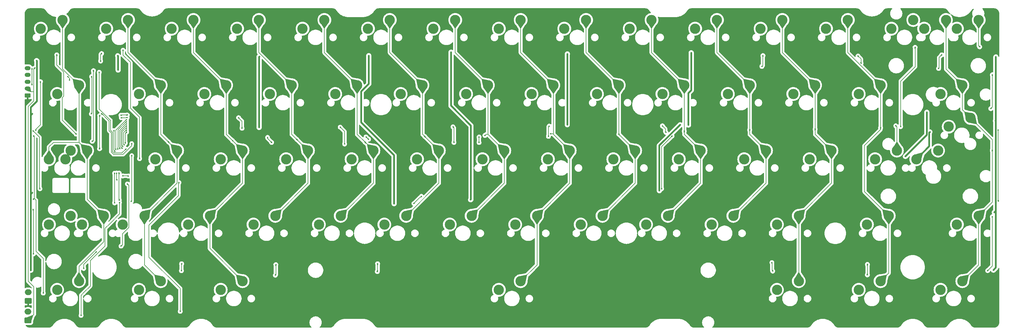
<source format=gbr>
%TF.GenerationSoftware,KiCad,Pcbnew,8.99.0-946-gf00a1ab517*%
%TF.CreationDate,2024-06-06T17:08:16+07:00*%
%TF.ProjectId,Sebas_nuxros,53656261-735f-46e7-9578-726f732e6b69,rev?*%
%TF.SameCoordinates,Original*%
%TF.FileFunction,Copper,L1,Top*%
%TF.FilePolarity,Positive*%
%FSLAX46Y46*%
G04 Gerber Fmt 4.6, Leading zero omitted, Abs format (unit mm)*
G04 Created by KiCad (PCBNEW 8.99.0-946-gf00a1ab517) date 2024-06-06 17:08:16*
%MOMM*%
%LPD*%
G01*
G04 APERTURE LIST*
G04 Aperture macros list*
%AMRoundRect*
0 Rectangle with rounded corners*
0 $1 Rounding radius*
0 $2 $3 $4 $5 $6 $7 $8 $9 X,Y pos of 4 corners*
0 Add a 4 corners polygon primitive as box body*
4,1,4,$2,$3,$4,$5,$6,$7,$8,$9,$2,$3,0*
0 Add four circle primitives for the rounded corners*
1,1,$1+$1,$2,$3*
1,1,$1+$1,$4,$5*
1,1,$1+$1,$6,$7*
1,1,$1+$1,$8,$9*
0 Add four rect primitives between the rounded corners*
20,1,$1+$1,$2,$3,$4,$5,0*
20,1,$1+$1,$4,$5,$6,$7,0*
20,1,$1+$1,$6,$7,$8,$9,0*
20,1,$1+$1,$8,$9,$2,$3,0*%
G04 Aperture macros list end*
%TA.AperFunction,ComponentPad*%
%ADD10C,0.400000*%
%TD*%
%TA.AperFunction,ComponentPad*%
%ADD11C,3.000000*%
%TD*%
%TA.AperFunction,ComponentPad*%
%ADD12RoundRect,0.250000X0.750000X-0.600000X0.750000X0.600000X-0.750000X0.600000X-0.750000X-0.600000X0*%
%TD*%
%TA.AperFunction,ComponentPad*%
%ADD13O,2.000000X1.700000*%
%TD*%
%TA.AperFunction,ComponentPad*%
%ADD14RoundRect,0.250000X0.625000X-0.350000X0.625000X0.350000X-0.625000X0.350000X-0.625000X-0.350000X0*%
%TD*%
%TA.AperFunction,ComponentPad*%
%ADD15O,1.750000X1.200000*%
%TD*%
%TA.AperFunction,ViaPad*%
%ADD16C,0.400000*%
%TD*%
%TA.AperFunction,Conductor*%
%ADD17C,0.200000*%
%TD*%
%TA.AperFunction,Conductor*%
%ADD18C,0.500000*%
%TD*%
G04 APERTURE END LIST*
D10*
%TO.P,SW51,1,1*%
%TO.N,Net-(D51-A)*%
X163710000Y-87480000D03*
X164950000Y-88740000D03*
X164960000Y-86240000D03*
D11*
X164960000Y-87490000D03*
D10*
X166210000Y-87490000D03*
%TO.P,SW51,2,2*%
%TO.N,C8*%
X170060000Y-84950000D03*
X171310000Y-83690000D03*
D11*
X171310000Y-84950000D03*
D10*
X171310000Y-86190000D03*
X172550000Y-84940000D03*
%TD*%
%TO.P,SW4,1,1*%
%TO.N,Net-(D4-A)*%
X63697500Y-30330000D03*
X64937500Y-31590000D03*
X64947500Y-29090000D03*
D11*
X64947500Y-30340000D03*
D10*
X66197500Y-30340000D03*
%TO.P,SW4,2,2*%
%TO.N,C3*%
X70047500Y-27800000D03*
X71297500Y-26540000D03*
D11*
X71297500Y-27800000D03*
D10*
X71297500Y-29040000D03*
X72537500Y-27790000D03*
%TD*%
%TO.P,SW21,1,1*%
%TO.N,Net-(D21-A)*%
X111322500Y-49380000D03*
X112562500Y-50640000D03*
X112572500Y-48140000D03*
D11*
X112572500Y-49390000D03*
D10*
X113822500Y-49390000D03*
%TO.P,SW21,2,2*%
%TO.N,C5*%
X117672500Y-46850000D03*
X118922500Y-45590000D03*
D11*
X118922500Y-46850000D03*
D10*
X118922500Y-48090000D03*
X120162500Y-46840000D03*
%TD*%
%TO.P,SW57,1,1*%
%TO.N,Net-(D57-A)*%
X11310500Y-106530000D03*
X12550500Y-107790000D03*
X12560500Y-105290000D03*
D11*
X12560500Y-106540000D03*
D10*
X13810500Y-106540000D03*
%TO.P,SW57,2,2*%
%TO.N,C0*%
X17660500Y-104000000D03*
X18910500Y-102740000D03*
D11*
X18910500Y-104000000D03*
D10*
X18910500Y-105240000D03*
X20150500Y-103990000D03*
%TD*%
%TO.P,SW58,1,1*%
%TO.N,Net-(D58-A)*%
X35122500Y-106530000D03*
X36362500Y-107790000D03*
X36372500Y-105290000D03*
D11*
X36372500Y-106540000D03*
D10*
X37622500Y-106540000D03*
%TO.P,SW58,2,2*%
%TO.N,C1*%
X41472500Y-104000000D03*
X42722500Y-102740000D03*
D11*
X42722500Y-104000000D03*
D10*
X42722500Y-105240000D03*
X43962500Y-103990000D03*
%TD*%
%TO.P,SW49,1,1*%
%TO.N,Net-(D49-A)*%
X125610000Y-87480000D03*
X126850000Y-88740000D03*
X126860000Y-86240000D03*
D11*
X126860000Y-87490000D03*
D10*
X128110000Y-87490000D03*
%TO.P,SW49,2,2*%
%TO.N,C6*%
X131960000Y-84950000D03*
X133210000Y-83690000D03*
D11*
X133210000Y-84950000D03*
D10*
X133210000Y-86190000D03*
X134450000Y-84940000D03*
%TD*%
%TO.P,SW20,1,1*%
%TO.N,Net-(D20-A)*%
X92272500Y-49380000D03*
X93512500Y-50640000D03*
X93522500Y-48140000D03*
D11*
X93522500Y-49390000D03*
D10*
X94772500Y-49390000D03*
%TO.P,SW20,2,2*%
%TO.N,C4*%
X98622500Y-46850000D03*
X99872500Y-45590000D03*
D11*
X99872500Y-46850000D03*
D10*
X99872500Y-48090000D03*
X101112500Y-46840000D03*
%TD*%
%TO.P,SW35,1,1*%
%TO.N,Net-(D35-A)*%
X116085000Y-68430000D03*
X117325000Y-69690000D03*
X117335000Y-67190000D03*
D11*
X117335000Y-68440000D03*
D10*
X118585000Y-68440000D03*
%TO.P,SW35,2,2*%
%TO.N,C5*%
X122435000Y-65900000D03*
X123685000Y-64640000D03*
D11*
X123685000Y-65900000D03*
D10*
X123685000Y-67140000D03*
X124925000Y-65890000D03*
%TD*%
%TO.P,SW17,1,1*%
%TO.N,Net-(D17-A)*%
X35122500Y-49380000D03*
X36362500Y-50640000D03*
X36372500Y-48140000D03*
D11*
X36372500Y-49390000D03*
D10*
X37622500Y-49390000D03*
%TO.P,SW17,2,2*%
%TO.N,C1*%
X41472500Y-46850000D03*
X42722500Y-45590000D03*
D11*
X42722500Y-46850000D03*
D10*
X42722500Y-48090000D03*
X43962500Y-46840000D03*
%TD*%
%TO.P,SW12,1,1*%
%TO.N,Net-(D12-A)*%
X216097500Y-30330000D03*
X217337500Y-31590000D03*
X217347500Y-29090000D03*
D11*
X217347500Y-30340000D03*
D10*
X218597500Y-30340000D03*
%TO.P,SW12,2,2*%
%TO.N,C11*%
X222447500Y-27800000D03*
X223697500Y-26540000D03*
D11*
X223697500Y-27800000D03*
D10*
X223697500Y-29040000D03*
X224937500Y-27790000D03*
%TD*%
%TO.P,SW1003,1,1*%
%TO.N,Net-(D43-A)*%
X270865999Y-58905000D03*
X272105999Y-60165000D03*
X272115999Y-57665000D03*
D11*
X272115999Y-58915000D03*
D10*
X273365999Y-58915000D03*
%TO.P,SW1003,2,2*%
%TO.N,C13*%
X277215999Y-56375000D03*
X278465999Y-55115000D03*
D11*
X278465999Y-56375000D03*
D10*
X278465999Y-57615000D03*
X279705999Y-56365000D03*
%TD*%
%TO.P,SW16,1,1*%
%TO.N,Net-(D16-A)*%
X11310500Y-49380000D03*
X12550500Y-50640000D03*
X12560500Y-48140000D03*
D11*
X12560500Y-49390000D03*
D10*
X13810500Y-49390000D03*
%TO.P,SW16,2,2*%
%TO.N,C0*%
X17660500Y-46850000D03*
X18910500Y-45590000D03*
D11*
X18910500Y-46850000D03*
D10*
X18910500Y-48090000D03*
X20150500Y-46840000D03*
%TD*%
%TO.P,SW33,1,1*%
%TO.N,Net-(D33-A)*%
X77985000Y-68430000D03*
X79225000Y-69690000D03*
X79235000Y-67190000D03*
D11*
X79235000Y-68440000D03*
D10*
X80485000Y-68440000D03*
%TO.P,SW33,2,2*%
%TO.N,C3*%
X84335000Y-65900000D03*
X85585000Y-64640000D03*
D11*
X85585000Y-65900000D03*
D10*
X85585000Y-67140000D03*
X86825000Y-65890000D03*
%TD*%
%TO.P,SW13,1,1*%
%TO.N,Net-(D13-A)*%
X235147500Y-30330000D03*
X236387500Y-31590000D03*
X236397500Y-29090000D03*
D11*
X236397500Y-30340000D03*
D10*
X237647500Y-30340000D03*
%TO.P,SW13,2,2*%
%TO.N,C12*%
X241497500Y-27800000D03*
X242747500Y-26540000D03*
D11*
X242747500Y-27800000D03*
D10*
X242747500Y-29040000D03*
X243987500Y-27790000D03*
%TD*%
D12*
%TO.P,SWb\u00F4trst1,1,1*%
%TO.N,GND*%
X4135000Y-109730000D03*
D13*
%TO.P,SWb\u00F4trst1,2,2*%
%TO.N,RST*%
X4135000Y-107230000D03*
%TD*%
D10*
%TO.P,SW1004,1,1*%
%TO.N,Net-(D29-A)*%
X249435000Y-68430000D03*
X250675000Y-69690000D03*
X250685000Y-67190000D03*
D11*
X250685000Y-68440000D03*
D10*
X251935000Y-68440000D03*
%TO.P,SW1004,2,2*%
%TO.N,C13*%
X255785000Y-65900000D03*
X257035000Y-64640000D03*
D11*
X257035000Y-65900000D03*
D10*
X257035000Y-67140000D03*
X258275000Y-65890000D03*
%TD*%
%TO.P,SW37,1,1*%
%TO.N,Net-(D37-A)*%
X154185000Y-68430000D03*
X155425000Y-69690000D03*
X155435000Y-67190000D03*
D11*
X155435000Y-68440000D03*
D10*
X156685000Y-68440000D03*
%TO.P,SW37,2,2*%
%TO.N,C7*%
X160535000Y-65900000D03*
X161785000Y-64640000D03*
D11*
X161785000Y-65900000D03*
D10*
X161785000Y-67140000D03*
X163025000Y-65890000D03*
%TD*%
%TO.P,SW8,1,1*%
%TO.N,Net-(D8-A)*%
X139897500Y-30330000D03*
X141137500Y-31590000D03*
X141147500Y-29090000D03*
D11*
X141147500Y-30340000D03*
D10*
X142397500Y-30340000D03*
%TO.P,SW8,2,2*%
%TO.N,C7*%
X146247500Y-27800000D03*
X147497500Y-26540000D03*
D11*
X147497500Y-27800000D03*
D10*
X147497500Y-29040000D03*
X148737500Y-27790000D03*
%TD*%
%TO.P,SW1,1,1*%
%TO.N,Net-(D1-A)*%
X6547500Y-30330000D03*
X7787500Y-31590000D03*
X7797500Y-29090000D03*
D11*
X7797500Y-30340000D03*
D10*
X9047500Y-30340000D03*
%TO.P,SW1,2,2*%
%TO.N,C0*%
X12897500Y-27800000D03*
X14147500Y-26540000D03*
D11*
X14147500Y-27800000D03*
D10*
X14147500Y-29040000D03*
X15387500Y-27790000D03*
%TD*%
%TO.P,SW10,1,1*%
%TO.N,Net-(D10-A)*%
X177997500Y-30330000D03*
X179237500Y-31590000D03*
X179247500Y-29090000D03*
D11*
X179247500Y-30340000D03*
D10*
X180497500Y-30340000D03*
%TO.P,SW10,2,2*%
%TO.N,C9*%
X184347500Y-27800000D03*
X185597500Y-26540000D03*
D11*
X185597500Y-27800000D03*
D10*
X185597500Y-29040000D03*
X186837500Y-27790000D03*
%TD*%
%TO.P,SW55,1,1*%
%TO.N,Net-(D55-A)*%
X247054000Y-87480000D03*
X248294000Y-88740000D03*
X248304000Y-86240000D03*
D11*
X248304000Y-87490000D03*
D10*
X249554000Y-87490000D03*
%TO.P,SW55,2,2*%
%TO.N,C12*%
X253404000Y-84950000D03*
X254654000Y-83690000D03*
D11*
X254654000Y-84950000D03*
D10*
X254654000Y-86190000D03*
X255894000Y-84940000D03*
%TD*%
%TO.P,SW27,1,1*%
%TO.N,Net-(D27-A)*%
X225622500Y-49380000D03*
X226862500Y-50640000D03*
X226872500Y-48140000D03*
D11*
X226872500Y-49390000D03*
D10*
X228122500Y-49390000D03*
%TO.P,SW27,2,2*%
%TO.N,C11*%
X231972500Y-46850000D03*
X233222500Y-45590000D03*
D11*
X233222500Y-46850000D03*
D10*
X233222500Y-48090000D03*
X234462500Y-46840000D03*
%TD*%
%TO.P,SW44,1,1*%
%TO.N,Net-(D44-A)*%
X30360000Y-87480000D03*
X31600000Y-88740000D03*
X31610000Y-86240000D03*
D11*
X31610000Y-87490000D03*
D10*
X32860000Y-87490000D03*
%TO.P,SW44,2,2*%
%TO.N,C1*%
X36710000Y-84950000D03*
X37960000Y-83690000D03*
D11*
X37960000Y-84950000D03*
D10*
X37960000Y-86190000D03*
X39200000Y-84940000D03*
%TD*%
%TO.P,SW25,1,1*%
%TO.N,Net-(D25-A)*%
X187522500Y-49380000D03*
X188762500Y-50640000D03*
X188772500Y-48140000D03*
D11*
X188772500Y-49390000D03*
D10*
X190022500Y-49390000D03*
%TO.P,SW25,2,2*%
%TO.N,C9*%
X193872500Y-46850000D03*
X195122500Y-45590000D03*
D11*
X195122500Y-46850000D03*
D10*
X195122500Y-48090000D03*
X196362500Y-46840000D03*
%TD*%
%TO.P,SW36,1,1*%
%TO.N,Net-(D36-A)*%
X135135000Y-68430000D03*
X136375000Y-69690000D03*
X136385000Y-67190000D03*
D11*
X136385000Y-68440000D03*
D10*
X137635000Y-68440000D03*
%TO.P,SW36,2,2*%
%TO.N,C6*%
X141485000Y-65900000D03*
X142735000Y-64640000D03*
D11*
X142735000Y-65900000D03*
D10*
X142735000Y-67140000D03*
X143975000Y-65890000D03*
%TD*%
%TO.P,SW46,1,1*%
%TO.N,Net-(D46-A)*%
X68460000Y-87480000D03*
X69700000Y-88740000D03*
X69710000Y-86240000D03*
D11*
X69710000Y-87490000D03*
D10*
X70960000Y-87490000D03*
%TO.P,SW46,2,2*%
%TO.N,C3*%
X74810000Y-84950000D03*
X76060000Y-83690000D03*
D11*
X76060000Y-84950000D03*
D10*
X76060000Y-86190000D03*
X77300000Y-84940000D03*
%TD*%
%TO.P,SW6,1,1*%
%TO.N,Net-(D6-A)*%
X101797500Y-30330000D03*
X103037500Y-31590000D03*
X103047500Y-29090000D03*
D11*
X103047500Y-30340000D03*
D10*
X104297500Y-30340000D03*
%TO.P,SW6,2,2*%
%TO.N,C5*%
X108147500Y-27800000D03*
X109397500Y-26540000D03*
D11*
X109397500Y-27800000D03*
D10*
X109397500Y-29040000D03*
X110637500Y-27790000D03*
%TD*%
%TO.P,SW30,1,1*%
%TO.N,Net-(D30-A)*%
X13691500Y-68430000D03*
X14931500Y-69690000D03*
X14941500Y-67190000D03*
D11*
X14941500Y-68440000D03*
D10*
X16191500Y-68440000D03*
%TO.P,SW30,2,2*%
%TO.N,C0*%
X20041500Y-65900000D03*
X21291500Y-64640000D03*
D11*
X21291500Y-65900000D03*
D10*
X21291500Y-67140000D03*
X22531500Y-65890000D03*
%TD*%
%TO.P,SW40,1,1*%
%TO.N,Net-(D40-A)*%
X211335000Y-68430000D03*
X212575000Y-69690000D03*
X212585000Y-67190000D03*
D11*
X212585000Y-68440000D03*
D10*
X213835000Y-68440000D03*
%TO.P,SW40,2,2*%
%TO.N,C10*%
X217685000Y-65900000D03*
X218935000Y-64640000D03*
D11*
X218935000Y-65900000D03*
D10*
X218935000Y-67140000D03*
X220175000Y-65890000D03*
%TD*%
%TO.P,SW7,1,1*%
%TO.N,Net-(D7-A)*%
X120847500Y-30330000D03*
X122087500Y-31590000D03*
X122097500Y-29090000D03*
D11*
X122097500Y-30340000D03*
D10*
X123347500Y-30340000D03*
%TO.P,SW7,2,2*%
%TO.N,C6*%
X127197500Y-27800000D03*
X128447500Y-26540000D03*
D11*
X128447500Y-27800000D03*
D10*
X128447500Y-29040000D03*
X129687500Y-27790000D03*
%TD*%
%TO.P,SW41,1,1*%
%TO.N,Net-(D41-A)*%
X230385000Y-68430000D03*
X231625000Y-69690000D03*
X231635000Y-67190000D03*
D11*
X231635000Y-68440000D03*
D10*
X232885000Y-68440000D03*
%TO.P,SW41,2,2*%
%TO.N,C11*%
X236735000Y-65900000D03*
X237985000Y-64640000D03*
D11*
X237985000Y-65900000D03*
D10*
X237985000Y-67140000D03*
X239225000Y-65890000D03*
%TD*%
%TO.P,SW38,1,1*%
%TO.N,Net-(D38-A)*%
X173235000Y-68430000D03*
X174475000Y-69690000D03*
X174485000Y-67190000D03*
D11*
X174485000Y-68440000D03*
D10*
X175735000Y-68440000D03*
%TO.P,SW38,2,2*%
%TO.N,C8*%
X179585000Y-65900000D03*
X180835000Y-64640000D03*
D11*
X180835000Y-65900000D03*
D10*
X180835000Y-67140000D03*
X182075000Y-65890000D03*
%TD*%
%TO.P,SW52,1,1*%
%TO.N,Net-(D52-A)*%
X182760000Y-87480000D03*
X184000000Y-88740000D03*
X184010000Y-86240000D03*
D11*
X184010000Y-87490000D03*
D10*
X185260000Y-87490000D03*
%TO.P,SW52,2,2*%
%TO.N,C9*%
X189110000Y-84950000D03*
X190360000Y-83690000D03*
D11*
X190360000Y-84950000D03*
D10*
X190360000Y-86190000D03*
X191600000Y-84940000D03*
%TD*%
%TO.P,SW15,1,1*%
%TO.N,Net-(D15-A)*%
X273247500Y-30330000D03*
X274487500Y-31590000D03*
X274497500Y-29090000D03*
D11*
X274497500Y-30340000D03*
D10*
X275747500Y-30340000D03*
%TO.P,SW15,2,2*%
%TO.N,C14*%
X279597500Y-27800000D03*
X280847500Y-26540000D03*
D11*
X280847500Y-27800000D03*
D10*
X280847500Y-29040000D03*
X282087500Y-27790000D03*
%TD*%
%TO.P,SW29,1,1*%
%TO.N,Net-(D29-A)*%
X268485500Y-49380000D03*
X269725500Y-50640000D03*
X269735500Y-48140000D03*
D11*
X269735500Y-49390000D03*
D10*
X270985500Y-49390000D03*
%TO.P,SW29,2,2*%
%TO.N,C13*%
X274835500Y-46850000D03*
X276085500Y-45590000D03*
D11*
X276085500Y-46850000D03*
D10*
X276085500Y-48090000D03*
X277325500Y-46840000D03*
%TD*%
%TO.P,SW43,1,1*%
%TO.N,Net-(D43-A)*%
X261415600Y-68430000D03*
X262655600Y-69690000D03*
X262665600Y-67190000D03*
D11*
X262665600Y-68440000D03*
D10*
X263915600Y-68440000D03*
%TO.P,SW43,2,2*%
%TO.N,C13*%
X267765600Y-65900000D03*
X269015600Y-64640000D03*
D11*
X269015600Y-65900000D03*
D10*
X269015600Y-67140000D03*
X270255600Y-65890000D03*
%TD*%
%TO.P,SW32,1,1*%
%TO.N,Net-(D32-A)*%
X58935000Y-68430000D03*
X60175000Y-69690000D03*
X60185000Y-67190000D03*
D11*
X60185000Y-68440000D03*
D10*
X61435000Y-68440000D03*
%TO.P,SW32,2,2*%
%TO.N,C2*%
X65285000Y-65900000D03*
X66535000Y-64640000D03*
D11*
X66535000Y-65900000D03*
D10*
X66535000Y-67140000D03*
X67775000Y-65890000D03*
%TD*%
%TO.P,SW11,1,1*%
%TO.N,Net-(D11-A)*%
X197047500Y-30330000D03*
X198287500Y-31590000D03*
X198297500Y-29090000D03*
D11*
X198297500Y-30340000D03*
D10*
X199547500Y-30340000D03*
%TO.P,SW11,2,2*%
%TO.N,C10*%
X203397500Y-27800000D03*
X204647500Y-26540000D03*
D11*
X204647500Y-27800000D03*
D10*
X204647500Y-29040000D03*
X205887500Y-27790000D03*
%TD*%
%TO.P,SW1002,1,1*%
%TO.N,Net-(D14-A)*%
X263722500Y-30330000D03*
X264962500Y-31590000D03*
X264972500Y-29090000D03*
D11*
X264972500Y-30340000D03*
D10*
X266222500Y-30340000D03*
%TO.P,SW1002,2,2*%
%TO.N,C13*%
X270072500Y-27800000D03*
X271322500Y-26540000D03*
D11*
X271322500Y-27800000D03*
D10*
X271322500Y-29040000D03*
X272562500Y-27790000D03*
%TD*%
%TO.P,SW56,1,1*%
%TO.N,Net-(D56-A)*%
X273247500Y-87480000D03*
X274487500Y-88740000D03*
X274497500Y-86240000D03*
D11*
X274497500Y-87490000D03*
D10*
X275747500Y-87490000D03*
%TO.P,SW56,2,2*%
%TO.N,C13*%
X279597500Y-84950000D03*
X280847500Y-83690000D03*
D11*
X280847500Y-84950000D03*
D10*
X280847500Y-86190000D03*
X282087500Y-84940000D03*
%TD*%
%TO.P,SW59,1,1*%
%TO.N,Net-(D59-A)*%
X58935500Y-106530000D03*
X60175500Y-107790000D03*
X60185500Y-105290000D03*
D11*
X60185500Y-106540000D03*
D10*
X61435500Y-106540000D03*
%TO.P,SW59,2,2*%
%TO.N,C2*%
X65285500Y-104000000D03*
X66535500Y-102740000D03*
D11*
X66535500Y-104000000D03*
D10*
X66535500Y-105240000D03*
X67775500Y-103990000D03*
%TD*%
%TO.P,SW18,1,1*%
%TO.N,Net-(D18-A)*%
X54172500Y-49380000D03*
X55412500Y-50640000D03*
X55422500Y-48140000D03*
D11*
X55422500Y-49390000D03*
D10*
X56672500Y-49390000D03*
%TO.P,SW18,2,2*%
%TO.N,C2*%
X60522500Y-46850000D03*
X61772500Y-45590000D03*
D11*
X61772500Y-46850000D03*
D10*
X61772500Y-48090000D03*
X63012500Y-46840000D03*
%TD*%
%TO.P,SW3,1,1*%
%TO.N,Net-(D3-A)*%
X44647500Y-30330000D03*
X45887500Y-31590000D03*
X45897500Y-29090000D03*
D11*
X45897500Y-30340000D03*
D10*
X47147500Y-30340000D03*
%TO.P,SW3,2,2*%
%TO.N,C2*%
X50997500Y-27800000D03*
X52247500Y-26540000D03*
D11*
X52247500Y-27800000D03*
D10*
X52247500Y-29040000D03*
X53487500Y-27790000D03*
%TD*%
%TO.P,SW39,1,1*%
%TO.N,Net-(D39-A)*%
X192285000Y-68430000D03*
X193525000Y-69690000D03*
X193535000Y-67190000D03*
D11*
X193535000Y-68440000D03*
D10*
X194785000Y-68440000D03*
%TO.P,SW39,2,2*%
%TO.N,C9*%
X198635000Y-65900000D03*
X199885000Y-64640000D03*
D11*
X199885000Y-65900000D03*
D10*
X199885000Y-67140000D03*
X201125000Y-65890000D03*
%TD*%
%TO.P,SW47,1,1*%
%TO.N,Net-(D47-A)*%
X87510000Y-87480000D03*
X88750000Y-88740000D03*
X88760000Y-86240000D03*
D11*
X88760000Y-87490000D03*
D10*
X90010000Y-87490000D03*
%TO.P,SW47,2,2*%
%TO.N,C4*%
X93860000Y-84950000D03*
X95110000Y-83690000D03*
D11*
X95110000Y-84950000D03*
D10*
X95110000Y-86190000D03*
X96350000Y-84940000D03*
%TD*%
%TO.P,SW5,1,1*%
%TO.N,Net-(D5-A)*%
X82747500Y-30330000D03*
X83987500Y-31590000D03*
X83997500Y-29090000D03*
D11*
X83997500Y-30340000D03*
D10*
X85247500Y-30340000D03*
%TO.P,SW5,2,2*%
%TO.N,C4*%
X89097500Y-27800000D03*
X90347500Y-26540000D03*
D11*
X90347500Y-27800000D03*
D10*
X90347500Y-29040000D03*
X91587500Y-27790000D03*
%TD*%
%TO.P,SW2,1,1*%
%TO.N,Net-(D2-A)*%
X25597500Y-30330000D03*
X26837500Y-31590000D03*
X26847500Y-29090000D03*
D11*
X26847500Y-30340000D03*
D10*
X28097500Y-30340000D03*
%TO.P,SW2,2,2*%
%TO.N,C1*%
X31947500Y-27800000D03*
X33197500Y-26540000D03*
D11*
X33197500Y-27800000D03*
D10*
X33197500Y-29040000D03*
X34437500Y-27790000D03*
%TD*%
%TO.P,SW23,1,1*%
%TO.N,Net-(D23-A)*%
X149422500Y-49380000D03*
X150662500Y-50640000D03*
X150672500Y-48140000D03*
D11*
X150672500Y-49390000D03*
D10*
X151922500Y-49390000D03*
%TO.P,SW23,2,2*%
%TO.N,C7*%
X155772500Y-46850000D03*
X157022500Y-45590000D03*
D11*
X157022500Y-46850000D03*
D10*
X157022500Y-48090000D03*
X158262500Y-46840000D03*
%TD*%
%TO.P,SW53,1,1*%
%TO.N,Net-(D53-A)*%
X201810000Y-87480000D03*
X203050000Y-88740000D03*
X203060000Y-86240000D03*
D11*
X203060000Y-87490000D03*
D10*
X204310000Y-87490000D03*
%TO.P,SW53,2,2*%
%TO.N,C10*%
X208160000Y-84950000D03*
X209410000Y-83690000D03*
D11*
X209410000Y-84950000D03*
D10*
X209410000Y-86190000D03*
X210650000Y-84940000D03*
%TD*%
D12*
%TO.P,SWb\u00F4t1,1,1*%
%TO.N,+3.3V*%
X4070000Y-115430000D03*
D13*
%TO.P,SWb\u00F4t1,2,2*%
%TO.N,boot*%
X4070000Y-112930000D03*
%TD*%
D10*
%TO.P,SW31,1,1*%
%TO.N,Net-(D31-A)*%
X39885000Y-68430000D03*
X41125000Y-69690000D03*
X41135000Y-67190000D03*
D11*
X41135000Y-68440000D03*
D10*
X42385000Y-68440000D03*
%TO.P,SW31,2,2*%
%TO.N,C1*%
X46235000Y-65900000D03*
X47485000Y-64640000D03*
D11*
X47485000Y-65900000D03*
D10*
X47485000Y-67140000D03*
X48725000Y-65890000D03*
%TD*%
%TO.P,SW1001,1,1*%
%TO.N,C0*%
X8928500Y-68430000D03*
X10168500Y-69690000D03*
X10178500Y-67190000D03*
D11*
X10178500Y-68440000D03*
D10*
X11428500Y-68440000D03*
%TO.P,SW1001,2,2*%
%TO.N,Net-(D30-A)*%
X15278500Y-65900000D03*
X16528500Y-64640000D03*
D11*
X16528500Y-65900000D03*
D10*
X16528500Y-67140000D03*
X17768500Y-65890000D03*
%TD*%
%TO.P,SW50,1,1*%
%TO.N,Net-(D50-A)*%
X144660000Y-87480000D03*
X145900000Y-88740000D03*
X145910000Y-86240000D03*
D11*
X145910000Y-87490000D03*
D10*
X147160000Y-87490000D03*
%TO.P,SW50,2,2*%
%TO.N,C7*%
X151010000Y-84950000D03*
X152260000Y-83690000D03*
D11*
X152260000Y-84950000D03*
D10*
X152260000Y-86190000D03*
X153500000Y-84940000D03*
%TD*%
%TO.P,SW62,1,1*%
%TO.N,Net-(D62-A)*%
X139897500Y-106530000D03*
X141137500Y-107790000D03*
X141147500Y-105290000D03*
D11*
X141147500Y-106540000D03*
D10*
X142397500Y-106540000D03*
%TO.P,SW62,2,2*%
%TO.N,C7*%
X146247500Y-104000000D03*
X147497500Y-102740000D03*
D11*
X147497500Y-104000000D03*
D10*
X147497500Y-105240000D03*
X148737500Y-103990000D03*
%TD*%
%TO.P,SW70,1,1*%
%TO.N,Net-(D70-A)*%
X268485500Y-106530000D03*
X269725500Y-107790000D03*
X269735500Y-105290000D03*
D11*
X269735500Y-106540000D03*
D10*
X270985500Y-106540000D03*
%TO.P,SW70,2,2*%
%TO.N,C13*%
X274835500Y-104000000D03*
X276085500Y-102740000D03*
D11*
X276085500Y-104000000D03*
D10*
X276085500Y-105240000D03*
X277325500Y-103990000D03*
%TD*%
%TO.P,SW69,1,1*%
%TO.N,Net-(D69-A)*%
X244672500Y-106530000D03*
X245912500Y-107790000D03*
X245922500Y-105290000D03*
D11*
X245922500Y-106540000D03*
D10*
X247172500Y-106540000D03*
%TO.P,SW69,2,2*%
%TO.N,C12*%
X251022500Y-104000000D03*
X252272500Y-102740000D03*
D11*
X252272500Y-104000000D03*
D10*
X252272500Y-105240000D03*
X253512500Y-103990000D03*
%TD*%
%TO.P,SW22,1,1*%
%TO.N,Net-(D22-A)*%
X130372500Y-49380000D03*
X131612500Y-50640000D03*
X131622500Y-48140000D03*
D11*
X131622500Y-49390000D03*
D10*
X132872500Y-49390000D03*
%TO.P,SW22,2,2*%
%TO.N,C6*%
X136722500Y-46850000D03*
X137972500Y-45590000D03*
D11*
X137972500Y-46850000D03*
D10*
X137972500Y-48090000D03*
X139212500Y-46840000D03*
%TD*%
%TO.P,SW68,1,1*%
%TO.N,Net-(D68-A)*%
X220860500Y-106530000D03*
X222100500Y-107790000D03*
X222110500Y-105290000D03*
D11*
X222110500Y-106540000D03*
D10*
X223360500Y-106540000D03*
%TO.P,SW68,2,2*%
%TO.N,C11*%
X227210500Y-104000000D03*
X228460500Y-102740000D03*
D11*
X228460500Y-104000000D03*
D10*
X228460500Y-105240000D03*
X229700500Y-103990000D03*
%TD*%
%TO.P,SW28,1,1*%
%TO.N,Net-(D28-A)*%
X244672500Y-49380000D03*
X245912500Y-50640000D03*
X245922500Y-48140000D03*
D11*
X245922500Y-49390000D03*
D10*
X247172500Y-49390000D03*
%TO.P,SW28,2,2*%
%TO.N,C12*%
X251022500Y-46850000D03*
X252272500Y-45590000D03*
D11*
X252272500Y-46850000D03*
D10*
X252272500Y-48090000D03*
X253512500Y-46840000D03*
%TD*%
%TO.P,SW1000,1,1*%
%TO.N,Net-(D42-A)*%
X18528100Y-87480000D03*
X19768100Y-88740000D03*
X19778100Y-86240000D03*
D11*
X19778100Y-87490000D03*
D10*
X21028100Y-87490000D03*
%TO.P,SW1000,2,2*%
%TO.N,C0*%
X24878100Y-84950000D03*
X26128100Y-83690000D03*
D11*
X26128100Y-84950000D03*
D10*
X26128100Y-86190000D03*
X27368100Y-84940000D03*
%TD*%
%TO.P,SW42,1,1*%
%TO.N,Net-(D42-A)*%
X8928500Y-87480000D03*
X10168500Y-88740000D03*
X10178500Y-86240000D03*
D11*
X10178500Y-87490000D03*
D10*
X11428500Y-87490000D03*
%TO.P,SW42,2,2*%
%TO.N,C0*%
X15278500Y-84950000D03*
X16528500Y-83690000D03*
D11*
X16528500Y-84950000D03*
D10*
X16528500Y-86190000D03*
X17768500Y-84940000D03*
%TD*%
%TO.P,SW14,1,1*%
%TO.N,Net-(D14-A)*%
X254197500Y-30330000D03*
X255437500Y-31590000D03*
X255447500Y-29090000D03*
D11*
X255447500Y-30340000D03*
D10*
X256697500Y-30340000D03*
%TO.P,SW14,2,2*%
%TO.N,C13*%
X260547500Y-27800000D03*
X261797500Y-26540000D03*
D11*
X261797500Y-27800000D03*
D10*
X261797500Y-29040000D03*
X263037500Y-27790000D03*
%TD*%
D14*
%TO.P,J2,1,Pin_1*%
%TO.N,GND*%
X3970000Y-49830000D03*
D15*
%TO.P,J2,2,Pin_2*%
%TO.N,+3.3V*%
X3970000Y-47830000D03*
%TO.P,J2,3,Pin_3*%
%TO.N,RST*%
X3970000Y-45830000D03*
%TO.P,J2,4,Pin_4*%
%TO.N,DIO*%
X3970000Y-43830000D03*
%TO.P,J2,5,Pin_5*%
%TO.N,CLK*%
X3970000Y-41830000D03*
%TD*%
D10*
%TO.P,SW34,1,1*%
%TO.N,Net-(D34-A)*%
X97035000Y-68430000D03*
X98275000Y-69690000D03*
X98285000Y-67190000D03*
D11*
X98285000Y-68440000D03*
D10*
X99535000Y-68440000D03*
%TO.P,SW34,2,2*%
%TO.N,C4*%
X103385000Y-65900000D03*
X104635000Y-64640000D03*
D11*
X104635000Y-65900000D03*
D10*
X104635000Y-67140000D03*
X105875000Y-65890000D03*
%TD*%
%TO.P,SW26,1,1*%
%TO.N,Net-(D26-A)*%
X206572500Y-49380000D03*
X207812500Y-50640000D03*
X207822500Y-48140000D03*
D11*
X207822500Y-49390000D03*
D10*
X209072500Y-49390000D03*
%TO.P,SW26,2,2*%
%TO.N,C10*%
X212922500Y-46850000D03*
X214172500Y-45590000D03*
D11*
X214172500Y-46850000D03*
D10*
X214172500Y-48090000D03*
X215412500Y-46840000D03*
%TD*%
%TO.P,SW45,1,1*%
%TO.N,Net-(D45-A)*%
X49410000Y-87480000D03*
X50650000Y-88740000D03*
X50660000Y-86240000D03*
D11*
X50660000Y-87490000D03*
D10*
X51910000Y-87490000D03*
%TO.P,SW45,2,2*%
%TO.N,C2*%
X55760000Y-84950000D03*
X57010000Y-83690000D03*
D11*
X57010000Y-84950000D03*
D10*
X57010000Y-86190000D03*
X58250000Y-84940000D03*
%TD*%
%TO.P,SW24,1,1*%
%TO.N,Net-(D24-A)*%
X168472500Y-49380000D03*
X169712500Y-50640000D03*
X169722500Y-48140000D03*
D11*
X169722500Y-49390000D03*
D10*
X170972500Y-49390000D03*
%TO.P,SW24,2,2*%
%TO.N,C8*%
X174822500Y-46850000D03*
X176072500Y-45590000D03*
D11*
X176072500Y-46850000D03*
D10*
X176072500Y-48090000D03*
X177312500Y-46840000D03*
%TD*%
%TO.P,SW19,1,1*%
%TO.N,Net-(D19-A)*%
X73222500Y-49380000D03*
X74462500Y-50640000D03*
X74472500Y-48140000D03*
D11*
X74472500Y-49390000D03*
D10*
X75722500Y-49390000D03*
%TO.P,SW19,2,2*%
%TO.N,C3*%
X79572500Y-46850000D03*
X80822500Y-45590000D03*
D11*
X80822500Y-46850000D03*
D10*
X80822500Y-48090000D03*
X82062500Y-46840000D03*
%TD*%
%TO.P,SW54,1,1*%
%TO.N,Net-(D54-A)*%
X220860000Y-87480000D03*
X222100000Y-88740000D03*
X222110000Y-86240000D03*
D11*
X222110000Y-87490000D03*
D10*
X223360000Y-87490000D03*
%TO.P,SW54,2,2*%
%TO.N,C11*%
X227210000Y-84950000D03*
X228460000Y-83690000D03*
D11*
X228460000Y-84950000D03*
D10*
X228460000Y-86190000D03*
X229700000Y-84940000D03*
%TD*%
%TO.P,SW48,1,1*%
%TO.N,Net-(D48-A)*%
X106560000Y-87480000D03*
X107800000Y-88740000D03*
X107810000Y-86240000D03*
D11*
X107810000Y-87490000D03*
D10*
X109060000Y-87490000D03*
%TO.P,SW48,2,2*%
%TO.N,C5*%
X112910000Y-84950000D03*
X114160000Y-83690000D03*
D11*
X114160000Y-84950000D03*
D10*
X114160000Y-86190000D03*
X115400000Y-84940000D03*
%TD*%
%TO.P,SW9,1,1*%
%TO.N,Net-(D9-A)*%
X158947500Y-30330000D03*
X160187500Y-31590000D03*
X160197500Y-29090000D03*
D11*
X160197500Y-30340000D03*
D10*
X161447500Y-30340000D03*
%TO.P,SW9,2,2*%
%TO.N,C8*%
X165297500Y-27800000D03*
X166547500Y-26540000D03*
D11*
X166547500Y-27800000D03*
D10*
X166547500Y-29040000D03*
X167787500Y-27790000D03*
%TD*%
D16*
%TO.N,+3.3V*%
X29374973Y-66127581D03*
X29889079Y-72476718D03*
X22800000Y-63210000D03*
X29114144Y-60067396D03*
X29920000Y-74480000D03*
X6050000Y-41820000D03*
X23130000Y-42580000D03*
%TO.N,GND*%
X20560000Y-40670000D03*
X34850000Y-56730000D03*
X33770000Y-61070000D03*
X25750000Y-64380000D03*
X11110000Y-43590000D03*
X177300000Y-81120000D03*
X26101154Y-62701535D03*
X69720000Y-62250000D03*
X32665330Y-42475801D03*
X179850000Y-79490000D03*
X30380000Y-69580000D03*
X7870000Y-115320000D03*
X97970000Y-62170000D03*
X10520000Y-47040000D03*
X131100000Y-61940000D03*
%TO.N,RST*%
X5620000Y-80110000D03*
X7720000Y-45820000D03*
X6330000Y-60010000D03*
X30650000Y-80360000D03*
X5750000Y-61620000D03*
X30590000Y-72460000D03*
X8520000Y-107490000D03*
%TO.N,R0*%
X31740000Y-36630000D03*
X36534515Y-68271985D03*
%TO.N,Net-(D29-A)*%
X259510000Y-67600000D03*
X265730000Y-54730000D03*
%TO.N,Net-(D43-A)*%
X266650000Y-60460000D03*
%TO.N,+5V*%
X6570000Y-39630000D03*
X110670000Y-81390000D03*
X71420000Y-38470000D03*
X187880000Y-77600000D03*
X30180000Y-38240000D03*
X103270000Y-38210000D03*
X161100000Y-37680000D03*
X285840000Y-38590000D03*
X197150000Y-37340000D03*
X127240000Y-37190000D03*
X285120000Y-100790000D03*
X161070000Y-58360000D03*
X132930000Y-80250000D03*
X285700000Y-57220000D03*
X196330000Y-58460000D03*
X5330000Y-78150000D03*
X285380000Y-83930000D03*
X102340000Y-58960000D03*
X4890000Y-100840000D03*
X5330000Y-55160000D03*
X133030000Y-58610000D03*
X193920000Y-58380000D03*
X71350000Y-59150000D03*
X30300000Y-42400000D03*
%TO.N,DIO*%
X24810000Y-43060000D03*
X32570000Y-65490000D03*
%TO.N,CLK*%
X5230000Y-46670000D03*
X15660488Y-44307094D03*
X25512894Y-55200001D03*
X5236118Y-42062019D03*
X22590000Y-44307094D03*
X34269999Y-63900772D03*
X22510000Y-55200000D03*
X16180000Y-45330000D03*
%TO.N,boot*%
X19520000Y-114020000D03*
X34270000Y-67390000D03*
X34130000Y-80770000D03*
X30710000Y-81030000D03*
%TO.N,C1*%
X45002500Y-63417500D03*
%TO.N,C2*%
X63632500Y-63010000D03*
%TO.N,C3*%
X82352500Y-62667500D03*
%TO.N,C4*%
X102232500Y-63497500D03*
%TO.N,C5*%
X119582500Y-61810000D03*
%TO.N,C6*%
X137090000Y-61490000D03*
%TO.N,C7*%
X156157750Y-61010000D03*
%TO.N,C8*%
X176072500Y-61137500D03*
X32780000Y-60530000D03*
X32420000Y-63710000D03*
%TO.N,C9*%
X32745000Y-59931021D03*
X32040994Y-64210000D03*
X195122500Y-60280000D03*
%TO.N,C10*%
X31671525Y-64709972D03*
X32745000Y-59331018D03*
X214172500Y-59890000D03*
%TO.N,C11*%
X233222500Y-59690000D03*
X32745000Y-58731015D03*
X31478085Y-65277936D03*
%TO.N,C12*%
X252272500Y-59270000D03*
X32745000Y-58131012D03*
X30771308Y-65278266D03*
%TO.N,C13*%
X32745000Y-57531009D03*
X256710000Y-58670000D03*
X284800999Y-65880000D03*
X30206176Y-65479831D03*
%TO.N,C14*%
X262330000Y-35780000D03*
X29614144Y-65577308D03*
X32745000Y-56931006D03*
X281140000Y-35640000D03*
X258120000Y-58910000D03*
%TO.N,Net-(Drgb1-DIN)*%
X25500000Y-37590000D03*
X25220000Y-39800000D03*
%TO.N,Net-(Drgb6-DOUT)*%
X218040000Y-38200000D03*
X217720000Y-41360000D03*
%TO.N,Net-(Drgb7-DOUT)*%
X246584804Y-40455196D03*
X245720000Y-38320000D03*
%TO.N,Net-(Drgb8-DOUT)*%
X270090000Y-37970000D03*
X269170000Y-41930000D03*
%TO.N,Net-(Drgb10-DIN)*%
X284350000Y-53660000D03*
X284830000Y-43780000D03*
%TO.N,Net-(Drgb10-DOUT)*%
X286500000Y-59860000D03*
X286570000Y-80610000D03*
%TO.N,Net-(Drgb11-DOUT)*%
X283470000Y-100940000D03*
X284800000Y-85200000D03*
%TO.N,Net-(Drgb12-DOUT)*%
X248450000Y-99120000D03*
X248440000Y-102180000D03*
%TO.N,Net-(Drgb13-DOUT)*%
X220640000Y-98610000D03*
X220890000Y-101070000D03*
%TO.N,Net-(Drgb17-DOUT)*%
X105760000Y-101200000D03*
X105860000Y-98920000D03*
%TO.N,Net-(Drgb18-DOUT)*%
X76230000Y-99200000D03*
X76080000Y-102270000D03*
%TO.N,Net-(Drgb19-DOUT)*%
X48810000Y-98920000D03*
X48730000Y-100970000D03*
%TO.N,Net-(Drgb20-DIN)*%
X18067500Y-61070000D03*
X12470000Y-37990000D03*
%TO.N,Net-(Drgb21-DOUT)*%
X20280000Y-100320000D03*
X23930000Y-95460000D03*
%TO.N,Net-(Ud1-PA0{slash}ADC_IN0)*%
X29290000Y-72510000D03*
X29310000Y-81180000D03*
%TO.N,R1*%
X31120000Y-55590000D03*
X24920000Y-65370000D03*
X24930000Y-55700000D03*
X32970000Y-55530000D03*
%TO.N,R2*%
X31690000Y-73300000D03*
X33270000Y-73340000D03*
%TO.N,R3*%
X32997016Y-75644123D03*
X31160000Y-93780000D03*
%TO.N,R4*%
X48010000Y-75230000D03*
X48390000Y-112830000D03*
%TO.N,Net-(Drgb22-DOUT)*%
X5660000Y-96040000D03*
X5540000Y-83100000D03*
%TO.N,Net-(Drgb23-DOUT)*%
X5540000Y-60120000D03*
X7540000Y-77050000D03*
%TO.N,Net-(Drgb24-DOUT)*%
X32950000Y-56250000D03*
X65380000Y-56310000D03*
X66390000Y-59390000D03*
X31240000Y-56330000D03*
%TO.N,Net-(Drgb25-DOUT)*%
X75010000Y-63530000D03*
X94970000Y-59080000D03*
X96250000Y-64000000D03*
X73810000Y-62070000D03*
%TO.N,Net-(Drgb26-DOUT)*%
X103218554Y-62608554D03*
X102486446Y-61926446D03*
X127810000Y-58990000D03*
X128060000Y-63530000D03*
%TO.N,Net-(Drgb27-DOUT)*%
X135390000Y-63550000D03*
X135390000Y-61940000D03*
X155590000Y-61770000D03*
X155810000Y-58770000D03*
%TO.N,Net-(Drgb28-DOUT)*%
X189810000Y-60610000D03*
X188760000Y-58690000D03*
%TO.N,Net-(Drgb29-DOUT)*%
X191564620Y-61654620D03*
X188530000Y-77050000D03*
%TO.N,Net-(Drgb31-DOUT)*%
X116430000Y-81340000D03*
X118610000Y-79270000D03*
%TD*%
D17*
%TO.N,+3.3V*%
X23130000Y-62880000D02*
X22800000Y-63210000D01*
X4070000Y-115430000D02*
X5781575Y-113718425D01*
X4120000Y-53060000D02*
X5730000Y-51450000D01*
X5730000Y-51450000D02*
X5730000Y-49250000D01*
X5730000Y-49250000D02*
X5730000Y-42140000D01*
X29889079Y-74449079D02*
X29920000Y-74480000D01*
X29114144Y-65866752D02*
X29374973Y-66127581D01*
X23130000Y-42580000D02*
X23130000Y-62880000D01*
X4860000Y-48720000D02*
X3970000Y-47830000D01*
X5781575Y-105661920D02*
X4120000Y-104000345D01*
X5730000Y-49250000D02*
X5730000Y-48720000D01*
X5781575Y-113718425D02*
X5781575Y-105661920D01*
X5730000Y-48720000D02*
X4860000Y-48720000D01*
X29114144Y-60067396D02*
X29114144Y-65866752D01*
X29889079Y-72476718D02*
X29889079Y-74449079D01*
X5730000Y-42140000D02*
X6050000Y-41820000D01*
X4120000Y-104000345D02*
X4120000Y-53060000D01*
%TO.N,RST*%
X30590000Y-72460000D02*
X30590000Y-80300000D01*
X6430000Y-95280000D02*
X6430000Y-80400000D01*
X8520000Y-107490000D02*
X8565912Y-107444088D01*
X6330000Y-59730000D02*
X7720000Y-58340000D01*
X6430000Y-80400000D02*
X5880000Y-79850000D01*
X5620000Y-80110000D02*
X5880000Y-79850000D01*
X5880000Y-61750000D02*
X5750000Y-61620000D01*
X30590000Y-80300000D02*
X30650000Y-80360000D01*
X8565912Y-97415912D02*
X6430000Y-95280000D01*
X5880000Y-79850000D02*
X5880000Y-61750000D01*
X7720000Y-58340000D02*
X7720000Y-45820000D01*
X8565912Y-107444088D02*
X8565912Y-97415912D01*
X6330000Y-60010000D02*
X6330000Y-59730000D01*
%TO.N,R0*%
X31740000Y-38050000D02*
X31740000Y-36630000D01*
X36534515Y-56214515D02*
X33902500Y-53582500D01*
X33902500Y-53582500D02*
X33902500Y-40212500D01*
X36534515Y-68271985D02*
X36534515Y-56214515D01*
X33902500Y-40212500D02*
X31740000Y-38050000D01*
D18*
%TO.N,Net-(D29-A)*%
X259510000Y-67600000D02*
X265730000Y-61380000D01*
X265730000Y-61380000D02*
X265730000Y-54730000D01*
%TO.N,Net-(D43-A)*%
X266430000Y-64675600D02*
X262665600Y-68440000D01*
X266430000Y-60680000D02*
X266430000Y-64675600D01*
X266650000Y-60460000D02*
X266430000Y-60680000D01*
%TO.N,+5V*%
X196330000Y-58460000D02*
X196312500Y-58442500D01*
X133030000Y-58610000D02*
X133030000Y-80150000D01*
X161070000Y-37710000D02*
X161100000Y-37680000D01*
X4890000Y-53290000D02*
X5970000Y-52210000D01*
X5970000Y-52210000D02*
X6700000Y-51480000D01*
X133030000Y-80150000D02*
X132930000Y-80250000D01*
X4890000Y-78590000D02*
X5330000Y-78150000D01*
X285840000Y-38590000D02*
X285840000Y-56030000D01*
X71350000Y-38540000D02*
X71420000Y-38470000D01*
X6700000Y-39760000D02*
X6570000Y-39630000D01*
X102340000Y-58960000D02*
X110670000Y-67290000D01*
X103270000Y-46440000D02*
X103270000Y-38210000D01*
X161070000Y-58360000D02*
X161070000Y-37710000D01*
X6700000Y-51480000D02*
X6700000Y-39760000D01*
X110670000Y-67290000D02*
X110670000Y-81390000D01*
X197150000Y-48330000D02*
X197150000Y-37340000D01*
X285840000Y-57080000D02*
X285700000Y-57220000D01*
X285840000Y-100070000D02*
X285120000Y-100790000D01*
X4890000Y-55600000D02*
X5330000Y-55160000D01*
X127240000Y-52820000D02*
X127240000Y-37190000D01*
X4890000Y-79080000D02*
X4890000Y-56110000D01*
X187880000Y-64420000D02*
X193920000Y-58380000D01*
X285840000Y-56030000D02*
X285840000Y-57080000D01*
X285840000Y-82630000D02*
X285840000Y-83470000D01*
X4890000Y-56110000D02*
X4890000Y-53290000D01*
X4890000Y-100840000D02*
X4890000Y-79080000D01*
X285840000Y-56030000D02*
X285840000Y-82630000D01*
X196312500Y-49167500D02*
X197150000Y-48330000D01*
X285840000Y-82630000D02*
X285840000Y-100070000D01*
X101062500Y-48647500D02*
X103270000Y-46440000D01*
X196312500Y-58442500D02*
X196312500Y-49167500D01*
X30300000Y-42400000D02*
X30300000Y-38360000D01*
X101062500Y-57682500D02*
X101062500Y-48647500D01*
X102340000Y-58960000D02*
X101062500Y-57682500D01*
X133030000Y-58610000D02*
X127240000Y-52820000D01*
X285840000Y-83470000D02*
X285380000Y-83930000D01*
X4890000Y-56110000D02*
X4890000Y-55600000D01*
X187880000Y-77600000D02*
X187880000Y-64420000D01*
X71350000Y-59150000D02*
X71350000Y-38540000D01*
X30300000Y-38360000D02*
X30180000Y-38240000D01*
X4890000Y-79080000D02*
X4890000Y-78590000D01*
D17*
%TO.N,DIO*%
X28714144Y-60554144D02*
X28110000Y-59950000D01*
X28110000Y-57090000D02*
X26180000Y-55160000D01*
X28714144Y-66173859D02*
X28714144Y-63950000D01*
X24810000Y-53790000D02*
X24810000Y-43060000D01*
X28714144Y-63950000D02*
X28714144Y-60554144D01*
X32570000Y-65490000D02*
X31432419Y-66627581D01*
X26180000Y-55160000D02*
X24810000Y-53790000D01*
X29167866Y-66627581D02*
X28714144Y-66173859D01*
X31432419Y-66627581D02*
X29167866Y-66627581D01*
X28110000Y-59950000D02*
X28110000Y-57090000D01*
%TO.N,CLK*%
X28314144Y-61940000D02*
X28314144Y-66339545D01*
X27710000Y-59060000D02*
X27710000Y-60115686D01*
X16180000Y-44826606D02*
X15660488Y-44307094D01*
X27710000Y-60115686D02*
X27944315Y-60350000D01*
X25512894Y-55200001D02*
X25654315Y-55200001D01*
X25654315Y-55200001D02*
X27032157Y-56577843D01*
X31739526Y-67027581D02*
X34269999Y-64497108D01*
X34269999Y-64497108D02*
X34269999Y-63900772D01*
X5236118Y-46663882D02*
X5230000Y-46670000D01*
X27944315Y-60350000D02*
X28314144Y-60719829D01*
X16180000Y-45330000D02*
X16180000Y-44826606D01*
X27710000Y-57255686D02*
X27710000Y-59060000D01*
X5236118Y-42062019D02*
X5236118Y-46663882D01*
X22650500Y-44367594D02*
X22650500Y-55059500D01*
X30130000Y-67027581D02*
X31739526Y-67027581D01*
X22650500Y-55059500D02*
X22510000Y-55200000D01*
X28314144Y-60719829D02*
X28314144Y-61940000D01*
X29002180Y-67027581D02*
X30130000Y-67027581D01*
X27032157Y-56577843D02*
X27710000Y-57255686D01*
X22590000Y-44307094D02*
X22650500Y-44367594D01*
X28314144Y-66339545D02*
X29002180Y-67027581D01*
%TO.N,boot*%
X26528100Y-88581900D02*
X26528100Y-93731900D01*
X34270000Y-67390000D02*
X34270000Y-80630000D01*
X22238778Y-98021222D02*
X22238778Y-105411222D01*
X34270000Y-80630000D02*
X34130000Y-80770000D01*
X27980000Y-87130000D02*
X26528100Y-88581900D01*
X20310000Y-107340000D02*
X19520000Y-108130000D01*
X30710000Y-84400000D02*
X27980000Y-87130000D01*
X19520000Y-108130000D02*
X19520000Y-114020000D01*
X22238778Y-105411222D02*
X20310000Y-107340000D01*
X26528100Y-93731900D02*
X22870000Y-97390000D01*
X30710000Y-81030000D02*
X30710000Y-84400000D01*
X22870000Y-97390000D02*
X22238778Y-98021222D01*
%TO.N,C0*%
X14147500Y-27800000D02*
X14147500Y-42087000D01*
X21291500Y-80113400D02*
X26128100Y-84950000D01*
X18910500Y-99699500D02*
X18910500Y-104000000D01*
X14147500Y-42087000D02*
X18910500Y-46850000D01*
X11471000Y-63519000D02*
X10178500Y-64811500D01*
X26128100Y-92481900D02*
X18910500Y-99699500D01*
X10178500Y-64811500D02*
X10178500Y-68440000D01*
X26128100Y-84950000D02*
X26128100Y-92481900D01*
X18910500Y-46850000D02*
X18910500Y-63519000D01*
X18910500Y-63519000D02*
X11471000Y-63519000D01*
X21291500Y-65900000D02*
X21291500Y-80113400D01*
X18910500Y-63519000D02*
X21291500Y-65900000D01*
%TO.N,C1*%
X47485000Y-65900000D02*
X47485000Y-75425000D01*
X33197500Y-37325000D02*
X42722500Y-46850000D01*
X33197500Y-27800000D02*
X33197500Y-37325000D01*
X37960000Y-84950000D02*
X37960000Y-99237500D01*
X42722500Y-61137500D02*
X45002500Y-63417500D01*
X42722500Y-46850000D02*
X42722500Y-61137500D01*
X37960000Y-99237500D02*
X42722500Y-104000000D01*
X47485000Y-75425000D02*
X37960000Y-84950000D01*
X45002500Y-63417500D02*
X47485000Y-65900000D01*
%TO.N,C2*%
X52247500Y-37325000D02*
X61772500Y-46850000D01*
X66535000Y-65900000D02*
X66535000Y-75425000D01*
X61772500Y-61137500D02*
X66535000Y-65900000D01*
X57010000Y-84950000D02*
X57010000Y-94474500D01*
X61772500Y-46850000D02*
X61772500Y-61137500D01*
X52247500Y-27800000D02*
X52247500Y-37325000D01*
X57010000Y-94474500D02*
X66535500Y-104000000D01*
X66535000Y-75425000D02*
X57010000Y-84950000D01*
%TO.N,C3*%
X85585000Y-75425000D02*
X76060000Y-84950000D01*
X71297500Y-27800000D02*
X71297500Y-37325000D01*
X71297500Y-37325000D02*
X80822500Y-46850000D01*
X80822500Y-46850000D02*
X80822500Y-61137500D01*
X82352500Y-62667500D02*
X85585000Y-65900000D01*
X85585000Y-65900000D02*
X85585000Y-75425000D01*
X80822500Y-61137500D02*
X82352500Y-62667500D01*
%TO.N,C4*%
X99872500Y-61137500D02*
X102232500Y-63497500D01*
X99872500Y-46850000D02*
X99872500Y-61137500D01*
X104635000Y-75425000D02*
X95110000Y-84950000D01*
X90347500Y-37325000D02*
X99872500Y-46850000D01*
X90347500Y-27800000D02*
X90347500Y-37325000D01*
X104635000Y-65900000D02*
X104635000Y-75425000D01*
X102232500Y-63497500D02*
X104635000Y-65900000D01*
%TO.N,C5*%
X109397500Y-27800000D02*
X109397500Y-37325000D01*
X123685000Y-65900000D02*
X123685000Y-75425000D01*
X123685000Y-75425000D02*
X114160000Y-84950000D01*
X119242500Y-61457500D02*
X119582500Y-61797500D01*
X118922500Y-46850000D02*
X118922500Y-61137500D01*
X119877500Y-62092500D02*
X123685000Y-65900000D01*
X119877500Y-62092500D02*
X119595000Y-61810000D01*
X109397500Y-37325000D02*
X118922500Y-46850000D01*
X119582500Y-61797500D02*
X119582500Y-61810000D01*
X119242500Y-61457500D02*
X119877500Y-62092500D01*
X118922500Y-61137500D02*
X119242500Y-61457500D01*
X119595000Y-61810000D02*
X119582500Y-61810000D01*
%TO.N,C6*%
X142735000Y-75425000D02*
X133210000Y-84950000D01*
X137972500Y-61137500D02*
X142735000Y-65900000D01*
X142735000Y-65900000D02*
X142735000Y-75425000D01*
X137090000Y-61490000D02*
X137442500Y-61137500D01*
X137442500Y-61137500D02*
X137972500Y-61137500D01*
X128447500Y-27800000D02*
X128447500Y-37325000D01*
X137972500Y-46850000D02*
X137972500Y-61137500D01*
X128447500Y-37325000D02*
X137972500Y-46850000D01*
%TO.N,C7*%
X161785000Y-75425000D02*
X152260000Y-84950000D01*
X147497500Y-27800000D02*
X147497500Y-37325000D01*
X156157750Y-61010000D02*
X157012500Y-61010000D01*
X157022500Y-61137500D02*
X161785000Y-65900000D01*
X147497500Y-37325000D02*
X157022500Y-46850000D01*
X157022500Y-46850000D02*
X157022500Y-61000000D01*
X152260000Y-99237500D02*
X147497500Y-104000000D01*
X157022500Y-61000000D02*
X157022500Y-61137500D01*
X161785000Y-65900000D02*
X161785000Y-75425000D01*
X152260000Y-84950000D02*
X152260000Y-99237500D01*
X157012500Y-61010000D02*
X157022500Y-61000000D01*
%TO.N,C8*%
X180835000Y-65900000D02*
X180835000Y-75425000D01*
X32420000Y-63710000D02*
X32420000Y-60890000D01*
X176072500Y-61137500D02*
X180835000Y-65900000D01*
X32420000Y-60890000D02*
X32780000Y-60530000D01*
X176072500Y-46850000D02*
X176072500Y-61137500D01*
X166547500Y-27800000D02*
X166547500Y-37325000D01*
X180835000Y-75425000D02*
X171310000Y-84950000D01*
X166547500Y-37325000D02*
X176072500Y-46850000D01*
%TO.N,C9*%
X31920000Y-60682893D02*
X32671872Y-59931021D01*
X31920000Y-64089006D02*
X31920000Y-60682893D01*
X195122500Y-60280000D02*
X195122500Y-61137500D01*
X185597500Y-37325000D02*
X195122500Y-46850000D01*
X195122500Y-46850000D02*
X195122500Y-60280000D01*
X199885000Y-75425000D02*
X190360000Y-84950000D01*
X199885000Y-65900000D02*
X199885000Y-75425000D01*
X195122500Y-61137500D02*
X199885000Y-65900000D01*
X32671872Y-59931021D02*
X32745000Y-59931021D01*
X185597500Y-27800000D02*
X185597500Y-37325000D01*
X32040994Y-64210000D02*
X31920000Y-64089006D01*
%TO.N,C10*%
X204647500Y-37325000D02*
X214172500Y-46850000D01*
X214172500Y-61137500D02*
X218935000Y-65900000D01*
X204647500Y-27800000D02*
X204647500Y-37325000D01*
X218935000Y-65900000D02*
X218935000Y-75425000D01*
X214172500Y-59890000D02*
X214172500Y-61137500D01*
X31520000Y-64558447D02*
X31520000Y-60448914D01*
X32637896Y-59331018D02*
X32745000Y-59331018D01*
X214172500Y-46850000D02*
X214172500Y-59890000D01*
X31520000Y-60448914D02*
X32637896Y-59331018D01*
X218935000Y-75425000D02*
X209410000Y-84950000D01*
X31671525Y-64709972D02*
X31520000Y-64558447D01*
%TO.N,C11*%
X31120000Y-60248911D02*
X32637896Y-58731015D01*
X223697500Y-27800000D02*
X223697500Y-37325000D01*
X31478085Y-65277936D02*
X31478085Y-65223639D01*
X233222500Y-46850000D02*
X233222500Y-59690000D01*
X228460000Y-84950000D02*
X228460000Y-103999500D01*
X228460000Y-103999500D02*
X228460500Y-104000000D01*
X237985000Y-75425000D02*
X228460000Y-84950000D01*
X223697500Y-37325000D02*
X233222500Y-46850000D01*
X31478085Y-65223639D02*
X31120000Y-64865554D01*
X233222500Y-61137500D02*
X237985000Y-65900000D01*
X233222500Y-59690000D02*
X233222500Y-61137500D01*
X31120000Y-64865554D02*
X31120000Y-60248911D01*
X237985000Y-65900000D02*
X237985000Y-75425000D01*
X32637896Y-58731015D02*
X32745000Y-58731015D01*
%TO.N,C12*%
X32637896Y-58131012D02*
X32745000Y-58131012D01*
X30720000Y-60048908D02*
X32637896Y-58131012D01*
X30771308Y-65278266D02*
X30720000Y-65226958D01*
X252272500Y-59767500D02*
X247590000Y-64450000D01*
X254654000Y-84950000D02*
X254654000Y-101618500D01*
X247590000Y-77886000D02*
X254654000Y-84950000D01*
X252272500Y-59270000D02*
X252272500Y-59767500D01*
X254654000Y-101618500D02*
X252272500Y-104000000D01*
X30720000Y-65226958D02*
X30720000Y-60048908D01*
X242747500Y-27800000D02*
X242747500Y-37325000D01*
X252272500Y-46850000D02*
X252272500Y-59270000D01*
X242747500Y-37325000D02*
X252272500Y-46850000D01*
X247590000Y-64450000D02*
X247590000Y-77886000D01*
%TO.N,C13*%
X256710000Y-58670000D02*
X257035000Y-58995000D01*
X30320000Y-62340000D02*
X30320000Y-59848905D01*
X276085500Y-53994501D02*
X278465999Y-56375000D01*
X271322500Y-42087000D02*
X276085500Y-46850000D01*
X30320000Y-64830000D02*
X30320000Y-64810000D01*
X32637896Y-57531009D02*
X32745000Y-57531009D01*
X280847500Y-84950000D02*
X280847500Y-99238000D01*
X30320000Y-59848905D02*
X32637896Y-57531009D01*
X280847500Y-99238000D02*
X276085500Y-104000000D01*
X278465999Y-56375000D02*
X284800999Y-62710000D01*
X30320000Y-64810000D02*
X30320000Y-62340000D01*
X30206176Y-64943824D02*
X30320000Y-64830000D01*
X257035000Y-58995000D02*
X257035000Y-65900000D01*
X30206176Y-65479831D02*
X30206176Y-64943824D01*
X284800999Y-80996501D02*
X280847500Y-84950000D01*
X284800999Y-62710000D02*
X284800999Y-65880000D01*
X276085500Y-46850000D02*
X276085500Y-53994501D01*
X284800999Y-65880000D02*
X284800999Y-80996501D01*
X271322500Y-27800000D02*
X271322500Y-42087000D01*
%TO.N,C14*%
X29614144Y-59989076D02*
X29920000Y-59683220D01*
X29920000Y-59683220D02*
X29920000Y-59648902D01*
X260300000Y-43480000D02*
X262330000Y-41450000D01*
X32637896Y-56931006D02*
X32745000Y-56931006D01*
X262330000Y-41450000D02*
X262330000Y-35780000D01*
X280847500Y-35347500D02*
X280847500Y-27800000D01*
X281140000Y-35640000D02*
X280847500Y-35347500D01*
X29920000Y-59648902D02*
X32637896Y-56931006D01*
X258120000Y-58910000D02*
X258120000Y-45660000D01*
X29614144Y-65577308D02*
X29614144Y-59989076D01*
X258120000Y-45660000D02*
X260300000Y-43480000D01*
%TO.N,Net-(Drgb1-DIN)*%
X25220000Y-37870000D02*
X25500000Y-37590000D01*
X25220000Y-39800000D02*
X25220000Y-37870000D01*
%TO.N,Net-(Drgb6-DOUT)*%
X218000000Y-38240000D02*
X218040000Y-38200000D01*
X217720000Y-41360000D02*
X218000000Y-41080000D01*
X218000000Y-41080000D02*
X218000000Y-38240000D01*
%TO.N,Net-(Drgb7-DOUT)*%
X246584804Y-40455196D02*
X246584804Y-39184804D01*
X246584804Y-39184804D02*
X245720000Y-38320000D01*
%TO.N,Net-(Drgb8-DOUT)*%
X269170000Y-41930000D02*
X269290000Y-41810000D01*
X269290000Y-38770000D02*
X270090000Y-37970000D01*
X269290000Y-41810000D02*
X269290000Y-38770000D01*
%TO.N,Net-(Drgb10-DIN)*%
X284830000Y-43780000D02*
X284830000Y-53180000D01*
X284830000Y-53180000D02*
X284350000Y-53660000D01*
%TO.N,Net-(Drgb10-DOUT)*%
X286500000Y-59860000D02*
X286500000Y-80540000D01*
X286500000Y-80540000D02*
X286570000Y-80610000D01*
%TO.N,Net-(Drgb11-DOUT)*%
X284800000Y-99610000D02*
X283470000Y-100940000D01*
X284800000Y-85200000D02*
X284800000Y-99610000D01*
%TO.N,Net-(Drgb12-DOUT)*%
X248450000Y-99120000D02*
X248450000Y-102170000D01*
X248450000Y-102170000D02*
X248440000Y-102180000D01*
%TO.N,Net-(Drgb13-DOUT)*%
X220710000Y-98680000D02*
X220710000Y-100890000D01*
X220710000Y-100890000D02*
X220890000Y-101070000D01*
X220640000Y-98610000D02*
X220710000Y-98680000D01*
%TO.N,Net-(Drgb17-DOUT)*%
X105860000Y-101100000D02*
X105760000Y-101200000D01*
X105860000Y-98920000D02*
X105860000Y-101100000D01*
%TO.N,Net-(Drgb18-DOUT)*%
X76230000Y-102120000D02*
X76080000Y-102270000D01*
X76230000Y-99200000D02*
X76230000Y-102120000D01*
%TO.N,Net-(Drgb19-DOUT)*%
X48810000Y-98920000D02*
X48730000Y-99000000D01*
X48730000Y-99000000D02*
X48730000Y-100970000D01*
%TO.N,Net-(Drgb20-DIN)*%
X14020500Y-57023000D02*
X14020500Y-50475585D01*
X12470000Y-40975186D02*
X12470000Y-37990000D01*
X14460000Y-50036085D02*
X14460000Y-42965186D01*
X14460000Y-42965186D02*
X12470000Y-40975186D01*
X14020500Y-50475585D02*
X14460000Y-50036085D01*
X18067500Y-61070000D02*
X14020500Y-57023000D01*
%TO.N,Net-(Drgb21-DOUT)*%
X20280000Y-99110000D02*
X20280000Y-100320000D01*
X23930000Y-95460000D02*
X20280000Y-99110000D01*
%TO.N,Net-(Ud1-PA0{slash}ADC_IN0)*%
X29290000Y-72510000D02*
X29290000Y-81160000D01*
X29290000Y-81160000D02*
X29310000Y-81180000D01*
%TO.N,R1*%
X32970000Y-55530000D02*
X31180000Y-55530000D01*
X24920000Y-65370000D02*
X24920000Y-55710000D01*
X31180000Y-55530000D02*
X31120000Y-55590000D01*
X24920000Y-55710000D02*
X24930000Y-55700000D01*
%TO.N,R2*%
X31690000Y-73300000D02*
X33230000Y-73300000D01*
X33230000Y-73300000D02*
X33270000Y-73340000D01*
%TO.N,R3*%
X33410000Y-88390000D02*
X31550000Y-90250000D01*
X33410000Y-76057107D02*
X33410000Y-88390000D01*
X31550000Y-90250000D02*
X31550000Y-93390000D01*
X31550000Y-93390000D02*
X31160000Y-93780000D01*
X32997016Y-75644123D02*
X33410000Y-76057107D01*
%TO.N,R4*%
X47885000Y-75355000D02*
X47885000Y-79065000D01*
X48010000Y-75230000D02*
X47885000Y-75355000D01*
X47885000Y-79065000D02*
X39300000Y-87650000D01*
X39300000Y-87650000D02*
X39300000Y-97040000D01*
X39300000Y-97040000D02*
X48390000Y-106130000D01*
X48390000Y-106130000D02*
X48390000Y-112830000D01*
%TO.N,Net-(Drgb22-DOUT)*%
X5660000Y-96040000D02*
X5660000Y-83220000D01*
X5660000Y-83220000D02*
X5540000Y-83100000D01*
%TO.N,Net-(Drgb23-DOUT)*%
X7540000Y-77050000D02*
X7470000Y-76980000D01*
X7470000Y-76980000D02*
X7470000Y-62050000D01*
X7470000Y-62050000D02*
X5540000Y-60120000D01*
%TO.N,Net-(Drgb24-DOUT)*%
X65380000Y-56310000D02*
X66390000Y-57320000D01*
X66390000Y-57320000D02*
X66390000Y-59390000D01*
X32870000Y-56330000D02*
X32950000Y-56250000D01*
X31240000Y-56330000D02*
X32870000Y-56330000D01*
%TO.N,Net-(Drgb25-DOUT)*%
X96250000Y-64000000D02*
X96250000Y-60360000D01*
X73810000Y-62070000D02*
X73810000Y-62330000D01*
X96250000Y-60360000D02*
X94970000Y-59080000D01*
X73810000Y-62330000D02*
X75010000Y-63530000D01*
%TO.N,Net-(Drgb26-DOUT)*%
X128060000Y-63530000D02*
X128060000Y-59240000D01*
X128060000Y-59240000D02*
X127810000Y-58990000D01*
X102486446Y-61926446D02*
X102536446Y-61926446D01*
X102536446Y-61926446D02*
X103218554Y-62608554D01*
%TO.N,Net-(Drgb27-DOUT)*%
X135390000Y-61940000D02*
X135390000Y-63550000D01*
X155610000Y-61750000D02*
X155610000Y-58970000D01*
X155590000Y-61770000D02*
X155610000Y-61750000D01*
X155610000Y-58970000D02*
X155810000Y-58770000D01*
%TO.N,Net-(Drgb28-DOUT)*%
X189600000Y-59530000D02*
X188760000Y-58690000D01*
X189600000Y-60400000D02*
X189600000Y-59530000D01*
X189810000Y-60610000D02*
X189600000Y-60400000D01*
%TO.N,Net-(Drgb29-DOUT)*%
X191564620Y-61654620D02*
X188530000Y-64689240D01*
X188530000Y-64689240D02*
X188530000Y-77050000D01*
%TO.N,Net-(Drgb31-DOUT)*%
X118330000Y-79550000D02*
X118220000Y-79550000D01*
X118220000Y-79550000D02*
X116430000Y-81340000D01*
X118610000Y-79270000D02*
X118330000Y-79550000D01*
%TD*%
%TA.AperFunction,Conductor*%
%TO.N,GND*%
G36*
X35652691Y-24380795D02*
G01*
X35863560Y-24395383D01*
X35880525Y-24397741D01*
X36066214Y-24436799D01*
X36082683Y-24441472D01*
X36261208Y-24505735D01*
X36276877Y-24512631D01*
X36305061Y-24527438D01*
X36444864Y-24600886D01*
X36459436Y-24609878D01*
X36613653Y-24720426D01*
X36626845Y-24731336D01*
X36764363Y-24862080D01*
X36775922Y-24874698D01*
X36834636Y-24948437D01*
X36918052Y-25053200D01*
X36919226Y-25054698D01*
X37116519Y-25310439D01*
X37126991Y-25326425D01*
X37135478Y-25341857D01*
X37135480Y-25341860D01*
X37135481Y-25341861D01*
X37157836Y-25365167D01*
X37166519Y-25375251D01*
X37176521Y-25388215D01*
X37186192Y-25400752D01*
X37186255Y-25400833D01*
X37190526Y-25404093D01*
X37200254Y-25411517D01*
X37214511Y-25424251D01*
X37407993Y-25625959D01*
X37420117Y-25640725D01*
X37430215Y-25655165D01*
X37454949Y-25675944D01*
X37464665Y-25685041D01*
X37487018Y-25708344D01*
X37487024Y-25708350D01*
X37502088Y-25717470D01*
X37517630Y-25728602D01*
X37635792Y-25827869D01*
X37692644Y-25875631D01*
X37731633Y-25908385D01*
X37745270Y-25921764D01*
X37756862Y-25935040D01*
X37783680Y-25953044D01*
X37794314Y-25961044D01*
X37819048Y-25981822D01*
X37835005Y-25989274D01*
X37851650Y-25998674D01*
X38083709Y-26154461D01*
X38098705Y-26166301D01*
X38111651Y-26178253D01*
X38135851Y-26190966D01*
X38140238Y-26193271D01*
X38151684Y-26200093D01*
X38178497Y-26218094D01*
X38195166Y-26223793D01*
X38212722Y-26231352D01*
X38319812Y-26287612D01*
X38460150Y-26361339D01*
X38476332Y-26371504D01*
X38490485Y-26381999D01*
X38520519Y-26393864D01*
X38532614Y-26399410D01*
X38561220Y-26414438D01*
X38578409Y-26418316D01*
X38596662Y-26423944D01*
X38826927Y-26514910D01*
X38856612Y-26526637D01*
X38873796Y-26535010D01*
X38888990Y-26543923D01*
X38888991Y-26543924D01*
X38907324Y-26548972D01*
X38920127Y-26552498D01*
X38932762Y-26556720D01*
X38947147Y-26562403D01*
X38962799Y-26568587D01*
X38969089Y-26569309D01*
X38980300Y-26570598D01*
X38999059Y-26574236D01*
X39268528Y-26648447D01*
X39286511Y-26654928D01*
X39302572Y-26662160D01*
X39334447Y-26667344D01*
X39347463Y-26670187D01*
X39378599Y-26678762D01*
X39396215Y-26678883D01*
X39415252Y-26680487D01*
X39691135Y-26725360D01*
X39709710Y-26729876D01*
X39726446Y-26735340D01*
X39726447Y-26735340D01*
X39726450Y-26735341D01*
X39758712Y-26737076D01*
X39771928Y-26738502D01*
X39803818Y-26743690D01*
X39821351Y-26741920D01*
X39840439Y-26741473D01*
X40119554Y-26756489D01*
X40138492Y-26758983D01*
X40155733Y-26762623D01*
X40187989Y-26760887D01*
X40201293Y-26760887D01*
X40233551Y-26762623D01*
X40250796Y-26758982D01*
X40269726Y-26756489D01*
X40548840Y-26741473D01*
X40567929Y-26741920D01*
X40585464Y-26743690D01*
X40617355Y-26738502D01*
X40630570Y-26737076D01*
X40662833Y-26735341D01*
X40679582Y-26729872D01*
X40698139Y-26725361D01*
X40974032Y-26680487D01*
X40993065Y-26678883D01*
X41010685Y-26678762D01*
X41041827Y-26670185D01*
X41054832Y-26667345D01*
X41086712Y-26662160D01*
X41102781Y-26654924D01*
X41120750Y-26648449D01*
X41390225Y-26574236D01*
X41408981Y-26570598D01*
X41426484Y-26568587D01*
X41456527Y-26556717D01*
X41469157Y-26552498D01*
X41469161Y-26552497D01*
X41500292Y-26543924D01*
X41515488Y-26535008D01*
X41532658Y-26526642D01*
X41792620Y-26423945D01*
X41810867Y-26418319D01*
X41828064Y-26414439D01*
X41856662Y-26399414D01*
X41868760Y-26393866D01*
X41898798Y-26382001D01*
X41912957Y-26371501D01*
X41929133Y-26361340D01*
X42176560Y-26231352D01*
X42194108Y-26223796D01*
X42210787Y-26218095D01*
X42237615Y-26200083D01*
X42249051Y-26193269D01*
X42277633Y-26178254D01*
X42290577Y-26166301D01*
X42305574Y-26154460D01*
X42537632Y-25998673D01*
X42554271Y-25989278D01*
X42566572Y-25983533D01*
X42570236Y-25981822D01*
X42594972Y-25961040D01*
X42605607Y-25953039D01*
X42632422Y-25935039D01*
X42644005Y-25921772D01*
X42657646Y-25908389D01*
X42697293Y-25875080D01*
X42871656Y-25728598D01*
X42887177Y-25717480D01*
X42902261Y-25708349D01*
X42924625Y-25685033D01*
X42934329Y-25675947D01*
X42959068Y-25655165D01*
X42969163Y-25640728D01*
X42981278Y-25625971D01*
X43174779Y-25424243D01*
X43189028Y-25411517D01*
X43203028Y-25400833D01*
X43222760Y-25375253D01*
X43231428Y-25365185D01*
X43253803Y-25341861D01*
X43262296Y-25326415D01*
X43272760Y-25310441D01*
X43470119Y-25054615D01*
X43471229Y-25053200D01*
X43613348Y-24874680D01*
X43624913Y-24862051D01*
X43762421Y-24731318D01*
X43775613Y-24720408D01*
X43929838Y-24609854D01*
X43944384Y-24600879D01*
X44112387Y-24512620D01*
X44128050Y-24505727D01*
X44306582Y-24441465D01*
X44323049Y-24436794D01*
X44508756Y-24397740D01*
X44525706Y-24395383D01*
X44736587Y-24380795D01*
X44745144Y-24380500D01*
X92665279Y-24380500D01*
X92674202Y-24380821D01*
X92894315Y-24396704D01*
X92912022Y-24399275D01*
X93105474Y-24441819D01*
X93122605Y-24446905D01*
X93307953Y-24516838D01*
X93324173Y-24524334D01*
X93420463Y-24577579D01*
X93497532Y-24620195D01*
X93512515Y-24629953D01*
X93625722Y-24715912D01*
X93670283Y-24749747D01*
X93683707Y-24761558D01*
X93794958Y-24874684D01*
X93822603Y-24902794D01*
X93834189Y-24916413D01*
X93975086Y-25108553D01*
X93976244Y-25110159D01*
X94173389Y-25388207D01*
X94182947Y-25404080D01*
X94189632Y-25417333D01*
X94191551Y-25421136D01*
X94212087Y-25444133D01*
X94220750Y-25455004D01*
X94238570Y-25480137D01*
X94238571Y-25480138D01*
X94238572Y-25480139D01*
X94238573Y-25480140D01*
X94253275Y-25492329D01*
X94266611Y-25505184D01*
X94304911Y-25548071D01*
X94465813Y-25728242D01*
X94477085Y-25742941D01*
X94487550Y-25758934D01*
X94487551Y-25758935D01*
X94487552Y-25758936D01*
X94510347Y-25779319D01*
X94510522Y-25779475D01*
X94520353Y-25789313D01*
X94540871Y-25812288D01*
X94556853Y-25822759D01*
X94571545Y-25834041D01*
X94794491Y-26033395D01*
X94807338Y-26046738D01*
X94817009Y-26058416D01*
X94819521Y-26061449D01*
X94819529Y-26061458D01*
X94844642Y-26079285D01*
X94855518Y-26087963D01*
X94878484Y-26108499D01*
X94878486Y-26108500D01*
X94895538Y-26117114D01*
X94911399Y-26126676D01*
X95087781Y-26251890D01*
X95155276Y-26299805D01*
X95169539Y-26311628D01*
X95172358Y-26314344D01*
X95183300Y-26324888D01*
X95183302Y-26324889D01*
X95210264Y-26339798D01*
X95222032Y-26347196D01*
X95247157Y-26365032D01*
X95265070Y-26371683D01*
X95281906Y-26379411D01*
X95543633Y-26524132D01*
X95559126Y-26534278D01*
X95574288Y-26545916D01*
X95602754Y-26557712D01*
X95615275Y-26563744D01*
X95642242Y-26578656D01*
X95660796Y-26583261D01*
X95678373Y-26589048D01*
X95954680Y-26703548D01*
X95971212Y-26711898D01*
X95987574Y-26721760D01*
X96015736Y-26729876D01*
X96017169Y-26730289D01*
X96030302Y-26734887D01*
X96047277Y-26741921D01*
X96058765Y-26746682D01*
X96077710Y-26749179D01*
X96095845Y-26752965D01*
X96383227Y-26835793D01*
X96400589Y-26842238D01*
X96417957Y-26850207D01*
X96448330Y-26855369D01*
X96461877Y-26858461D01*
X96491490Y-26866997D01*
X96510590Y-26867356D01*
X96529033Y-26869086D01*
X96823892Y-26919204D01*
X96841866Y-26923663D01*
X96860016Y-26929636D01*
X96890777Y-26931363D01*
X96904587Y-26932920D01*
X96934970Y-26938085D01*
X96953993Y-26936301D01*
X96972518Y-26935956D01*
X97253478Y-26951740D01*
X97278623Y-26955771D01*
X97280012Y-26956144D01*
X97328372Y-26956144D01*
X97335325Y-26956338D01*
X97383618Y-26959052D01*
X97385038Y-26958755D01*
X97410354Y-26956144D01*
X101481447Y-26956144D01*
X101506774Y-26958757D01*
X101508179Y-26959051D01*
X101556471Y-26956339D01*
X101563424Y-26956144D01*
X101611796Y-26956144D01*
X101613177Y-26955773D01*
X101638323Y-26951741D01*
X101919303Y-26935962D01*
X101937806Y-26936307D01*
X101956849Y-26938092D01*
X101987209Y-26932930D01*
X102001030Y-26931372D01*
X102031781Y-26929646D01*
X102049945Y-26923668D01*
X102067917Y-26919210D01*
X102362771Y-26869085D01*
X102381215Y-26867354D01*
X102400322Y-26866995D01*
X102429947Y-26858455D01*
X102443472Y-26855367D01*
X102473859Y-26850202D01*
X102491219Y-26842235D01*
X102508582Y-26835790D01*
X102795977Y-26752955D01*
X102814093Y-26749172D01*
X102833040Y-26746675D01*
X102861497Y-26734881D01*
X102874614Y-26730289D01*
X102904236Y-26721752D01*
X102920614Y-26711879D01*
X102937123Y-26703541D01*
X103213430Y-26589040D01*
X103231017Y-26583250D01*
X103249563Y-26578647D01*
X103276534Y-26563733D01*
X103289049Y-26557703D01*
X103317517Y-26545907D01*
X103332674Y-26534271D01*
X103348165Y-26524124D01*
X103609901Y-26379399D01*
X103626732Y-26371674D01*
X103644642Y-26365025D01*
X103669770Y-26347185D01*
X103681522Y-26339797D01*
X103708504Y-26324879D01*
X103722268Y-26311614D01*
X103736516Y-26299802D01*
X103980397Y-26126673D01*
X103996261Y-26117109D01*
X104013311Y-26108497D01*
X104036276Y-26087960D01*
X104047147Y-26079287D01*
X104072273Y-26061452D01*
X104084459Y-26046735D01*
X104097303Y-26033394D01*
X104320256Y-25834041D01*
X104334941Y-25822766D01*
X104350927Y-25812293D01*
X104371453Y-25789308D01*
X104381263Y-25779491D01*
X104404250Y-25758939D01*
X104414718Y-25742941D01*
X104425981Y-25728253D01*
X104625202Y-25505184D01*
X104638528Y-25492338D01*
X104653246Y-25480137D01*
X104671070Y-25454996D01*
X104679724Y-25444136D01*
X104700257Y-25421147D01*
X104708864Y-25404084D01*
X104718414Y-25388222D01*
X104915593Y-25110116D01*
X104916670Y-25108622D01*
X105057615Y-24916456D01*
X105069193Y-24902849D01*
X105135063Y-24835874D01*
X105208112Y-24761600D01*
X105221522Y-24749801D01*
X105379320Y-24629990D01*
X105394276Y-24620250D01*
X105567659Y-24524379D01*
X105583878Y-24516883D01*
X105769222Y-24446951D01*
X105786359Y-24441863D01*
X105786491Y-24441834D01*
X105979841Y-24399308D01*
X105997513Y-24396739D01*
X106217631Y-24380822D01*
X106226574Y-24380500D01*
X183713471Y-24380500D01*
X183722396Y-24380821D01*
X183942515Y-24396708D01*
X183960217Y-24399279D01*
X184130857Y-24436805D01*
X184153657Y-24441819D01*
X184170797Y-24446908D01*
X184356144Y-24516840D01*
X184372374Y-24524341D01*
X184545591Y-24620123D01*
X184545729Y-24620199D01*
X184560712Y-24629957D01*
X184694232Y-24731340D01*
X184718481Y-24749752D01*
X184731904Y-24761563D01*
X184870799Y-24902797D01*
X184882385Y-24916416D01*
X185023177Y-25108414D01*
X185023245Y-25108506D01*
X185024384Y-25110086D01*
X185205202Y-25365161D01*
X185221550Y-25388222D01*
X185231098Y-25404080D01*
X185239705Y-25421144D01*
X185239720Y-25421172D01*
X185260224Y-25444130D01*
X185268900Y-25455018D01*
X185272318Y-25459839D01*
X185286700Y-25480128D01*
X185286701Y-25480129D01*
X185286702Y-25480130D01*
X185301425Y-25492339D01*
X185314747Y-25505181D01*
X185406362Y-25607762D01*
X185436335Y-25670874D01*
X185427428Y-25740174D01*
X185382470Y-25793657D01*
X185322724Y-25814042D01*
X185312069Y-25814804D01*
X185312063Y-25814805D01*
X185032462Y-25875628D01*
X184764333Y-25975635D01*
X184513190Y-26112770D01*
X184513182Y-26112775D01*
X184284112Y-26284254D01*
X184284094Y-26284270D01*
X184081770Y-26486594D01*
X184081754Y-26486612D01*
X183910275Y-26715682D01*
X183910270Y-26715690D01*
X183773135Y-26966833D01*
X183673128Y-27234962D01*
X183612304Y-27514566D01*
X183591890Y-27799998D01*
X183591890Y-27800001D01*
X183612304Y-28085433D01*
X183673128Y-28365037D01*
X183673130Y-28365043D01*
X183673131Y-28365046D01*
X183729297Y-28515633D01*
X183773135Y-28633166D01*
X183910270Y-28884309D01*
X183910275Y-28884317D01*
X184081754Y-29113387D01*
X184081760Y-29113393D01*
X184081761Y-29113395D01*
X184225841Y-29257475D01*
X184242566Y-29278260D01*
X184977410Y-30425266D01*
X184997000Y-30492158D01*
X184997000Y-31345461D01*
X184977315Y-31412500D01*
X184924511Y-31458255D01*
X184855353Y-31468199D01*
X184791797Y-31439174D01*
X184774625Y-31420949D01*
X184753144Y-31392955D01*
X184544547Y-31184358D01*
X184544540Y-31184352D01*
X184310493Y-31004761D01*
X184055010Y-30857258D01*
X184055000Y-30857254D01*
X183782461Y-30744364D01*
X183782454Y-30744362D01*
X183782452Y-30744361D01*
X183497493Y-30668007D01*
X183448613Y-30661571D01*
X183205013Y-30629500D01*
X183205006Y-30629500D01*
X182909994Y-30629500D01*
X182909986Y-30629500D01*
X182631585Y-30666153D01*
X182617507Y-30668007D01*
X182332548Y-30744361D01*
X182332538Y-30744364D01*
X182059999Y-30857254D01*
X182059989Y-30857258D01*
X181804506Y-31004761D01*
X181570459Y-31184352D01*
X181570452Y-31184358D01*
X181361858Y-31392952D01*
X181361852Y-31392959D01*
X181182261Y-31627006D01*
X181034758Y-31882489D01*
X181034754Y-31882499D01*
X180921864Y-32155038D01*
X180921861Y-32155048D01*
X180848208Y-32429929D01*
X180845508Y-32440004D01*
X180845506Y-32440015D01*
X180807000Y-32732486D01*
X180807000Y-33027513D01*
X180830941Y-33209358D01*
X180845507Y-33319993D01*
X180919712Y-33596930D01*
X180921861Y-33604951D01*
X180921864Y-33604961D01*
X181034754Y-33877500D01*
X181034758Y-33877510D01*
X181182261Y-34132993D01*
X181361852Y-34367040D01*
X181361858Y-34367047D01*
X181570452Y-34575641D01*
X181570459Y-34575647D01*
X181804506Y-34755238D01*
X182059989Y-34902741D01*
X182059990Y-34902741D01*
X182059993Y-34902743D01*
X182332548Y-35015639D01*
X182617507Y-35091993D01*
X182909994Y-35130500D01*
X182910001Y-35130500D01*
X183204999Y-35130500D01*
X183205006Y-35130500D01*
X183497493Y-35091993D01*
X183782452Y-35015639D01*
X184055007Y-34902743D01*
X184310494Y-34755238D01*
X184544542Y-34575646D01*
X184753146Y-34367042D01*
X184774624Y-34339052D01*
X184831052Y-34297849D01*
X184900798Y-34293694D01*
X184961718Y-34327906D01*
X184994471Y-34389624D01*
X184997000Y-34414538D01*
X184997000Y-37238330D01*
X184996999Y-37238348D01*
X184996999Y-37404054D01*
X184996998Y-37404054D01*
X185037924Y-37556789D01*
X185037925Y-37556790D01*
X185056810Y-37589499D01*
X185056811Y-37589500D01*
X185116977Y-37693712D01*
X185116981Y-37693717D01*
X185235849Y-37812585D01*
X185235855Y-37812590D01*
X192805186Y-45381921D01*
X192838671Y-45443244D01*
X192838872Y-45444186D01*
X193117506Y-46774716D01*
X193119823Y-46808975D01*
X193116890Y-46849996D01*
X193116890Y-46850001D01*
X193137304Y-47135433D01*
X193198128Y-47415037D01*
X193198130Y-47415043D01*
X193198131Y-47415046D01*
X193298133Y-47683161D01*
X193298135Y-47683166D01*
X193435270Y-47934309D01*
X193435275Y-47934317D01*
X193606754Y-48163387D01*
X193606760Y-48163393D01*
X193606761Y-48163395D01*
X193750841Y-48307475D01*
X193767566Y-48328260D01*
X194089043Y-48830048D01*
X194496680Y-49466323D01*
X194502410Y-49475266D01*
X194522000Y-49542158D01*
X194522000Y-50395461D01*
X194502315Y-50462500D01*
X194449511Y-50508255D01*
X194380353Y-50518199D01*
X194316797Y-50489174D01*
X194299625Y-50470949D01*
X194278144Y-50442955D01*
X194069547Y-50234358D01*
X194069540Y-50234352D01*
X193835493Y-50054761D01*
X193580010Y-49907258D01*
X193580000Y-49907254D01*
X193307461Y-49794364D01*
X193307454Y-49794362D01*
X193307452Y-49794361D01*
X193022493Y-49718007D01*
X192973613Y-49711571D01*
X192730013Y-49679500D01*
X192730006Y-49679500D01*
X192434994Y-49679500D01*
X192434986Y-49679500D01*
X192156585Y-49716153D01*
X192142507Y-49718007D01*
X191908793Y-49780630D01*
X191857548Y-49794361D01*
X191857538Y-49794364D01*
X191584999Y-49907254D01*
X191584989Y-49907258D01*
X191329506Y-50054761D01*
X191095459Y-50234352D01*
X191095452Y-50234358D01*
X190886858Y-50442952D01*
X190886852Y-50442959D01*
X190707261Y-50677006D01*
X190559758Y-50932489D01*
X190559754Y-50932499D01*
X190446864Y-51205038D01*
X190446861Y-51205048D01*
X190373208Y-51479929D01*
X190370508Y-51490004D01*
X190370506Y-51490015D01*
X190332000Y-51782486D01*
X190332000Y-52077513D01*
X190349176Y-52207969D01*
X190370507Y-52369993D01*
X190444712Y-52646930D01*
X190446861Y-52654951D01*
X190446864Y-52654961D01*
X190559754Y-52927500D01*
X190559758Y-52927510D01*
X190707261Y-53182993D01*
X190886852Y-53417040D01*
X190886858Y-53417047D01*
X191095452Y-53625641D01*
X191095459Y-53625647D01*
X191329506Y-53805238D01*
X191584989Y-53952741D01*
X191584990Y-53952741D01*
X191584993Y-53952743D01*
X191751675Y-54021785D01*
X191855809Y-54064919D01*
X191857548Y-54065639D01*
X192142507Y-54141993D01*
X192434994Y-54180500D01*
X192435001Y-54180500D01*
X192729999Y-54180500D01*
X192730006Y-54180500D01*
X193022493Y-54141993D01*
X193307452Y-54065639D01*
X193580007Y-53952743D01*
X193835494Y-53805238D01*
X194069542Y-53625646D01*
X194278146Y-53417042D01*
X194299624Y-53389052D01*
X194356052Y-53347849D01*
X194425798Y-53343694D01*
X194486718Y-53377906D01*
X194519471Y-53439624D01*
X194522000Y-53464538D01*
X194522000Y-57647637D01*
X194502315Y-57714676D01*
X194449511Y-57760431D01*
X194380353Y-57770375D01*
X194329111Y-57750740D01*
X194275495Y-57714916D01*
X194138913Y-57658342D01*
X194138907Y-57658340D01*
X193993919Y-57629500D01*
X193993917Y-57629500D01*
X193846083Y-57629500D01*
X193846081Y-57629500D01*
X193701093Y-57658340D01*
X193701087Y-57658342D01*
X193564509Y-57714914D01*
X193564502Y-57714918D01*
X193441582Y-57797049D01*
X193441581Y-57797050D01*
X190707958Y-60530672D01*
X190646635Y-60564157D01*
X190576943Y-60559173D01*
X190521010Y-60517301D01*
X190497181Y-60457937D01*
X190497127Y-60457489D01*
X190495140Y-60441128D01*
X190434818Y-60282070D01*
X190434042Y-60280946D01*
X190384931Y-60209797D01*
X190338183Y-60142071D01*
X190242272Y-60057101D01*
X190205146Y-59997913D01*
X190200500Y-59964287D01*
X190200500Y-59450946D01*
X190200500Y-59450943D01*
X190200414Y-59450623D01*
X190200416Y-59450510D01*
X190200386Y-59450519D01*
X190187306Y-59401704D01*
X190184115Y-59389796D01*
X190159577Y-59298216D01*
X190159575Y-59298212D01*
X190159574Y-59298209D01*
X190080524Y-59161290D01*
X190080521Y-59161286D01*
X190080520Y-59161284D01*
X189968716Y-59049480D01*
X189968715Y-59049479D01*
X189964385Y-59045149D01*
X189964374Y-59045139D01*
X189538312Y-58619077D01*
X189518947Y-58593983D01*
X189428744Y-58439703D01*
X189428743Y-58439701D01*
X189425362Y-58433918D01*
X189392746Y-58378136D01*
X189387639Y-58367444D01*
X189384822Y-58362076D01*
X189384818Y-58362070D01*
X189288183Y-58222071D01*
X189160852Y-58109266D01*
X189160849Y-58109263D01*
X189010226Y-58030210D01*
X188845056Y-57989500D01*
X188674944Y-57989500D01*
X188509773Y-58030210D01*
X188359150Y-58109263D01*
X188231816Y-58222072D01*
X188135182Y-58362068D01*
X188074860Y-58521125D01*
X188074859Y-58521130D01*
X188054355Y-58690000D01*
X188074859Y-58858869D01*
X188074860Y-58858874D01*
X188135182Y-59017931D01*
X188197475Y-59108177D01*
X188231817Y-59157929D01*
X188359148Y-59270734D01*
X188409524Y-59297173D01*
X188429076Y-59309916D01*
X188437085Y-59316286D01*
X188437088Y-59316288D01*
X188476816Y-59339517D01*
X188476864Y-59339544D01*
X188663984Y-59448948D01*
X188689078Y-59468313D01*
X188963181Y-59742416D01*
X188996666Y-59803739D01*
X188999500Y-59830097D01*
X188999500Y-60313330D01*
X188999499Y-60313348D01*
X188999499Y-60479054D01*
X188999498Y-60479054D01*
X189040424Y-60631789D01*
X189040425Y-60631790D01*
X189062645Y-60670275D01*
X189062646Y-60670277D01*
X189115537Y-60761888D01*
X189126200Y-60785938D01*
X189140104Y-60829192D01*
X189146530Y-60847913D01*
X189146844Y-60848772D01*
X189146849Y-60848785D01*
X189174172Y-60909534D01*
X189177025Y-60916424D01*
X189180310Y-60925084D01*
X189185182Y-60937930D01*
X189281817Y-61077929D01*
X189359422Y-61146681D01*
X189409150Y-61190736D01*
X189559774Y-61269790D01*
X189583384Y-61275609D01*
X189674484Y-61298063D01*
X189734864Y-61333217D01*
X189766653Y-61395437D01*
X189759758Y-61464965D01*
X189732490Y-61506140D01*
X187297048Y-63941583D01*
X187281116Y-63965429D01*
X187250943Y-64010587D01*
X187237891Y-64030121D01*
X187214916Y-64064504D01*
X187214912Y-64064511D01*
X187158343Y-64201082D01*
X187158340Y-64201092D01*
X187129500Y-64346079D01*
X187129500Y-64346082D01*
X187129500Y-77673918D01*
X187129500Y-77673920D01*
X187129499Y-77673920D01*
X187158340Y-77818907D01*
X187158343Y-77818917D01*
X187214912Y-77955488D01*
X187214919Y-77955501D01*
X187297048Y-78078415D01*
X187297051Y-78078419D01*
X187401580Y-78182948D01*
X187401584Y-78182951D01*
X187524498Y-78265080D01*
X187524511Y-78265087D01*
X187634149Y-78310500D01*
X187661087Y-78321658D01*
X187661091Y-78321658D01*
X187661092Y-78321659D01*
X187806079Y-78350500D01*
X187806082Y-78350500D01*
X187953920Y-78350500D01*
X188056046Y-78330185D01*
X188098913Y-78321658D01*
X188235495Y-78265084D01*
X188358416Y-78182951D01*
X188462951Y-78078416D01*
X188545084Y-77955495D01*
X188601658Y-77818913D01*
X188601660Y-77818897D01*
X188602520Y-77816068D01*
X188603380Y-77814753D01*
X188603989Y-77813286D01*
X188604267Y-77813401D01*
X188640812Y-77757625D01*
X188691507Y-77731656D01*
X188780225Y-77709790D01*
X188930852Y-77630734D01*
X189058183Y-77517929D01*
X189154818Y-77377930D01*
X189215140Y-77218872D01*
X189235645Y-77050000D01*
X189215140Y-76881128D01*
X189215139Y-76881125D01*
X189215139Y-76881124D01*
X189208131Y-76862646D01*
X189202568Y-76839718D01*
X189201998Y-76839825D01*
X189201187Y-76835494D01*
X189201186Y-76835480D01*
X189134551Y-76581233D01*
X189130500Y-76549796D01*
X189130500Y-70893389D01*
X191164500Y-70893389D01*
X191164500Y-71066610D01*
X191191597Y-71237697D01*
X191191597Y-71237699D01*
X191191598Y-71237701D01*
X191225047Y-71340647D01*
X191245128Y-71402447D01*
X191254063Y-71419984D01*
X191323768Y-71556788D01*
X191425586Y-71696928D01*
X191548072Y-71819414D01*
X191688212Y-71921232D01*
X191842555Y-71999873D01*
X192007299Y-72053402D01*
X192178389Y-72080500D01*
X192178390Y-72080500D01*
X192351610Y-72080500D01*
X192351611Y-72080500D01*
X192522701Y-72053402D01*
X192687445Y-71999873D01*
X192841788Y-71921232D01*
X192981928Y-71819414D01*
X193104414Y-71696928D01*
X193206232Y-71556788D01*
X193284873Y-71402445D01*
X193338402Y-71237701D01*
X193365500Y-71066611D01*
X193365500Y-70893389D01*
X193338402Y-70722299D01*
X193298588Y-70599767D01*
X193296594Y-70529929D01*
X193332674Y-70470096D01*
X193395375Y-70439268D01*
X193425358Y-70437768D01*
X193535000Y-70445610D01*
X193535001Y-70445610D01*
X193563595Y-70443564D01*
X193820428Y-70425196D01*
X194100046Y-70364369D01*
X194368161Y-70264367D01*
X194619315Y-70127226D01*
X194848395Y-69955739D01*
X195050739Y-69753395D01*
X195222226Y-69524315D01*
X195359367Y-69273161D01*
X195459369Y-69005046D01*
X195469765Y-68957257D01*
X195520195Y-68725433D01*
X195520195Y-68725432D01*
X195520196Y-68725428D01*
X195540610Y-68440000D01*
X195539834Y-68429156D01*
X195528100Y-68265084D01*
X195520196Y-68154572D01*
X195504981Y-68084631D01*
X195459371Y-67874962D01*
X195459370Y-67874960D01*
X195459369Y-67874954D01*
X195359367Y-67606839D01*
X195358095Y-67604510D01*
X195222229Y-67355690D01*
X195222224Y-67355682D01*
X195050745Y-67126612D01*
X195050729Y-67126594D01*
X194848405Y-66924270D01*
X194848387Y-66924254D01*
X194619317Y-66752775D01*
X194619309Y-66752770D01*
X194368166Y-66615635D01*
X194368167Y-66615635D01*
X194249380Y-66571330D01*
X194100046Y-66515631D01*
X194100043Y-66515630D01*
X194100037Y-66515628D01*
X193820433Y-66454804D01*
X193535001Y-66434390D01*
X193534999Y-66434390D01*
X193249566Y-66454804D01*
X192969962Y-66515628D01*
X192701833Y-66615635D01*
X192450690Y-66752770D01*
X192450682Y-66752775D01*
X192221612Y-66924254D01*
X192221594Y-66924270D01*
X192019270Y-67126594D01*
X192019254Y-67126612D01*
X191847775Y-67355682D01*
X191847770Y-67355690D01*
X191710635Y-67606833D01*
X191610628Y-67874962D01*
X191549804Y-68154566D01*
X191529390Y-68439998D01*
X191529390Y-68440001D01*
X191549804Y-68725433D01*
X191610628Y-69005037D01*
X191610630Y-69005043D01*
X191610631Y-69005046D01*
X191683344Y-69199996D01*
X191710635Y-69273166D01*
X191847770Y-69524309D01*
X191847775Y-69524317D01*
X192005338Y-69734797D01*
X192029755Y-69800261D01*
X192014903Y-69868534D01*
X191965498Y-69917939D01*
X191944391Y-69927038D01*
X191842549Y-69960129D01*
X191688211Y-70038768D01*
X191613349Y-70093159D01*
X191548072Y-70140586D01*
X191548070Y-70140588D01*
X191548069Y-70140588D01*
X191425588Y-70263069D01*
X191425588Y-70263070D01*
X191425586Y-70263072D01*
X191413460Y-70279762D01*
X191323768Y-70403211D01*
X191245128Y-70557552D01*
X191191597Y-70722302D01*
X191164500Y-70893389D01*
X189130500Y-70893389D01*
X189130500Y-64989337D01*
X189150185Y-64922298D01*
X189166819Y-64901656D01*
X190398685Y-63669790D01*
X191635548Y-62432926D01*
X191660632Y-62413569D01*
X191887533Y-62280906D01*
X191903294Y-62271301D01*
X191903304Y-62271292D01*
X191907335Y-62268367D01*
X191907487Y-62268577D01*
X191925680Y-62256237D01*
X191965472Y-62235354D01*
X192092803Y-62122549D01*
X192189438Y-61982550D01*
X192249760Y-61823492D01*
X192270265Y-61654620D01*
X192249760Y-61485748D01*
X192244573Y-61472072D01*
X192224798Y-61419928D01*
X192189438Y-61326690D01*
X192184940Y-61320174D01*
X192163059Y-61253820D01*
X192180525Y-61186169D01*
X192199307Y-61162059D01*
X194310319Y-59051049D01*
X194371642Y-59017564D01*
X194441334Y-59022548D01*
X194497267Y-59064420D01*
X194521684Y-59129884D01*
X194522000Y-59138730D01*
X194522000Y-59779800D01*
X194517949Y-59811237D01*
X194451304Y-60065519D01*
X194447172Y-60082549D01*
X194442614Y-60097273D01*
X194437360Y-60111127D01*
X194437359Y-60111128D01*
X194416855Y-60280000D01*
X194437360Y-60448873D01*
X194444369Y-60467356D01*
X194449930Y-60490272D01*
X194450499Y-60490166D01*
X194451311Y-60494510D01*
X194517949Y-60748766D01*
X194522000Y-60780203D01*
X194522000Y-61050830D01*
X194521999Y-61050848D01*
X194521999Y-61216554D01*
X194521998Y-61216554D01*
X194562923Y-61369286D01*
X194562924Y-61369287D01*
X194579932Y-61398745D01*
X194586551Y-61410210D01*
X194641936Y-61506140D01*
X194641981Y-61506217D01*
X194760849Y-61625085D01*
X194760855Y-61625090D01*
X197567686Y-64431921D01*
X197601171Y-64493244D01*
X197601372Y-64494186D01*
X197880006Y-65824716D01*
X197882323Y-65858975D01*
X197879390Y-65899996D01*
X197879390Y-65900001D01*
X197899804Y-66185433D01*
X197960628Y-66465037D01*
X197960630Y-66465043D01*
X197960631Y-66465046D01*
X198016797Y-66615633D01*
X198060635Y-66733166D01*
X198197770Y-66984309D01*
X198197775Y-66984317D01*
X198369254Y-67213387D01*
X198369260Y-67213393D01*
X198369261Y-67213395D01*
X198513341Y-67357475D01*
X198530066Y-67378260D01*
X198880610Y-67925418D01*
X199210833Y-68440859D01*
X199264910Y-68525266D01*
X199284500Y-68592158D01*
X199284500Y-69445461D01*
X199264815Y-69512500D01*
X199212011Y-69558255D01*
X199142853Y-69568199D01*
X199079297Y-69539174D01*
X199062125Y-69520949D01*
X199040644Y-69492955D01*
X198832047Y-69284358D01*
X198832040Y-69284352D01*
X198597993Y-69104761D01*
X198342510Y-68957258D01*
X198342500Y-68957254D01*
X198069961Y-68844364D01*
X198069954Y-68844362D01*
X198069952Y-68844361D01*
X197784993Y-68768007D01*
X197736113Y-68761571D01*
X197492513Y-68729500D01*
X197492506Y-68729500D01*
X197197494Y-68729500D01*
X197197486Y-68729500D01*
X196919085Y-68766153D01*
X196905007Y-68768007D01*
X196620048Y-68844361D01*
X196620038Y-68844364D01*
X196347499Y-68957254D01*
X196347489Y-68957258D01*
X196092006Y-69104761D01*
X195857959Y-69284352D01*
X195857952Y-69284358D01*
X195649358Y-69492952D01*
X195649352Y-69492959D01*
X195469761Y-69727006D01*
X195322258Y-69982489D01*
X195322254Y-69982499D01*
X195209364Y-70255038D01*
X195209361Y-70255048D01*
X195135708Y-70529929D01*
X195133008Y-70540004D01*
X195133006Y-70540015D01*
X195094500Y-70832486D01*
X195094500Y-71127513D01*
X195111746Y-71258501D01*
X195133007Y-71419993D01*
X195207212Y-71696930D01*
X195209361Y-71704951D01*
X195209364Y-71704961D01*
X195322254Y-71977500D01*
X195322258Y-71977510D01*
X195469761Y-72232993D01*
X195649352Y-72467040D01*
X195649358Y-72467047D01*
X195857952Y-72675641D01*
X195857959Y-72675647D01*
X196092006Y-72855238D01*
X196347489Y-73002741D01*
X196347490Y-73002741D01*
X196347493Y-73002743D01*
X196620048Y-73115639D01*
X196905007Y-73191993D01*
X197197494Y-73230500D01*
X197197501Y-73230500D01*
X197492499Y-73230500D01*
X197492506Y-73230500D01*
X197784993Y-73191993D01*
X198069952Y-73115639D01*
X198342507Y-73002743D01*
X198597994Y-72855238D01*
X198832042Y-72675646D01*
X199040646Y-72467042D01*
X199062124Y-72439052D01*
X199118552Y-72397849D01*
X199188298Y-72393694D01*
X199249218Y-72427906D01*
X199281971Y-72489624D01*
X199284500Y-72514538D01*
X199284500Y-75124902D01*
X199264815Y-75191941D01*
X199248181Y-75212583D01*
X191828078Y-82632685D01*
X191766755Y-82666170D01*
X191765813Y-82666371D01*
X190435280Y-82945006D01*
X190401020Y-82947323D01*
X190360003Y-82944390D01*
X190359999Y-82944390D01*
X190074566Y-82964804D01*
X189794962Y-83025628D01*
X189526833Y-83125635D01*
X189275690Y-83262770D01*
X189275682Y-83262775D01*
X189046612Y-83434254D01*
X189046594Y-83434270D01*
X188844270Y-83636594D01*
X188844254Y-83636612D01*
X188672775Y-83865682D01*
X188672770Y-83865690D01*
X188535635Y-84116833D01*
X188435628Y-84384962D01*
X188374804Y-84664566D01*
X188354390Y-84949998D01*
X188354390Y-84950001D01*
X188374804Y-85235433D01*
X188435628Y-85515037D01*
X188435630Y-85515043D01*
X188435631Y-85515046D01*
X188530261Y-85768759D01*
X188535635Y-85783166D01*
X188672770Y-86034309D01*
X188672775Y-86034317D01*
X188844254Y-86263387D01*
X188844270Y-86263405D01*
X189046594Y-86465729D01*
X189046612Y-86465745D01*
X189275682Y-86637224D01*
X189275690Y-86637229D01*
X189526833Y-86774364D01*
X189526832Y-86774364D01*
X189526836Y-86774365D01*
X189526839Y-86774367D01*
X189794954Y-86874369D01*
X189794960Y-86874370D01*
X189794962Y-86874371D01*
X190074566Y-86935195D01*
X190074568Y-86935195D01*
X190074572Y-86935196D01*
X190328220Y-86953337D01*
X190359999Y-86955610D01*
X190360000Y-86955610D01*
X190360001Y-86955610D01*
X190388595Y-86953564D01*
X190645428Y-86935196D01*
X190692483Y-86924960D01*
X190925037Y-86874371D01*
X190925037Y-86874370D01*
X190925046Y-86874369D01*
X191193161Y-86774367D01*
X191444315Y-86637226D01*
X191673395Y-86465739D01*
X191875739Y-86263395D01*
X192047226Y-86034315D01*
X192184367Y-85783161D01*
X192284369Y-85515046D01*
X192307184Y-85410166D01*
X192345195Y-85235433D01*
X192345195Y-85235432D01*
X192345196Y-85235428D01*
X192365610Y-84950000D01*
X192362675Y-84908968D01*
X192364991Y-84874716D01*
X192643626Y-83544184D01*
X192676632Y-83482605D01*
X192677141Y-83482092D01*
X200243506Y-75915728D01*
X200243511Y-75915724D01*
X200253714Y-75905520D01*
X200253716Y-75905520D01*
X200365520Y-75793716D01*
X200416366Y-75705647D01*
X200440103Y-75664534D01*
X200440104Y-75664532D01*
X200442497Y-75660387D01*
X200444577Y-75656785D01*
X200485500Y-75504057D01*
X200485500Y-75345943D01*
X200485500Y-70893389D01*
X201324500Y-70893389D01*
X201324500Y-71066610D01*
X201351597Y-71237697D01*
X201351597Y-71237699D01*
X201351598Y-71237701D01*
X201385047Y-71340647D01*
X201405128Y-71402447D01*
X201414063Y-71419984D01*
X201483768Y-71556788D01*
X201585586Y-71696928D01*
X201708072Y-71819414D01*
X201848212Y-71921232D01*
X202002555Y-71999873D01*
X202167299Y-72053402D01*
X202338389Y-72080500D01*
X202338390Y-72080500D01*
X202511610Y-72080500D01*
X202511611Y-72080500D01*
X202682701Y-72053402D01*
X202847445Y-71999873D01*
X203001788Y-71921232D01*
X203141928Y-71819414D01*
X203264414Y-71696928D01*
X203366232Y-71556788D01*
X203444873Y-71402445D01*
X203498402Y-71237701D01*
X203525500Y-71066611D01*
X203525500Y-70893389D01*
X210214500Y-70893389D01*
X210214500Y-71066610D01*
X210241597Y-71237697D01*
X210241597Y-71237699D01*
X210241598Y-71237701D01*
X210275047Y-71340647D01*
X210295128Y-71402447D01*
X210304063Y-71419984D01*
X210373768Y-71556788D01*
X210475586Y-71696928D01*
X210598072Y-71819414D01*
X210738212Y-71921232D01*
X210892555Y-71999873D01*
X211057299Y-72053402D01*
X211228389Y-72080500D01*
X211228390Y-72080500D01*
X211401610Y-72080500D01*
X211401611Y-72080500D01*
X211572701Y-72053402D01*
X211737445Y-71999873D01*
X211891788Y-71921232D01*
X212031928Y-71819414D01*
X212154414Y-71696928D01*
X212256232Y-71556788D01*
X212334873Y-71402445D01*
X212388402Y-71237701D01*
X212415500Y-71066611D01*
X212415500Y-70893389D01*
X212388402Y-70722299D01*
X212348588Y-70599767D01*
X212346594Y-70529929D01*
X212382674Y-70470096D01*
X212445375Y-70439268D01*
X212475358Y-70437768D01*
X212585000Y-70445610D01*
X212585001Y-70445610D01*
X212613595Y-70443564D01*
X212870428Y-70425196D01*
X213150046Y-70364369D01*
X213418161Y-70264367D01*
X213669315Y-70127226D01*
X213898395Y-69955739D01*
X214100739Y-69753395D01*
X214272226Y-69524315D01*
X214409367Y-69273161D01*
X214509369Y-69005046D01*
X214519765Y-68957257D01*
X214570195Y-68725433D01*
X214570195Y-68725432D01*
X214570196Y-68725428D01*
X214590610Y-68440000D01*
X214589834Y-68429156D01*
X214578100Y-68265084D01*
X214570196Y-68154572D01*
X214554981Y-68084631D01*
X214509371Y-67874962D01*
X214509370Y-67874960D01*
X214509369Y-67874954D01*
X214409367Y-67606839D01*
X214408095Y-67604510D01*
X214272229Y-67355690D01*
X214272224Y-67355682D01*
X214100745Y-67126612D01*
X214100729Y-67126594D01*
X213898405Y-66924270D01*
X213898387Y-66924254D01*
X213669317Y-66752775D01*
X213669309Y-66752770D01*
X213418166Y-66615635D01*
X213418167Y-66615635D01*
X213299380Y-66571330D01*
X213150046Y-66515631D01*
X213150043Y-66515630D01*
X213150037Y-66515628D01*
X212870433Y-66454804D01*
X212585001Y-66434390D01*
X212584999Y-66434390D01*
X212299566Y-66454804D01*
X212019962Y-66515628D01*
X211751833Y-66615635D01*
X211500690Y-66752770D01*
X211500682Y-66752775D01*
X211271612Y-66924254D01*
X211271594Y-66924270D01*
X211069270Y-67126594D01*
X211069254Y-67126612D01*
X210897775Y-67355682D01*
X210897770Y-67355690D01*
X210760635Y-67606833D01*
X210660628Y-67874962D01*
X210599804Y-68154566D01*
X210579390Y-68439998D01*
X210579390Y-68440001D01*
X210599804Y-68725433D01*
X210660628Y-69005037D01*
X210660630Y-69005043D01*
X210660631Y-69005046D01*
X210733344Y-69199996D01*
X210760635Y-69273166D01*
X210897770Y-69524309D01*
X210897775Y-69524317D01*
X211055338Y-69734797D01*
X211079755Y-69800261D01*
X211064903Y-69868534D01*
X211015498Y-69917939D01*
X210994391Y-69927038D01*
X210892549Y-69960129D01*
X210738211Y-70038768D01*
X210663349Y-70093159D01*
X210598072Y-70140586D01*
X210598070Y-70140588D01*
X210598069Y-70140588D01*
X210475588Y-70263069D01*
X210475588Y-70263070D01*
X210475586Y-70263072D01*
X210463460Y-70279762D01*
X210373768Y-70403211D01*
X210295128Y-70557552D01*
X210241597Y-70722302D01*
X210214500Y-70893389D01*
X203525500Y-70893389D01*
X203498402Y-70722299D01*
X203444873Y-70557555D01*
X203366232Y-70403212D01*
X203264414Y-70263072D01*
X203141928Y-70140586D01*
X203001788Y-70038768D01*
X202847447Y-69960128D01*
X202847446Y-69960127D01*
X202847445Y-69960127D01*
X202682701Y-69906598D01*
X202682699Y-69906597D01*
X202682698Y-69906597D01*
X202551271Y-69885781D01*
X202511611Y-69879500D01*
X202338389Y-69879500D01*
X202298728Y-69885781D01*
X202167302Y-69906597D01*
X202002552Y-69960128D01*
X201848211Y-70038768D01*
X201773349Y-70093159D01*
X201708072Y-70140586D01*
X201708070Y-70140588D01*
X201708069Y-70140588D01*
X201585588Y-70263069D01*
X201585588Y-70263070D01*
X201585586Y-70263072D01*
X201573460Y-70279762D01*
X201483768Y-70403211D01*
X201405128Y-70557552D01*
X201351597Y-70722302D01*
X201324500Y-70893389D01*
X200485500Y-70893389D01*
X200485500Y-68592157D01*
X200505090Y-68525265D01*
X200566663Y-68429156D01*
X201239931Y-67378260D01*
X201256651Y-67357481D01*
X201400739Y-67213395D01*
X201572226Y-66984315D01*
X201709367Y-66733161D01*
X201809369Y-66465046D01*
X201870196Y-66185428D01*
X201890610Y-65900000D01*
X201870196Y-65614572D01*
X201864832Y-65589916D01*
X201809371Y-65334962D01*
X201809370Y-65334960D01*
X201809369Y-65334954D01*
X201709367Y-65066839D01*
X201663577Y-64982982D01*
X201572229Y-64815690D01*
X201572224Y-64815682D01*
X201400745Y-64586612D01*
X201400729Y-64586594D01*
X201198405Y-64384270D01*
X201198387Y-64384254D01*
X200969317Y-64212775D01*
X200969309Y-64212770D01*
X200718166Y-64075635D01*
X200718167Y-64075635D01*
X200563451Y-64017929D01*
X200450046Y-63975631D01*
X200450043Y-63975630D01*
X200450037Y-63975628D01*
X200170433Y-63914804D01*
X199885001Y-63894390D01*
X199884996Y-63894390D01*
X199843975Y-63897323D01*
X199809716Y-63895006D01*
X198479184Y-63616370D01*
X198417602Y-63583363D01*
X198416919Y-63582684D01*
X195759319Y-60925084D01*
X195725834Y-60863761D01*
X195723000Y-60837403D01*
X195723000Y-60780201D01*
X195727051Y-60748764D01*
X195745360Y-60678906D01*
X195793686Y-60494518D01*
X195797826Y-60477452D01*
X195802386Y-60462723D01*
X195807640Y-60448872D01*
X195828145Y-60280000D01*
X195807640Y-60111128D01*
X195807639Y-60111126D01*
X195807639Y-60111124D01*
X195800631Y-60092646D01*
X195795068Y-60069718D01*
X195794498Y-60069825D01*
X195793687Y-60065494D01*
X195793686Y-60065480D01*
X195727051Y-59811233D01*
X195723000Y-59779796D01*
X195723000Y-59189021D01*
X195742685Y-59121982D01*
X195795489Y-59076227D01*
X195864647Y-59066283D01*
X195915890Y-59085919D01*
X195974504Y-59125083D01*
X195974505Y-59125083D01*
X195974506Y-59125084D01*
X196111088Y-59181659D01*
X196216598Y-59202646D01*
X196256078Y-59210499D01*
X196256082Y-59210500D01*
X196256083Y-59210500D01*
X196403919Y-59210500D01*
X196403920Y-59210499D01*
X196548913Y-59181659D01*
X196685495Y-59125084D01*
X196808416Y-59042952D01*
X196912952Y-58938416D01*
X196995084Y-58815495D01*
X197051659Y-58678913D01*
X197080500Y-58533918D01*
X197080500Y-58386083D01*
X197065383Y-58310083D01*
X197063000Y-58285892D01*
X197063000Y-53062009D01*
X197082685Y-52994970D01*
X197135489Y-52949215D01*
X197204647Y-52939271D01*
X197235157Y-52948944D01*
X197235546Y-52948006D01*
X197240047Y-52949870D01*
X197240052Y-52949871D01*
X197240055Y-52949873D01*
X197404799Y-53003402D01*
X197575889Y-53030500D01*
X197575890Y-53030500D01*
X197749110Y-53030500D01*
X197749111Y-53030500D01*
X197920201Y-53003402D01*
X198084945Y-52949873D01*
X198239288Y-52871232D01*
X198379428Y-52769414D01*
X198501914Y-52646928D01*
X198603732Y-52506788D01*
X198682373Y-52352445D01*
X198735902Y-52187701D01*
X198763000Y-52016611D01*
X198763000Y-51843389D01*
X205452000Y-51843389D01*
X205452000Y-52016610D01*
X205472513Y-52146129D01*
X205479098Y-52187701D01*
X205532627Y-52352445D01*
X205611268Y-52506788D01*
X205713086Y-52646928D01*
X205835572Y-52769414D01*
X205975712Y-52871232D01*
X206130055Y-52949873D01*
X206294799Y-53003402D01*
X206465889Y-53030500D01*
X206465890Y-53030500D01*
X206639110Y-53030500D01*
X206639111Y-53030500D01*
X206810201Y-53003402D01*
X206974945Y-52949873D01*
X207129288Y-52871232D01*
X207269428Y-52769414D01*
X207391914Y-52646928D01*
X207493732Y-52506788D01*
X207572373Y-52352445D01*
X207625902Y-52187701D01*
X207653000Y-52016611D01*
X207653000Y-51843389D01*
X207625902Y-51672299D01*
X207586088Y-51549767D01*
X207584094Y-51479929D01*
X207620174Y-51420096D01*
X207682875Y-51389268D01*
X207712858Y-51387768D01*
X207822500Y-51395610D01*
X207822501Y-51395610D01*
X207851095Y-51393564D01*
X208107928Y-51375196D01*
X208387546Y-51314369D01*
X208655661Y-51214367D01*
X208906815Y-51077226D01*
X209135895Y-50905739D01*
X209338239Y-50703395D01*
X209509726Y-50474315D01*
X209646867Y-50223161D01*
X209746869Y-49955046D01*
X209757265Y-49907257D01*
X209807696Y-49675431D01*
X209828110Y-49390001D01*
X209828110Y-49389998D01*
X209814924Y-49205634D01*
X209807696Y-49104572D01*
X209787064Y-49009729D01*
X209746871Y-48824962D01*
X209746870Y-48824960D01*
X209746869Y-48824954D01*
X209646867Y-48556839D01*
X209642541Y-48548917D01*
X209509729Y-48305690D01*
X209509724Y-48305682D01*
X209338245Y-48076612D01*
X209338229Y-48076594D01*
X209135905Y-47874270D01*
X209135887Y-47874254D01*
X208906817Y-47702775D01*
X208906809Y-47702770D01*
X208655666Y-47565635D01*
X208655667Y-47565635D01*
X208548415Y-47525632D01*
X208387546Y-47465631D01*
X208387543Y-47465630D01*
X208387537Y-47465628D01*
X208107933Y-47404804D01*
X207822501Y-47384390D01*
X207822499Y-47384390D01*
X207537066Y-47404804D01*
X207257462Y-47465628D01*
X206989333Y-47565635D01*
X206738190Y-47702770D01*
X206738182Y-47702775D01*
X206509112Y-47874254D01*
X206509094Y-47874270D01*
X206306770Y-48076594D01*
X206306754Y-48076612D01*
X206135275Y-48305682D01*
X206135270Y-48305690D01*
X205998135Y-48556833D01*
X205898128Y-48824962D01*
X205837304Y-49104566D01*
X205816890Y-49389998D01*
X205816890Y-49390001D01*
X205837304Y-49675431D01*
X205898128Y-49955037D01*
X205898130Y-49955043D01*
X205898131Y-49955046D01*
X205991359Y-50205000D01*
X205998135Y-50223166D01*
X206135270Y-50474309D01*
X206135275Y-50474317D01*
X206292838Y-50684797D01*
X206317255Y-50750261D01*
X206302403Y-50818534D01*
X206252998Y-50867939D01*
X206231891Y-50877038D01*
X206149609Y-50903773D01*
X206130151Y-50910096D01*
X206130049Y-50910129D01*
X205975711Y-50988768D01*
X205912857Y-51034435D01*
X205835572Y-51090586D01*
X205835570Y-51090588D01*
X205835569Y-51090588D01*
X205713088Y-51213069D01*
X205713088Y-51213070D01*
X205713086Y-51213072D01*
X205685787Y-51250646D01*
X205611268Y-51353211D01*
X205532628Y-51507552D01*
X205479097Y-51672302D01*
X205452000Y-51843389D01*
X198763000Y-51843389D01*
X198735902Y-51672299D01*
X198682373Y-51507555D01*
X198603732Y-51353212D01*
X198501914Y-51213072D01*
X198379428Y-51090586D01*
X198239288Y-50988768D01*
X198084945Y-50910127D01*
X197920201Y-50856598D01*
X197920199Y-50856597D01*
X197920198Y-50856597D01*
X197788174Y-50835687D01*
X197749111Y-50829500D01*
X197575889Y-50829500D01*
X197536826Y-50835687D01*
X197404802Y-50856597D01*
X197240047Y-50910129D01*
X197235546Y-50911994D01*
X197234760Y-50910096D01*
X197174538Y-50921362D01*
X197109816Y-50895040D01*
X197069600Y-50837905D01*
X197063000Y-50797990D01*
X197063000Y-49529730D01*
X197082685Y-49462691D01*
X197099319Y-49442049D01*
X197732948Y-48808420D01*
X197732952Y-48808416D01*
X197791888Y-48720210D01*
X197815084Y-48685495D01*
X197871658Y-48548913D01*
X197900500Y-48403918D01*
X197900500Y-37266082D01*
X197900500Y-37266079D01*
X197871659Y-37121092D01*
X197871658Y-37121091D01*
X197871658Y-37121087D01*
X197868136Y-37112584D01*
X197815087Y-36984511D01*
X197815080Y-36984498D01*
X197732951Y-36861584D01*
X197732948Y-36861580D01*
X197628419Y-36757051D01*
X197628415Y-36757048D01*
X197505501Y-36674919D01*
X197505488Y-36674912D01*
X197368917Y-36618343D01*
X197368907Y-36618340D01*
X197223920Y-36589500D01*
X197223918Y-36589500D01*
X197076082Y-36589500D01*
X197076080Y-36589500D01*
X196931092Y-36618340D01*
X196931082Y-36618343D01*
X196794511Y-36674912D01*
X196794498Y-36674919D01*
X196671584Y-36757048D01*
X196671580Y-36757051D01*
X196567051Y-36861580D01*
X196567048Y-36861584D01*
X196484919Y-36984498D01*
X196484912Y-36984511D01*
X196428343Y-37121082D01*
X196428340Y-37121092D01*
X196399500Y-37266079D01*
X196399500Y-45059516D01*
X196379815Y-45126555D01*
X196327011Y-45172310D01*
X196257853Y-45182254D01*
X196210806Y-45164705D01*
X196210702Y-45164896D01*
X196209375Y-45164171D01*
X196208457Y-45163829D01*
X196206813Y-45162772D01*
X195955666Y-45025635D01*
X195955667Y-45025635D01*
X195848415Y-44985632D01*
X195687546Y-44925631D01*
X195687543Y-44925630D01*
X195687537Y-44925628D01*
X195407933Y-44864804D01*
X195122501Y-44844390D01*
X195122496Y-44844390D01*
X195081475Y-44847323D01*
X195047216Y-44845006D01*
X193716684Y-44566370D01*
X193655102Y-44533363D01*
X193654419Y-44532684D01*
X186234319Y-37112584D01*
X186200834Y-37051261D01*
X186198000Y-37024903D01*
X186198000Y-32793389D01*
X187037000Y-32793389D01*
X187037000Y-32966610D01*
X187060604Y-33115645D01*
X187064098Y-33137701D01*
X187117627Y-33302445D01*
X187196268Y-33456788D01*
X187298086Y-33596928D01*
X187420572Y-33719414D01*
X187560712Y-33821232D01*
X187715055Y-33899873D01*
X187879799Y-33953402D01*
X188050889Y-33980500D01*
X188050890Y-33980500D01*
X188224110Y-33980500D01*
X188224111Y-33980500D01*
X188395201Y-33953402D01*
X188559945Y-33899873D01*
X188714288Y-33821232D01*
X188854428Y-33719414D01*
X188976914Y-33596928D01*
X189078732Y-33456788D01*
X189157373Y-33302445D01*
X189210902Y-33137701D01*
X189238000Y-32966611D01*
X189238000Y-32793389D01*
X195927000Y-32793389D01*
X195927000Y-32966610D01*
X195950604Y-33115645D01*
X195954098Y-33137701D01*
X196007627Y-33302445D01*
X196086268Y-33456788D01*
X196188086Y-33596928D01*
X196310572Y-33719414D01*
X196450712Y-33821232D01*
X196605055Y-33899873D01*
X196769799Y-33953402D01*
X196940889Y-33980500D01*
X196940890Y-33980500D01*
X197114110Y-33980500D01*
X197114111Y-33980500D01*
X197285201Y-33953402D01*
X197449945Y-33899873D01*
X197604288Y-33821232D01*
X197744428Y-33719414D01*
X197866914Y-33596928D01*
X197968732Y-33456788D01*
X198047373Y-33302445D01*
X198100902Y-33137701D01*
X198128000Y-32966611D01*
X198128000Y-32793389D01*
X198118354Y-32732486D01*
X199857000Y-32732486D01*
X199857000Y-33027513D01*
X199880941Y-33209358D01*
X199895507Y-33319993D01*
X199969712Y-33596930D01*
X199971861Y-33604951D01*
X199971864Y-33604961D01*
X200084754Y-33877500D01*
X200084758Y-33877510D01*
X200232261Y-34132993D01*
X200411852Y-34367040D01*
X200411858Y-34367047D01*
X200620452Y-34575641D01*
X200620459Y-34575647D01*
X200854506Y-34755238D01*
X201109989Y-34902741D01*
X201109990Y-34902741D01*
X201109993Y-34902743D01*
X201382548Y-35015639D01*
X201667507Y-35091993D01*
X201959994Y-35130500D01*
X201960001Y-35130500D01*
X202254999Y-35130500D01*
X202255006Y-35130500D01*
X202547493Y-35091993D01*
X202832452Y-35015639D01*
X203105007Y-34902743D01*
X203360494Y-34755238D01*
X203594542Y-34575646D01*
X203803146Y-34367042D01*
X203824624Y-34339052D01*
X203881052Y-34297849D01*
X203950798Y-34293694D01*
X204011718Y-34327906D01*
X204044471Y-34389624D01*
X204047000Y-34414538D01*
X204047000Y-37238330D01*
X204046999Y-37238348D01*
X204046999Y-37404054D01*
X204046998Y-37404054D01*
X204087924Y-37556789D01*
X204087925Y-37556790D01*
X204106810Y-37589499D01*
X204106811Y-37589500D01*
X204166977Y-37693712D01*
X204166981Y-37693717D01*
X204285849Y-37812585D01*
X204285855Y-37812590D01*
X211855186Y-45381921D01*
X211888671Y-45443244D01*
X211888872Y-45444186D01*
X212167506Y-46774716D01*
X212169823Y-46808975D01*
X212166890Y-46849996D01*
X212166890Y-46850001D01*
X212187304Y-47135433D01*
X212248128Y-47415037D01*
X212248130Y-47415043D01*
X212248131Y-47415046D01*
X212348133Y-47683161D01*
X212348135Y-47683166D01*
X212485270Y-47934309D01*
X212485275Y-47934317D01*
X212656754Y-48163387D01*
X212656760Y-48163393D01*
X212656761Y-48163395D01*
X212800841Y-48307475D01*
X212817566Y-48328260D01*
X213139043Y-48830048D01*
X213546680Y-49466323D01*
X213552410Y-49475266D01*
X213572000Y-49542158D01*
X213572000Y-50395461D01*
X213552315Y-50462500D01*
X213499511Y-50508255D01*
X213430353Y-50518199D01*
X213366797Y-50489174D01*
X213349625Y-50470949D01*
X213328144Y-50442955D01*
X213119547Y-50234358D01*
X213119540Y-50234352D01*
X212885493Y-50054761D01*
X212630010Y-49907258D01*
X212630000Y-49907254D01*
X212357461Y-49794364D01*
X212357454Y-49794362D01*
X212357452Y-49794361D01*
X212072493Y-49718007D01*
X212023613Y-49711571D01*
X211780013Y-49679500D01*
X211780006Y-49679500D01*
X211484994Y-49679500D01*
X211484986Y-49679500D01*
X211206585Y-49716153D01*
X211192507Y-49718007D01*
X210958793Y-49780630D01*
X210907548Y-49794361D01*
X210907538Y-49794364D01*
X210634999Y-49907254D01*
X210634989Y-49907258D01*
X210379506Y-50054761D01*
X210145459Y-50234352D01*
X210145452Y-50234358D01*
X209936858Y-50442952D01*
X209936852Y-50442959D01*
X209757261Y-50677006D01*
X209609758Y-50932489D01*
X209609754Y-50932499D01*
X209496864Y-51205038D01*
X209496861Y-51205048D01*
X209423208Y-51479929D01*
X209420508Y-51490004D01*
X209420506Y-51490015D01*
X209382000Y-51782486D01*
X209382000Y-52077513D01*
X209399176Y-52207969D01*
X209420507Y-52369993D01*
X209494712Y-52646930D01*
X209496861Y-52654951D01*
X209496864Y-52654961D01*
X209609754Y-52927500D01*
X209609758Y-52927510D01*
X209757261Y-53182993D01*
X209936852Y-53417040D01*
X209936858Y-53417047D01*
X210145452Y-53625641D01*
X210145459Y-53625647D01*
X210379506Y-53805238D01*
X210634989Y-53952741D01*
X210634990Y-53952741D01*
X210634993Y-53952743D01*
X210801675Y-54021785D01*
X210905809Y-54064919D01*
X210907548Y-54065639D01*
X211192507Y-54141993D01*
X211484994Y-54180500D01*
X211485001Y-54180500D01*
X211779999Y-54180500D01*
X211780006Y-54180500D01*
X212072493Y-54141993D01*
X212357452Y-54065639D01*
X212630007Y-53952743D01*
X212885494Y-53805238D01*
X213119542Y-53625646D01*
X213328146Y-53417042D01*
X213349624Y-53389052D01*
X213406052Y-53347849D01*
X213475798Y-53343694D01*
X213536718Y-53377906D01*
X213569471Y-53439624D01*
X213572000Y-53464538D01*
X213572000Y-59389800D01*
X213567949Y-59421237D01*
X213501304Y-59675519D01*
X213497172Y-59692549D01*
X213492614Y-59707273D01*
X213487360Y-59721127D01*
X213487359Y-59721128D01*
X213466855Y-59890000D01*
X213487360Y-60058873D01*
X213494369Y-60077356D01*
X213499930Y-60100272D01*
X213500499Y-60100166D01*
X213501311Y-60104510D01*
X213537107Y-60241088D01*
X213562719Y-60338813D01*
X213567949Y-60358766D01*
X213572000Y-60390203D01*
X213572000Y-61050830D01*
X213571999Y-61050848D01*
X213571999Y-61216554D01*
X213571998Y-61216554D01*
X213612923Y-61369286D01*
X213612924Y-61369287D01*
X213629932Y-61398745D01*
X213636551Y-61410210D01*
X213691936Y-61506140D01*
X213691981Y-61506217D01*
X213810849Y-61625085D01*
X213810855Y-61625090D01*
X216617686Y-64431921D01*
X216651171Y-64493244D01*
X216651372Y-64494186D01*
X216930006Y-65824716D01*
X216932323Y-65858975D01*
X216929390Y-65899996D01*
X216929390Y-65900001D01*
X216949804Y-66185433D01*
X217010628Y-66465037D01*
X217010630Y-66465043D01*
X217010631Y-66465046D01*
X217066797Y-66615633D01*
X217110635Y-66733166D01*
X217247770Y-66984309D01*
X217247775Y-66984317D01*
X217419254Y-67213387D01*
X217419260Y-67213393D01*
X217419261Y-67213395D01*
X217563341Y-67357475D01*
X217580066Y-67378260D01*
X217930610Y-67925418D01*
X218260833Y-68440859D01*
X218314910Y-68525266D01*
X218334500Y-68592158D01*
X218334500Y-69445461D01*
X218314815Y-69512500D01*
X218262011Y-69558255D01*
X218192853Y-69568199D01*
X218129297Y-69539174D01*
X218112125Y-69520949D01*
X218090644Y-69492955D01*
X217882047Y-69284358D01*
X217882040Y-69284352D01*
X217647993Y-69104761D01*
X217392510Y-68957258D01*
X217392500Y-68957254D01*
X217119961Y-68844364D01*
X217119954Y-68844362D01*
X217119952Y-68844361D01*
X216834993Y-68768007D01*
X216786113Y-68761571D01*
X216542513Y-68729500D01*
X216542506Y-68729500D01*
X216247494Y-68729500D01*
X216247486Y-68729500D01*
X215969085Y-68766153D01*
X215955007Y-68768007D01*
X215670048Y-68844361D01*
X215670038Y-68844364D01*
X215397499Y-68957254D01*
X215397489Y-68957258D01*
X215142006Y-69104761D01*
X214907959Y-69284352D01*
X214907952Y-69284358D01*
X214699358Y-69492952D01*
X214699352Y-69492959D01*
X214519761Y-69727006D01*
X214372258Y-69982489D01*
X214372254Y-69982499D01*
X214259364Y-70255038D01*
X214259361Y-70255048D01*
X214185708Y-70529929D01*
X214183008Y-70540004D01*
X214183006Y-70540015D01*
X214144500Y-70832486D01*
X214144500Y-71127513D01*
X214161746Y-71258501D01*
X214183007Y-71419993D01*
X214257212Y-71696930D01*
X214259361Y-71704951D01*
X214259364Y-71704961D01*
X214372254Y-71977500D01*
X214372258Y-71977510D01*
X214519761Y-72232993D01*
X214699352Y-72467040D01*
X214699358Y-72467047D01*
X214907952Y-72675641D01*
X214907959Y-72675647D01*
X215142006Y-72855238D01*
X215397489Y-73002741D01*
X215397490Y-73002741D01*
X215397493Y-73002743D01*
X215670048Y-73115639D01*
X215955007Y-73191993D01*
X216247494Y-73230500D01*
X216247501Y-73230500D01*
X216542499Y-73230500D01*
X216542506Y-73230500D01*
X216834993Y-73191993D01*
X217119952Y-73115639D01*
X217392507Y-73002743D01*
X217647994Y-72855238D01*
X217882042Y-72675646D01*
X218090646Y-72467042D01*
X218112124Y-72439052D01*
X218168552Y-72397849D01*
X218238298Y-72393694D01*
X218299218Y-72427906D01*
X218331971Y-72489624D01*
X218334500Y-72514538D01*
X218334500Y-75124902D01*
X218314815Y-75191941D01*
X218298181Y-75212583D01*
X210878078Y-82632685D01*
X210816755Y-82666170D01*
X210815813Y-82666371D01*
X209485280Y-82945006D01*
X209451020Y-82947323D01*
X209410003Y-82944390D01*
X209409999Y-82944390D01*
X209124566Y-82964804D01*
X208844962Y-83025628D01*
X208576833Y-83125635D01*
X208325690Y-83262770D01*
X208325682Y-83262775D01*
X208096612Y-83434254D01*
X208096594Y-83434270D01*
X207894270Y-83636594D01*
X207894254Y-83636612D01*
X207722775Y-83865682D01*
X207722770Y-83865690D01*
X207585635Y-84116833D01*
X207485628Y-84384962D01*
X207424804Y-84664566D01*
X207404390Y-84949998D01*
X207404390Y-84950001D01*
X207424804Y-85235433D01*
X207485628Y-85515037D01*
X207485630Y-85515043D01*
X207485631Y-85515046D01*
X207580261Y-85768759D01*
X207585635Y-85783166D01*
X207722770Y-86034309D01*
X207722775Y-86034317D01*
X207894254Y-86263387D01*
X207894270Y-86263405D01*
X208096594Y-86465729D01*
X208096612Y-86465745D01*
X208325682Y-86637224D01*
X208325690Y-86637229D01*
X208576833Y-86774364D01*
X208576832Y-86774364D01*
X208576836Y-86774365D01*
X208576839Y-86774367D01*
X208844954Y-86874369D01*
X208844960Y-86874370D01*
X208844962Y-86874371D01*
X209124566Y-86935195D01*
X209124568Y-86935195D01*
X209124572Y-86935196D01*
X209378220Y-86953337D01*
X209409999Y-86955610D01*
X209410000Y-86955610D01*
X209410001Y-86955610D01*
X209438595Y-86953564D01*
X209695428Y-86935196D01*
X209742483Y-86924960D01*
X209975037Y-86874371D01*
X209975037Y-86874370D01*
X209975046Y-86874369D01*
X210243161Y-86774367D01*
X210494315Y-86637226D01*
X210723395Y-86465739D01*
X210925739Y-86263395D01*
X211097226Y-86034315D01*
X211234367Y-85783161D01*
X211334369Y-85515046D01*
X211357184Y-85410166D01*
X211395195Y-85235433D01*
X211395195Y-85235432D01*
X211395196Y-85235428D01*
X211415610Y-84950000D01*
X211412675Y-84908968D01*
X211414991Y-84874716D01*
X211693626Y-83544184D01*
X211726632Y-83482605D01*
X211727141Y-83482092D01*
X219293506Y-75915728D01*
X219293511Y-75915724D01*
X219303714Y-75905520D01*
X219303716Y-75905520D01*
X219415520Y-75793716D01*
X219466366Y-75705647D01*
X219490103Y-75664534D01*
X219490104Y-75664532D01*
X219492497Y-75660387D01*
X219494577Y-75656785D01*
X219535500Y-75504057D01*
X219535500Y-75345943D01*
X219535500Y-70893389D01*
X220374500Y-70893389D01*
X220374500Y-71066610D01*
X220401597Y-71237697D01*
X220401597Y-71237699D01*
X220401598Y-71237701D01*
X220435047Y-71340647D01*
X220455128Y-71402447D01*
X220464063Y-71419984D01*
X220533768Y-71556788D01*
X220635586Y-71696928D01*
X220758072Y-71819414D01*
X220898212Y-71921232D01*
X221052555Y-71999873D01*
X221217299Y-72053402D01*
X221388389Y-72080500D01*
X221388390Y-72080500D01*
X221561610Y-72080500D01*
X221561611Y-72080500D01*
X221732701Y-72053402D01*
X221897445Y-71999873D01*
X222051788Y-71921232D01*
X222191928Y-71819414D01*
X222314414Y-71696928D01*
X222416232Y-71556788D01*
X222494873Y-71402445D01*
X222548402Y-71237701D01*
X222575500Y-71066611D01*
X222575500Y-70893389D01*
X229264500Y-70893389D01*
X229264500Y-71066610D01*
X229291597Y-71237697D01*
X229291597Y-71237699D01*
X229291598Y-71237701D01*
X229325047Y-71340647D01*
X229345128Y-71402447D01*
X229354063Y-71419984D01*
X229423768Y-71556788D01*
X229525586Y-71696928D01*
X229648072Y-71819414D01*
X229788212Y-71921232D01*
X229942555Y-71999873D01*
X230107299Y-72053402D01*
X230278389Y-72080500D01*
X230278390Y-72080500D01*
X230451610Y-72080500D01*
X230451611Y-72080500D01*
X230622701Y-72053402D01*
X230787445Y-71999873D01*
X230941788Y-71921232D01*
X231081928Y-71819414D01*
X231204414Y-71696928D01*
X231306232Y-71556788D01*
X231384873Y-71402445D01*
X231438402Y-71237701D01*
X231465500Y-71066611D01*
X231465500Y-70893389D01*
X231438402Y-70722299D01*
X231398588Y-70599767D01*
X231396594Y-70529929D01*
X231432674Y-70470096D01*
X231495375Y-70439268D01*
X231525358Y-70437768D01*
X231635000Y-70445610D01*
X231635001Y-70445610D01*
X231663595Y-70443564D01*
X231920428Y-70425196D01*
X232200046Y-70364369D01*
X232468161Y-70264367D01*
X232719315Y-70127226D01*
X232948395Y-69955739D01*
X233150739Y-69753395D01*
X233322226Y-69524315D01*
X233459367Y-69273161D01*
X233559369Y-69005046D01*
X233569765Y-68957257D01*
X233620195Y-68725433D01*
X233620195Y-68725432D01*
X233620196Y-68725428D01*
X233640610Y-68440000D01*
X233639834Y-68429156D01*
X233628100Y-68265084D01*
X233620196Y-68154572D01*
X233604981Y-68084631D01*
X233559371Y-67874962D01*
X233559370Y-67874960D01*
X233559369Y-67874954D01*
X233459367Y-67606839D01*
X233458095Y-67604510D01*
X233322229Y-67355690D01*
X233322224Y-67355682D01*
X233150745Y-67126612D01*
X233150729Y-67126594D01*
X232948405Y-66924270D01*
X232948387Y-66924254D01*
X232719317Y-66752775D01*
X232719309Y-66752770D01*
X232468166Y-66615635D01*
X232468167Y-66615635D01*
X232349380Y-66571330D01*
X232200046Y-66515631D01*
X232200043Y-66515630D01*
X232200037Y-66515628D01*
X231920433Y-66454804D01*
X231635001Y-66434390D01*
X231634999Y-66434390D01*
X231349566Y-66454804D01*
X231069962Y-66515628D01*
X230801833Y-66615635D01*
X230550690Y-66752770D01*
X230550682Y-66752775D01*
X230321612Y-66924254D01*
X230321594Y-66924270D01*
X230119270Y-67126594D01*
X230119254Y-67126612D01*
X229947775Y-67355682D01*
X229947770Y-67355690D01*
X229810635Y-67606833D01*
X229710628Y-67874962D01*
X229649804Y-68154566D01*
X229629390Y-68439998D01*
X229629390Y-68440001D01*
X229649804Y-68725433D01*
X229710628Y-69005037D01*
X229710630Y-69005043D01*
X229710631Y-69005046D01*
X229783344Y-69199996D01*
X229810635Y-69273166D01*
X229947770Y-69524309D01*
X229947775Y-69524317D01*
X230105338Y-69734797D01*
X230129755Y-69800261D01*
X230114903Y-69868534D01*
X230065498Y-69917939D01*
X230044391Y-69927038D01*
X229942549Y-69960129D01*
X229788211Y-70038768D01*
X229713349Y-70093159D01*
X229648072Y-70140586D01*
X229648070Y-70140588D01*
X229648069Y-70140588D01*
X229525588Y-70263069D01*
X229525588Y-70263070D01*
X229525586Y-70263072D01*
X229513460Y-70279762D01*
X229423768Y-70403211D01*
X229345128Y-70557552D01*
X229291597Y-70722302D01*
X229264500Y-70893389D01*
X222575500Y-70893389D01*
X222548402Y-70722299D01*
X222494873Y-70557555D01*
X222416232Y-70403212D01*
X222314414Y-70263072D01*
X222191928Y-70140586D01*
X222051788Y-70038768D01*
X221897447Y-69960128D01*
X221897446Y-69960127D01*
X221897445Y-69960127D01*
X221732701Y-69906598D01*
X221732699Y-69906597D01*
X221732698Y-69906597D01*
X221601271Y-69885781D01*
X221561611Y-69879500D01*
X221388389Y-69879500D01*
X221348728Y-69885781D01*
X221217302Y-69906597D01*
X221052552Y-69960128D01*
X220898211Y-70038768D01*
X220823349Y-70093159D01*
X220758072Y-70140586D01*
X220758070Y-70140588D01*
X220758069Y-70140588D01*
X220635588Y-70263069D01*
X220635588Y-70263070D01*
X220635586Y-70263072D01*
X220623460Y-70279762D01*
X220533768Y-70403211D01*
X220455128Y-70557552D01*
X220401597Y-70722302D01*
X220374500Y-70893389D01*
X219535500Y-70893389D01*
X219535500Y-68592157D01*
X219555090Y-68525265D01*
X219616663Y-68429156D01*
X220289931Y-67378260D01*
X220306651Y-67357481D01*
X220450739Y-67213395D01*
X220622226Y-66984315D01*
X220759367Y-66733161D01*
X220859369Y-66465046D01*
X220920196Y-66185428D01*
X220940610Y-65900000D01*
X220920196Y-65614572D01*
X220914832Y-65589916D01*
X220859371Y-65334962D01*
X220859370Y-65334960D01*
X220859369Y-65334954D01*
X220759367Y-65066839D01*
X220713577Y-64982982D01*
X220622229Y-64815690D01*
X220622224Y-64815682D01*
X220450745Y-64586612D01*
X220450729Y-64586594D01*
X220248405Y-64384270D01*
X220248387Y-64384254D01*
X220019317Y-64212775D01*
X220019309Y-64212770D01*
X219768166Y-64075635D01*
X219768167Y-64075635D01*
X219613451Y-64017929D01*
X219500046Y-63975631D01*
X219500043Y-63975630D01*
X219500037Y-63975628D01*
X219220433Y-63914804D01*
X218935001Y-63894390D01*
X218934996Y-63894390D01*
X218893975Y-63897323D01*
X218859716Y-63895006D01*
X217529184Y-63616370D01*
X217467602Y-63583363D01*
X217466919Y-63582684D01*
X214809319Y-60925084D01*
X214775834Y-60863761D01*
X214773000Y-60837403D01*
X214773000Y-60390201D01*
X214777051Y-60358764D01*
X214780010Y-60347473D01*
X214843686Y-60104518D01*
X214847826Y-60087452D01*
X214852386Y-60072723D01*
X214857640Y-60058872D01*
X214878145Y-59890000D01*
X214857640Y-59721128D01*
X214857639Y-59721126D01*
X214857639Y-59721124D01*
X214850631Y-59702646D01*
X214845068Y-59679718D01*
X214844498Y-59679825D01*
X214843687Y-59675494D01*
X214843686Y-59675480D01*
X214784838Y-59450945D01*
X214777051Y-59421233D01*
X214773000Y-59389796D01*
X214773000Y-51843389D01*
X215612000Y-51843389D01*
X215612000Y-52016610D01*
X215632513Y-52146129D01*
X215639098Y-52187701D01*
X215692627Y-52352445D01*
X215771268Y-52506788D01*
X215873086Y-52646928D01*
X215995572Y-52769414D01*
X216135712Y-52871232D01*
X216290055Y-52949873D01*
X216454799Y-53003402D01*
X216625889Y-53030500D01*
X216625890Y-53030500D01*
X216799110Y-53030500D01*
X216799111Y-53030500D01*
X216970201Y-53003402D01*
X217134945Y-52949873D01*
X217289288Y-52871232D01*
X217429428Y-52769414D01*
X217551914Y-52646928D01*
X217653732Y-52506788D01*
X217732373Y-52352445D01*
X217785902Y-52187701D01*
X217813000Y-52016611D01*
X217813000Y-51843389D01*
X224502000Y-51843389D01*
X224502000Y-52016610D01*
X224522513Y-52146129D01*
X224529098Y-52187701D01*
X224582627Y-52352445D01*
X224661268Y-52506788D01*
X224763086Y-52646928D01*
X224885572Y-52769414D01*
X225025712Y-52871232D01*
X225180055Y-52949873D01*
X225344799Y-53003402D01*
X225515889Y-53030500D01*
X225515890Y-53030500D01*
X225689110Y-53030500D01*
X225689111Y-53030500D01*
X225860201Y-53003402D01*
X226024945Y-52949873D01*
X226179288Y-52871232D01*
X226319428Y-52769414D01*
X226441914Y-52646928D01*
X226543732Y-52506788D01*
X226622373Y-52352445D01*
X226675902Y-52187701D01*
X226703000Y-52016611D01*
X226703000Y-51843389D01*
X226675902Y-51672299D01*
X226636088Y-51549767D01*
X226634094Y-51479929D01*
X226670174Y-51420096D01*
X226732875Y-51389268D01*
X226762858Y-51387768D01*
X226872500Y-51395610D01*
X226872501Y-51395610D01*
X226901095Y-51393564D01*
X227157928Y-51375196D01*
X227437546Y-51314369D01*
X227705661Y-51214367D01*
X227956815Y-51077226D01*
X228185895Y-50905739D01*
X228388239Y-50703395D01*
X228559726Y-50474315D01*
X228696867Y-50223161D01*
X228796869Y-49955046D01*
X228807265Y-49907257D01*
X228857696Y-49675431D01*
X228878110Y-49390001D01*
X228878110Y-49389998D01*
X228864924Y-49205634D01*
X228857696Y-49104572D01*
X228837064Y-49009729D01*
X228796871Y-48824962D01*
X228796870Y-48824960D01*
X228796869Y-48824954D01*
X228696867Y-48556839D01*
X228692541Y-48548917D01*
X228559729Y-48305690D01*
X228559724Y-48305682D01*
X228388245Y-48076612D01*
X228388229Y-48076594D01*
X228185905Y-47874270D01*
X228185887Y-47874254D01*
X227956817Y-47702775D01*
X227956809Y-47702770D01*
X227705666Y-47565635D01*
X227705667Y-47565635D01*
X227598415Y-47525632D01*
X227437546Y-47465631D01*
X227437543Y-47465630D01*
X227437537Y-47465628D01*
X227157933Y-47404804D01*
X226872501Y-47384390D01*
X226872499Y-47384390D01*
X226587066Y-47404804D01*
X226307462Y-47465628D01*
X226039333Y-47565635D01*
X225788190Y-47702770D01*
X225788182Y-47702775D01*
X225559112Y-47874254D01*
X225559094Y-47874270D01*
X225356770Y-48076594D01*
X225356754Y-48076612D01*
X225185275Y-48305682D01*
X225185270Y-48305690D01*
X225048135Y-48556833D01*
X224948128Y-48824962D01*
X224887304Y-49104566D01*
X224866890Y-49389998D01*
X224866890Y-49390001D01*
X224887304Y-49675431D01*
X224948128Y-49955037D01*
X224948130Y-49955043D01*
X224948131Y-49955046D01*
X225041359Y-50205000D01*
X225048135Y-50223166D01*
X225185270Y-50474309D01*
X225185275Y-50474317D01*
X225342838Y-50684797D01*
X225367255Y-50750261D01*
X225352403Y-50818534D01*
X225302998Y-50867939D01*
X225281891Y-50877038D01*
X225199609Y-50903773D01*
X225180151Y-50910096D01*
X225180049Y-50910129D01*
X225025711Y-50988768D01*
X224962857Y-51034435D01*
X224885572Y-51090586D01*
X224885570Y-51090588D01*
X224885569Y-51090588D01*
X224763088Y-51213069D01*
X224763088Y-51213070D01*
X224763086Y-51213072D01*
X224735787Y-51250646D01*
X224661268Y-51353211D01*
X224582628Y-51507552D01*
X224529097Y-51672302D01*
X224502000Y-51843389D01*
X217813000Y-51843389D01*
X217785902Y-51672299D01*
X217732373Y-51507555D01*
X217653732Y-51353212D01*
X217551914Y-51213072D01*
X217429428Y-51090586D01*
X217289288Y-50988768D01*
X217134945Y-50910127D01*
X216970201Y-50856598D01*
X216970199Y-50856597D01*
X216970198Y-50856597D01*
X216838174Y-50835687D01*
X216799111Y-50829500D01*
X216625889Y-50829500D01*
X216586826Y-50835687D01*
X216454802Y-50856597D01*
X216290052Y-50910128D01*
X216135711Y-50988768D01*
X216072857Y-51034435D01*
X215995572Y-51090586D01*
X215995570Y-51090588D01*
X215995569Y-51090588D01*
X215873088Y-51213069D01*
X215873088Y-51213070D01*
X215873086Y-51213072D01*
X215845787Y-51250646D01*
X215771268Y-51353211D01*
X215692628Y-51507552D01*
X215639097Y-51672302D01*
X215612000Y-51843389D01*
X214773000Y-51843389D01*
X214773000Y-49542157D01*
X214792590Y-49475265D01*
X214836008Y-49407494D01*
X215527431Y-48328260D01*
X215544151Y-48307481D01*
X215688239Y-48163395D01*
X215859726Y-47934315D01*
X215996867Y-47683161D01*
X216096869Y-47415046D01*
X216157696Y-47135428D01*
X216178110Y-46850000D01*
X216157696Y-46564572D01*
X216104536Y-46320201D01*
X216096871Y-46284962D01*
X216096870Y-46284960D01*
X216096869Y-46284954D01*
X215996867Y-46016839D01*
X215980813Y-45987439D01*
X215859729Y-45765690D01*
X215859724Y-45765682D01*
X215688245Y-45536612D01*
X215688229Y-45536594D01*
X215485905Y-45334270D01*
X215485887Y-45334254D01*
X215256817Y-45162775D01*
X215256809Y-45162770D01*
X215005666Y-45025635D01*
X215005667Y-45025635D01*
X214898415Y-44985632D01*
X214737546Y-44925631D01*
X214737543Y-44925630D01*
X214737537Y-44925628D01*
X214457933Y-44864804D01*
X214172501Y-44844390D01*
X214172496Y-44844390D01*
X214131475Y-44847323D01*
X214097216Y-44845006D01*
X212766684Y-44566370D01*
X212705102Y-44533363D01*
X212704419Y-44532684D01*
X209531735Y-41360000D01*
X217014355Y-41360000D01*
X217034859Y-41528869D01*
X217034860Y-41528874D01*
X217095182Y-41687931D01*
X217124868Y-41730938D01*
X217191817Y-41827929D01*
X217260817Y-41889057D01*
X217319150Y-41940736D01*
X217469773Y-42019789D01*
X217469775Y-42019790D01*
X217634944Y-42060500D01*
X217805056Y-42060500D01*
X217970225Y-42019790D01*
X218056570Y-41974472D01*
X218120849Y-41940736D01*
X218120850Y-41940734D01*
X218120852Y-41940734D01*
X218248183Y-41827929D01*
X218344818Y-41687930D01*
X218345036Y-41687355D01*
X218352675Y-41672158D01*
X218352185Y-41671893D01*
X218427973Y-41531920D01*
X218455577Y-41480937D01*
X218476935Y-41452300D01*
X218480520Y-41448716D01*
X218559577Y-41311785D01*
X218600501Y-41159057D01*
X218600501Y-41000942D01*
X218600501Y-40993347D01*
X218600500Y-40993329D01*
X218600500Y-38724641D01*
X218609190Y-38679039D01*
X218645715Y-38586681D01*
X218690635Y-38473098D01*
X218706392Y-38426830D01*
X218706394Y-38426815D01*
X218707761Y-38421051D01*
X218707917Y-38421088D01*
X218713216Y-38400310D01*
X218725140Y-38368872D01*
X218745645Y-38200000D01*
X218725140Y-38031128D01*
X218664818Y-37872070D01*
X218662245Y-37868343D01*
X218618882Y-37805521D01*
X218568183Y-37732071D01*
X218466594Y-37642071D01*
X218440849Y-37619263D01*
X218290226Y-37540210D01*
X218125056Y-37499500D01*
X217954944Y-37499500D01*
X217789773Y-37540210D01*
X217639150Y-37619263D01*
X217511816Y-37732072D01*
X217415182Y-37872068D01*
X217354860Y-38031125D01*
X217354859Y-38031130D01*
X217334355Y-38200000D01*
X217334355Y-38200001D01*
X217341297Y-38257181D01*
X217342196Y-38270998D01*
X217342367Y-38289865D01*
X217342368Y-38289873D01*
X217353662Y-38363668D01*
X217398073Y-38653851D01*
X217399500Y-38672610D01*
X217399500Y-40662133D01*
X217379815Y-40729172D01*
X217333129Y-40771928D01*
X217319148Y-40779265D01*
X217319148Y-40779266D01*
X217195810Y-40888534D01*
X217191816Y-40892072D01*
X217095182Y-41032068D01*
X217034860Y-41191125D01*
X217034859Y-41191130D01*
X217014355Y-41360000D01*
X209531735Y-41360000D01*
X205284319Y-37112584D01*
X205250834Y-37051261D01*
X205248000Y-37024903D01*
X205248000Y-32793389D01*
X206087000Y-32793389D01*
X206087000Y-32966610D01*
X206110604Y-33115645D01*
X206114098Y-33137701D01*
X206167627Y-33302445D01*
X206246268Y-33456788D01*
X206348086Y-33596928D01*
X206470572Y-33719414D01*
X206610712Y-33821232D01*
X206765055Y-33899873D01*
X206929799Y-33953402D01*
X207100889Y-33980500D01*
X207100890Y-33980500D01*
X207274110Y-33980500D01*
X207274111Y-33980500D01*
X207445201Y-33953402D01*
X207609945Y-33899873D01*
X207764288Y-33821232D01*
X207904428Y-33719414D01*
X208026914Y-33596928D01*
X208128732Y-33456788D01*
X208207373Y-33302445D01*
X208260902Y-33137701D01*
X208288000Y-32966611D01*
X208288000Y-32793389D01*
X214977000Y-32793389D01*
X214977000Y-32966610D01*
X215000604Y-33115645D01*
X215004098Y-33137701D01*
X215057627Y-33302445D01*
X215136268Y-33456788D01*
X215238086Y-33596928D01*
X215360572Y-33719414D01*
X215500712Y-33821232D01*
X215655055Y-33899873D01*
X215819799Y-33953402D01*
X215990889Y-33980500D01*
X215990890Y-33980500D01*
X216164110Y-33980500D01*
X216164111Y-33980500D01*
X216335201Y-33953402D01*
X216499945Y-33899873D01*
X216654288Y-33821232D01*
X216794428Y-33719414D01*
X216916914Y-33596928D01*
X217018732Y-33456788D01*
X217097373Y-33302445D01*
X217150902Y-33137701D01*
X217178000Y-32966611D01*
X217178000Y-32793389D01*
X217168354Y-32732486D01*
X218907000Y-32732486D01*
X218907000Y-33027513D01*
X218930941Y-33209358D01*
X218945507Y-33319993D01*
X219019712Y-33596930D01*
X219021861Y-33604951D01*
X219021864Y-33604961D01*
X219134754Y-33877500D01*
X219134758Y-33877510D01*
X219282261Y-34132993D01*
X219461852Y-34367040D01*
X219461858Y-34367047D01*
X219670452Y-34575641D01*
X219670459Y-34575647D01*
X219904506Y-34755238D01*
X220159989Y-34902741D01*
X220159990Y-34902741D01*
X220159993Y-34902743D01*
X220432548Y-35015639D01*
X220717507Y-35091993D01*
X221009994Y-35130500D01*
X221010001Y-35130500D01*
X221304999Y-35130500D01*
X221305006Y-35130500D01*
X221597493Y-35091993D01*
X221882452Y-35015639D01*
X222155007Y-34902743D01*
X222410494Y-34755238D01*
X222644542Y-34575646D01*
X222853146Y-34367042D01*
X222874624Y-34339052D01*
X222931052Y-34297849D01*
X223000798Y-34293694D01*
X223061718Y-34327906D01*
X223094471Y-34389624D01*
X223097000Y-34414538D01*
X223097000Y-37238330D01*
X223096999Y-37238348D01*
X223096999Y-37404054D01*
X223096998Y-37404054D01*
X223137924Y-37556789D01*
X223137925Y-37556790D01*
X223156810Y-37589499D01*
X223156811Y-37589500D01*
X223216977Y-37693712D01*
X223216981Y-37693717D01*
X223335849Y-37812585D01*
X223335855Y-37812590D01*
X230905186Y-45381921D01*
X230938671Y-45443244D01*
X230938872Y-45444186D01*
X231217506Y-46774716D01*
X231219823Y-46808975D01*
X231216890Y-46849996D01*
X231216890Y-46850001D01*
X231237304Y-47135433D01*
X231298128Y-47415037D01*
X231298130Y-47415043D01*
X231298131Y-47415046D01*
X231398133Y-47683161D01*
X231398135Y-47683166D01*
X231535270Y-47934309D01*
X231535275Y-47934317D01*
X231706754Y-48163387D01*
X231706760Y-48163393D01*
X231706761Y-48163395D01*
X231850841Y-48307475D01*
X231867566Y-48328260D01*
X232189043Y-48830048D01*
X232596680Y-49466323D01*
X232602410Y-49475266D01*
X232622000Y-49542158D01*
X232622000Y-50395461D01*
X232602315Y-50462500D01*
X232549511Y-50508255D01*
X232480353Y-50518199D01*
X232416797Y-50489174D01*
X232399625Y-50470949D01*
X232378144Y-50442955D01*
X232169547Y-50234358D01*
X232169540Y-50234352D01*
X231935493Y-50054761D01*
X231680010Y-49907258D01*
X231680000Y-49907254D01*
X231407461Y-49794364D01*
X231407454Y-49794362D01*
X231407452Y-49794361D01*
X231122493Y-49718007D01*
X231073613Y-49711571D01*
X230830013Y-49679500D01*
X230830006Y-49679500D01*
X230534994Y-49679500D01*
X230534986Y-49679500D01*
X230256585Y-49716153D01*
X230242507Y-49718007D01*
X230008793Y-49780630D01*
X229957548Y-49794361D01*
X229957538Y-49794364D01*
X229684999Y-49907254D01*
X229684989Y-49907258D01*
X229429506Y-50054761D01*
X229195459Y-50234352D01*
X229195452Y-50234358D01*
X228986858Y-50442952D01*
X228986852Y-50442959D01*
X228807261Y-50677006D01*
X228659758Y-50932489D01*
X228659754Y-50932499D01*
X228546864Y-51205038D01*
X228546861Y-51205048D01*
X228473208Y-51479929D01*
X228470508Y-51490004D01*
X228470506Y-51490015D01*
X228432000Y-51782486D01*
X228432000Y-52077513D01*
X228449176Y-52207969D01*
X228470507Y-52369993D01*
X228544712Y-52646930D01*
X228546861Y-52654951D01*
X228546864Y-52654961D01*
X228659754Y-52927500D01*
X228659758Y-52927510D01*
X228807261Y-53182993D01*
X228986852Y-53417040D01*
X228986858Y-53417047D01*
X229195452Y-53625641D01*
X229195459Y-53625647D01*
X229429506Y-53805238D01*
X229684989Y-53952741D01*
X229684990Y-53952741D01*
X229684993Y-53952743D01*
X229851675Y-54021785D01*
X229955809Y-54064919D01*
X229957548Y-54065639D01*
X230242507Y-54141993D01*
X230534994Y-54180500D01*
X230535001Y-54180500D01*
X230829999Y-54180500D01*
X230830006Y-54180500D01*
X231122493Y-54141993D01*
X231407452Y-54065639D01*
X231680007Y-53952743D01*
X231935494Y-53805238D01*
X232169542Y-53625646D01*
X232378146Y-53417042D01*
X232399624Y-53389052D01*
X232456052Y-53347849D01*
X232525798Y-53343694D01*
X232586718Y-53377906D01*
X232619471Y-53439624D01*
X232622000Y-53464538D01*
X232622000Y-59189800D01*
X232617949Y-59221237D01*
X232551304Y-59475519D01*
X232547172Y-59492549D01*
X232542614Y-59507273D01*
X232537360Y-59521127D01*
X232537359Y-59521128D01*
X232516855Y-59690000D01*
X232537360Y-59858873D01*
X232544369Y-59877356D01*
X232549930Y-59900272D01*
X232550499Y-59900166D01*
X232551311Y-59904510D01*
X232617949Y-60158766D01*
X232622000Y-60190203D01*
X232622000Y-61050830D01*
X232621999Y-61050848D01*
X232621999Y-61216554D01*
X232621998Y-61216554D01*
X232662923Y-61369286D01*
X232662924Y-61369287D01*
X232679932Y-61398745D01*
X232686551Y-61410210D01*
X232741936Y-61506140D01*
X232741981Y-61506217D01*
X232860849Y-61625085D01*
X232860855Y-61625090D01*
X235667686Y-64431921D01*
X235701171Y-64493244D01*
X235701372Y-64494186D01*
X235980006Y-65824716D01*
X235982323Y-65858975D01*
X235979390Y-65899996D01*
X235979390Y-65900001D01*
X235999804Y-66185433D01*
X236060628Y-66465037D01*
X236060630Y-66465043D01*
X236060631Y-66465046D01*
X236116797Y-66615633D01*
X236160635Y-66733166D01*
X236297770Y-66984309D01*
X236297775Y-66984317D01*
X236469254Y-67213387D01*
X236469260Y-67213393D01*
X236469261Y-67213395D01*
X236613341Y-67357475D01*
X236630066Y-67378260D01*
X236980610Y-67925418D01*
X237310833Y-68440859D01*
X237364910Y-68525266D01*
X237384500Y-68592158D01*
X237384500Y-69445461D01*
X237364815Y-69512500D01*
X237312011Y-69558255D01*
X237242853Y-69568199D01*
X237179297Y-69539174D01*
X237162125Y-69520949D01*
X237140644Y-69492955D01*
X236932047Y-69284358D01*
X236932040Y-69284352D01*
X236697993Y-69104761D01*
X236442510Y-68957258D01*
X236442500Y-68957254D01*
X236169961Y-68844364D01*
X236169954Y-68844362D01*
X236169952Y-68844361D01*
X235884993Y-68768007D01*
X235836113Y-68761571D01*
X235592513Y-68729500D01*
X235592506Y-68729500D01*
X235297494Y-68729500D01*
X235297486Y-68729500D01*
X235019085Y-68766153D01*
X235005007Y-68768007D01*
X234720048Y-68844361D01*
X234720038Y-68844364D01*
X234447499Y-68957254D01*
X234447489Y-68957258D01*
X234192006Y-69104761D01*
X233957959Y-69284352D01*
X233957952Y-69284358D01*
X233749358Y-69492952D01*
X233749352Y-69492959D01*
X233569761Y-69727006D01*
X233422258Y-69982489D01*
X233422254Y-69982499D01*
X233309364Y-70255038D01*
X233309361Y-70255048D01*
X233235708Y-70529929D01*
X233233008Y-70540004D01*
X233233006Y-70540015D01*
X233194500Y-70832486D01*
X233194500Y-71127513D01*
X233211746Y-71258501D01*
X233233007Y-71419993D01*
X233307212Y-71696930D01*
X233309361Y-71704951D01*
X233309364Y-71704961D01*
X233422254Y-71977500D01*
X233422258Y-71977510D01*
X233569761Y-72232993D01*
X233749352Y-72467040D01*
X233749358Y-72467047D01*
X233957952Y-72675641D01*
X233957959Y-72675647D01*
X234192006Y-72855238D01*
X234447489Y-73002741D01*
X234447490Y-73002741D01*
X234447493Y-73002743D01*
X234720048Y-73115639D01*
X235005007Y-73191993D01*
X235297494Y-73230500D01*
X235297501Y-73230500D01*
X235592499Y-73230500D01*
X235592506Y-73230500D01*
X235884993Y-73191993D01*
X236169952Y-73115639D01*
X236442507Y-73002743D01*
X236697994Y-72855238D01*
X236932042Y-72675646D01*
X237140646Y-72467042D01*
X237162124Y-72439052D01*
X237218552Y-72397849D01*
X237288298Y-72393694D01*
X237349218Y-72427906D01*
X237381971Y-72489624D01*
X237384500Y-72514538D01*
X237384500Y-75124902D01*
X237364815Y-75191941D01*
X237348181Y-75212583D01*
X229928078Y-82632685D01*
X229866755Y-82666170D01*
X229865813Y-82666371D01*
X228535280Y-82945006D01*
X228501020Y-82947323D01*
X228460003Y-82944390D01*
X228459999Y-82944390D01*
X228174566Y-82964804D01*
X227894962Y-83025628D01*
X227626833Y-83125635D01*
X227375690Y-83262770D01*
X227375682Y-83262775D01*
X227146612Y-83434254D01*
X227146594Y-83434270D01*
X226944270Y-83636594D01*
X226944254Y-83636612D01*
X226772775Y-83865682D01*
X226772770Y-83865690D01*
X226635635Y-84116833D01*
X226535628Y-84384962D01*
X226474804Y-84664566D01*
X226454390Y-84949998D01*
X226454390Y-84950001D01*
X226474804Y-85235433D01*
X226535628Y-85515037D01*
X226535630Y-85515043D01*
X226535631Y-85515046D01*
X226630261Y-85768759D01*
X226635635Y-85783166D01*
X226772770Y-86034309D01*
X226772775Y-86034317D01*
X226944254Y-86263387D01*
X226944260Y-86263393D01*
X226944261Y-86263395D01*
X227088341Y-86407475D01*
X227105066Y-86428260D01*
X227448800Y-86964789D01*
X227708054Y-87369455D01*
X227839910Y-87575266D01*
X227859500Y-87642158D01*
X227859500Y-88495461D01*
X227839815Y-88562500D01*
X227787011Y-88608255D01*
X227717853Y-88618199D01*
X227654297Y-88589174D01*
X227637125Y-88570949D01*
X227615644Y-88542955D01*
X227407047Y-88334358D01*
X227407040Y-88334352D01*
X227172993Y-88154761D01*
X226917510Y-88007258D01*
X226917500Y-88007254D01*
X226644961Y-87894364D01*
X226644954Y-87894362D01*
X226644952Y-87894361D01*
X226359993Y-87818007D01*
X226299258Y-87810011D01*
X226067513Y-87779500D01*
X226067506Y-87779500D01*
X225772494Y-87779500D01*
X225772486Y-87779500D01*
X225494085Y-87816153D01*
X225480007Y-87818007D01*
X225195048Y-87894361D01*
X225195038Y-87894364D01*
X224922499Y-88007254D01*
X224922489Y-88007258D01*
X224667006Y-88154761D01*
X224432959Y-88334352D01*
X224432952Y-88334358D01*
X224224358Y-88542952D01*
X224224352Y-88542959D01*
X224044761Y-88777006D01*
X223897258Y-89032489D01*
X223897254Y-89032499D01*
X223784364Y-89305038D01*
X223784361Y-89305048D01*
X223710708Y-89579929D01*
X223708008Y-89590004D01*
X223708006Y-89590015D01*
X223669500Y-89882486D01*
X223669500Y-90177513D01*
X223698060Y-90394440D01*
X223708007Y-90469993D01*
X223782212Y-90746930D01*
X223784361Y-90754951D01*
X223784364Y-90754961D01*
X223897254Y-91027500D01*
X223897258Y-91027510D01*
X224044761Y-91282993D01*
X224224352Y-91517040D01*
X224224358Y-91517047D01*
X224432952Y-91725641D01*
X224432959Y-91725647D01*
X224667006Y-91905238D01*
X224922489Y-92052741D01*
X224922490Y-92052741D01*
X224922493Y-92052743D01*
X225195048Y-92165639D01*
X225480007Y-92241993D01*
X225772494Y-92280500D01*
X225772501Y-92280500D01*
X226067499Y-92280500D01*
X226067506Y-92280500D01*
X226359993Y-92241993D01*
X226644952Y-92165639D01*
X226917507Y-92052743D01*
X227172994Y-91905238D01*
X227407042Y-91725646D01*
X227615646Y-91517042D01*
X227637124Y-91489052D01*
X227693552Y-91447849D01*
X227763298Y-91443694D01*
X227824218Y-91477906D01*
X227856971Y-91539624D01*
X227859500Y-91564538D01*
X227859500Y-101307979D01*
X227839923Y-101374851D01*
X227105279Y-102522017D01*
X227088538Y-102542825D01*
X226944768Y-102686597D01*
X226944751Y-102686616D01*
X226773275Y-102915682D01*
X226773270Y-102915690D01*
X226636135Y-103166833D01*
X226536128Y-103434962D01*
X226475304Y-103714566D01*
X226454890Y-103999998D01*
X226454890Y-104000001D01*
X226475304Y-104285433D01*
X226536128Y-104565037D01*
X226536130Y-104565043D01*
X226536131Y-104565046D01*
X226592297Y-104715633D01*
X226636135Y-104833166D01*
X226773270Y-105084309D01*
X226773275Y-105084317D01*
X226944754Y-105313387D01*
X226944770Y-105313405D01*
X227147094Y-105515729D01*
X227147112Y-105515745D01*
X227376182Y-105687224D01*
X227376190Y-105687229D01*
X227627333Y-105824364D01*
X227627332Y-105824364D01*
X227627336Y-105824365D01*
X227627339Y-105824367D01*
X227895454Y-105924369D01*
X227895460Y-105924370D01*
X227895462Y-105924371D01*
X228175066Y-105985195D01*
X228175068Y-105985195D01*
X228175072Y-105985196D01*
X228428720Y-106003337D01*
X228460499Y-106005610D01*
X228460500Y-106005610D01*
X228460501Y-106005610D01*
X228489095Y-106003564D01*
X228745928Y-105985196D01*
X228776972Y-105978443D01*
X229025537Y-105924371D01*
X229025537Y-105924370D01*
X229025546Y-105924369D01*
X229293661Y-105824367D01*
X229544815Y-105687226D01*
X229773895Y-105515739D01*
X229976239Y-105313395D01*
X230147726Y-105084315D01*
X230284867Y-104833161D01*
X230384869Y-104565046D01*
X230445696Y-104285428D01*
X230466110Y-104000000D01*
X230445696Y-103714572D01*
X230401421Y-103511044D01*
X230384871Y-103434962D01*
X230384870Y-103434960D01*
X230384869Y-103434954D01*
X230284867Y-103166839D01*
X230281662Y-103160970D01*
X230147729Y-102915690D01*
X230147724Y-102915682D01*
X229976245Y-102686612D01*
X229976236Y-102686602D01*
X229937561Y-102647927D01*
X229831829Y-102542195D01*
X229815121Y-102521435D01*
X229596262Y-102180000D01*
X247734355Y-102180000D01*
X247754859Y-102348869D01*
X247754860Y-102348874D01*
X247815182Y-102507931D01*
X247849769Y-102558038D01*
X247911817Y-102647929D01*
X247965129Y-102695159D01*
X248039150Y-102760736D01*
X248174986Y-102832028D01*
X248189775Y-102839790D01*
X248354944Y-102880500D01*
X248525056Y-102880500D01*
X248690225Y-102839790D01*
X248783902Y-102790624D01*
X248840849Y-102760736D01*
X248840850Y-102760734D01*
X248840852Y-102760734D01*
X248968183Y-102647929D01*
X249064818Y-102507930D01*
X249125140Y-102348872D01*
X249145645Y-102180000D01*
X249125140Y-102011128D01*
X249120724Y-101999485D01*
X249115892Y-101983610D01*
X249053724Y-101716336D01*
X249050500Y-101688244D01*
X249050500Y-99620201D01*
X249054551Y-99588764D01*
X249055791Y-99584033D01*
X249121186Y-99334518D01*
X249125326Y-99317452D01*
X249129886Y-99302723D01*
X249135140Y-99288872D01*
X249155645Y-99120000D01*
X249135140Y-98951128D01*
X249132503Y-98944176D01*
X249082618Y-98812638D01*
X249074818Y-98792070D01*
X249069342Y-98784137D01*
X249027694Y-98723800D01*
X248978183Y-98652071D01*
X248875906Y-98561462D01*
X248850849Y-98539263D01*
X248700226Y-98460210D01*
X248535056Y-98419500D01*
X248364944Y-98419500D01*
X248199773Y-98460210D01*
X248049150Y-98539263D01*
X247921816Y-98652072D01*
X247825182Y-98792068D01*
X247764860Y-98951125D01*
X247764859Y-98951130D01*
X247744355Y-99120000D01*
X247764860Y-99288873D01*
X247771869Y-99307356D01*
X247777430Y-99330272D01*
X247777999Y-99330166D01*
X247778811Y-99334510D01*
X247814265Y-99469783D01*
X247844208Y-99584033D01*
X247845449Y-99588766D01*
X247849500Y-99620203D01*
X247849500Y-101674164D01*
X247844439Y-101709229D01*
X247773317Y-101950469D01*
X247765227Y-101980786D01*
X247764922Y-101980704D01*
X247760959Y-101995043D01*
X247754861Y-102011123D01*
X247754859Y-102011128D01*
X247734355Y-102180000D01*
X229596262Y-102180000D01*
X229080106Y-101374760D01*
X229060500Y-101307844D01*
X229060500Y-89943389D01*
X229899500Y-89943389D01*
X229899500Y-90116610D01*
X229925639Y-90281650D01*
X229926598Y-90287701D01*
X229980127Y-90452445D01*
X230058768Y-90606788D01*
X230160586Y-90746928D01*
X230283072Y-90869414D01*
X230423212Y-90971232D01*
X230577555Y-91049873D01*
X230742299Y-91103402D01*
X230913389Y-91130500D01*
X230913390Y-91130500D01*
X231086610Y-91130500D01*
X231086611Y-91130500D01*
X231257701Y-91103402D01*
X231422445Y-91049873D01*
X231576788Y-90971232D01*
X231716928Y-90869414D01*
X231839414Y-90746928D01*
X231941232Y-90606788D01*
X232019873Y-90452445D01*
X232073402Y-90287701D01*
X232100500Y-90116611D01*
X232100500Y-90041263D01*
X235938811Y-90041263D01*
X235958651Y-90394558D01*
X235958653Y-90394570D01*
X236017924Y-90743416D01*
X236017926Y-90743425D01*
X236115883Y-91083441D01*
X236115885Y-91083447D01*
X236152436Y-91171688D01*
X236251296Y-91410361D01*
X236251298Y-91410365D01*
X236422469Y-91720075D01*
X236422472Y-91720080D01*
X236627231Y-92008659D01*
X236627237Y-92008667D01*
X236863023Y-92272511D01*
X236863026Y-92272514D01*
X237126870Y-92508300D01*
X237126878Y-92508306D01*
X237415457Y-92713065D01*
X237415462Y-92713068D01*
X237415465Y-92713069D01*
X237415467Y-92713071D01*
X237724949Y-92884116D01*
X237725172Y-92884239D01*
X237725176Y-92884241D01*
X237831288Y-92928193D01*
X238052091Y-93019653D01*
X238392118Y-93117613D01*
X238740975Y-93176886D01*
X239094275Y-93196727D01*
X239447575Y-93176886D01*
X239796432Y-93117613D01*
X240136459Y-93019653D01*
X240463380Y-92884238D01*
X240773083Y-92713071D01*
X240773088Y-92713067D01*
X240773092Y-92713065D01*
X240864061Y-92648518D01*
X241061675Y-92508304D01*
X241325525Y-92272513D01*
X241561316Y-92008663D01*
X241762127Y-91725647D01*
X241766077Y-91720080D01*
X241766080Y-91720075D01*
X241766083Y-91720071D01*
X241937250Y-91410368D01*
X242072665Y-91083447D01*
X242170625Y-90743420D01*
X242229898Y-90394563D01*
X242249739Y-90041263D01*
X242244242Y-89943389D01*
X245933500Y-89943389D01*
X245933500Y-90116610D01*
X245959639Y-90281650D01*
X245960598Y-90287701D01*
X246014127Y-90452445D01*
X246092768Y-90606788D01*
X246194586Y-90746928D01*
X246317072Y-90869414D01*
X246457212Y-90971232D01*
X246611555Y-91049873D01*
X246776299Y-91103402D01*
X246947389Y-91130500D01*
X246947390Y-91130500D01*
X247120610Y-91130500D01*
X247120611Y-91130500D01*
X247291701Y-91103402D01*
X247456445Y-91049873D01*
X247610788Y-90971232D01*
X247750928Y-90869414D01*
X247873414Y-90746928D01*
X247975232Y-90606788D01*
X248053873Y-90452445D01*
X248107402Y-90287701D01*
X248134500Y-90116611D01*
X248134500Y-89943389D01*
X248107402Y-89772299D01*
X248067588Y-89649767D01*
X248065594Y-89579929D01*
X248101674Y-89520096D01*
X248164375Y-89489268D01*
X248194358Y-89487768D01*
X248304000Y-89495610D01*
X248304001Y-89495610D01*
X248332595Y-89493564D01*
X248589428Y-89475196D01*
X248653147Y-89461335D01*
X248869037Y-89414371D01*
X248869037Y-89414370D01*
X248869046Y-89414369D01*
X249137161Y-89314367D01*
X249388315Y-89177226D01*
X249617395Y-89005739D01*
X249819739Y-88803395D01*
X249991226Y-88574315D01*
X250128367Y-88323161D01*
X250228369Y-88055046D01*
X250238765Y-88007257D01*
X250289195Y-87775433D01*
X250289195Y-87775432D01*
X250289196Y-87775428D01*
X250309610Y-87490000D01*
X250289196Y-87204572D01*
X250287802Y-87198165D01*
X250228371Y-86924962D01*
X250228370Y-86924960D01*
X250228369Y-86924954D01*
X250128367Y-86656839D01*
X250122816Y-86646674D01*
X249991229Y-86405690D01*
X249991224Y-86405682D01*
X249819745Y-86176612D01*
X249819729Y-86176594D01*
X249617405Y-85974270D01*
X249617387Y-85974254D01*
X249388317Y-85802775D01*
X249388309Y-85802770D01*
X249137166Y-85665635D01*
X249137167Y-85665635D01*
X249029915Y-85625632D01*
X248869046Y-85565631D01*
X248869043Y-85565630D01*
X248869037Y-85565628D01*
X248589433Y-85504804D01*
X248304001Y-85484390D01*
X248303999Y-85484390D01*
X248018566Y-85504804D01*
X247738962Y-85565628D01*
X247470833Y-85665635D01*
X247219690Y-85802770D01*
X247219682Y-85802775D01*
X246990612Y-85974254D01*
X246990594Y-85974270D01*
X246788270Y-86176594D01*
X246788254Y-86176612D01*
X246616775Y-86405682D01*
X246616770Y-86405690D01*
X246479635Y-86656833D01*
X246379628Y-86924962D01*
X246318804Y-87204566D01*
X246298390Y-87489998D01*
X246298390Y-87490001D01*
X246318804Y-87775433D01*
X246379628Y-88055037D01*
X246379630Y-88055043D01*
X246379631Y-88055046D01*
X246420972Y-88165885D01*
X246479635Y-88323166D01*
X246616770Y-88574309D01*
X246616775Y-88574317D01*
X246774338Y-88784797D01*
X246798755Y-88850261D01*
X246783903Y-88918534D01*
X246734498Y-88967939D01*
X246713391Y-88977038D01*
X246631109Y-89003773D01*
X246611651Y-89010096D01*
X246611549Y-89010129D01*
X246457211Y-89088768D01*
X246434500Y-89105269D01*
X246317072Y-89190586D01*
X246317070Y-89190588D01*
X246317069Y-89190588D01*
X246194588Y-89313069D01*
X246194588Y-89313070D01*
X246194586Y-89313072D01*
X246175671Y-89339106D01*
X246092768Y-89453211D01*
X246014128Y-89607552D01*
X245960597Y-89772302D01*
X245933500Y-89943389D01*
X242244242Y-89943389D01*
X242229898Y-89687963D01*
X242170625Y-89339106D01*
X242072665Y-88999079D01*
X241980679Y-88777006D01*
X241937253Y-88672164D01*
X241937251Y-88672160D01*
X241865844Y-88542959D01*
X241766083Y-88362455D01*
X241766081Y-88362453D01*
X241766080Y-88362450D01*
X241766077Y-88362445D01*
X241561318Y-88073866D01*
X241561312Y-88073858D01*
X241325526Y-87810014D01*
X241325523Y-87810011D01*
X241061679Y-87574225D01*
X241061671Y-87574219D01*
X240773092Y-87369460D01*
X240773087Y-87369457D01*
X240463377Y-87198286D01*
X240463373Y-87198284D01*
X240223383Y-87098878D01*
X240136459Y-87062873D01*
X240136455Y-87062871D01*
X240136453Y-87062871D01*
X239796437Y-86964914D01*
X239796428Y-86964912D01*
X239447582Y-86905641D01*
X239447570Y-86905639D01*
X239094275Y-86885799D01*
X238740979Y-86905639D01*
X238740967Y-86905641D01*
X238392121Y-86964912D01*
X238392112Y-86964914D01*
X238052096Y-87062871D01*
X237725176Y-87198284D01*
X237725172Y-87198286D01*
X237415462Y-87369457D01*
X237415457Y-87369460D01*
X237126878Y-87574219D01*
X237126870Y-87574225D01*
X236863026Y-87810011D01*
X236863023Y-87810014D01*
X236627237Y-88073858D01*
X236627231Y-88073866D01*
X236422472Y-88362445D01*
X236422469Y-88362450D01*
X236251298Y-88672160D01*
X236251296Y-88672164D01*
X236115883Y-88999084D01*
X236017926Y-89339100D01*
X236017924Y-89339109D01*
X235958653Y-89687955D01*
X235958651Y-89687967D01*
X235938811Y-90041263D01*
X232100500Y-90041263D01*
X232100500Y-89943389D01*
X232073402Y-89772299D01*
X232019873Y-89607555D01*
X231941232Y-89453212D01*
X231839414Y-89313072D01*
X231716928Y-89190586D01*
X231576788Y-89088768D01*
X231444495Y-89021362D01*
X231422447Y-89010128D01*
X231422446Y-89010127D01*
X231422445Y-89010127D01*
X231257701Y-88956598D01*
X231257699Y-88956597D01*
X231257698Y-88956597D01*
X231126271Y-88935781D01*
X231086611Y-88929500D01*
X230913389Y-88929500D01*
X230873728Y-88935781D01*
X230742302Y-88956597D01*
X230577552Y-89010128D01*
X230423211Y-89088768D01*
X230400500Y-89105269D01*
X230283072Y-89190586D01*
X230283070Y-89190588D01*
X230283069Y-89190588D01*
X230160588Y-89313069D01*
X230160588Y-89313070D01*
X230160586Y-89313072D01*
X230141671Y-89339106D01*
X230058768Y-89453211D01*
X229980128Y-89607552D01*
X229926597Y-89772302D01*
X229899500Y-89943389D01*
X229060500Y-89943389D01*
X229060500Y-87642157D01*
X229080090Y-87575265D01*
X229211943Y-87369457D01*
X229814931Y-86428260D01*
X229831651Y-86407481D01*
X229975739Y-86263395D01*
X230147226Y-86034315D01*
X230284367Y-85783161D01*
X230384369Y-85515046D01*
X230407184Y-85410166D01*
X230445195Y-85235433D01*
X230445195Y-85235432D01*
X230445196Y-85235428D01*
X230465610Y-84950000D01*
X230462675Y-84908968D01*
X230464991Y-84874716D01*
X230743626Y-83544184D01*
X230776632Y-83482605D01*
X230777141Y-83482092D01*
X238343506Y-75915728D01*
X238343511Y-75915724D01*
X238353714Y-75905520D01*
X238353716Y-75905520D01*
X238465520Y-75793716D01*
X238516366Y-75705647D01*
X238540103Y-75664534D01*
X238540104Y-75664532D01*
X238542497Y-75660387D01*
X238544577Y-75656785D01*
X238585500Y-75504057D01*
X238585500Y-75345943D01*
X238585500Y-70893389D01*
X239424500Y-70893389D01*
X239424500Y-71066610D01*
X239451597Y-71237697D01*
X239451597Y-71237699D01*
X239451598Y-71237701D01*
X239485047Y-71340647D01*
X239505128Y-71402447D01*
X239514063Y-71419984D01*
X239583768Y-71556788D01*
X239685586Y-71696928D01*
X239808072Y-71819414D01*
X239948212Y-71921232D01*
X240102555Y-71999873D01*
X240267299Y-72053402D01*
X240438389Y-72080500D01*
X240438390Y-72080500D01*
X240611610Y-72080500D01*
X240611611Y-72080500D01*
X240782701Y-72053402D01*
X240947445Y-71999873D01*
X241101788Y-71921232D01*
X241241928Y-71819414D01*
X241364414Y-71696928D01*
X241466232Y-71556788D01*
X241544873Y-71402445D01*
X241598402Y-71237701D01*
X241625500Y-71066611D01*
X241625500Y-70893389D01*
X241598402Y-70722299D01*
X241544873Y-70557555D01*
X241466232Y-70403212D01*
X241364414Y-70263072D01*
X241241928Y-70140586D01*
X241101788Y-70038768D01*
X240947447Y-69960128D01*
X240947446Y-69960127D01*
X240947445Y-69960127D01*
X240782701Y-69906598D01*
X240782699Y-69906597D01*
X240782698Y-69906597D01*
X240651271Y-69885781D01*
X240611611Y-69879500D01*
X240438389Y-69879500D01*
X240398728Y-69885781D01*
X240267302Y-69906597D01*
X240102552Y-69960128D01*
X239948211Y-70038768D01*
X239873349Y-70093159D01*
X239808072Y-70140586D01*
X239808070Y-70140588D01*
X239808069Y-70140588D01*
X239685588Y-70263069D01*
X239685588Y-70263070D01*
X239685586Y-70263072D01*
X239673460Y-70279762D01*
X239583768Y-70403211D01*
X239505128Y-70557552D01*
X239451597Y-70722302D01*
X239424500Y-70893389D01*
X238585500Y-70893389D01*
X238585500Y-68592157D01*
X238605090Y-68525265D01*
X238666663Y-68429156D01*
X239339931Y-67378260D01*
X239356651Y-67357481D01*
X239500739Y-67213395D01*
X239672226Y-66984315D01*
X239809367Y-66733161D01*
X239909369Y-66465046D01*
X239970196Y-66185428D01*
X239990610Y-65900000D01*
X239970196Y-65614572D01*
X239964832Y-65589916D01*
X239909371Y-65334962D01*
X239909370Y-65334960D01*
X239909369Y-65334954D01*
X239809367Y-65066839D01*
X239763577Y-64982982D01*
X239672229Y-64815690D01*
X239672224Y-64815682D01*
X239500745Y-64586612D01*
X239500729Y-64586594D01*
X239298405Y-64384270D01*
X239298387Y-64384254D01*
X239069317Y-64212775D01*
X239069309Y-64212770D01*
X238818166Y-64075635D01*
X238818167Y-64075635D01*
X238663451Y-64017929D01*
X238550046Y-63975631D01*
X238550043Y-63975630D01*
X238550037Y-63975628D01*
X238270433Y-63914804D01*
X237985001Y-63894390D01*
X237984996Y-63894390D01*
X237943975Y-63897323D01*
X237909716Y-63895006D01*
X236579184Y-63616370D01*
X236517602Y-63583363D01*
X236516919Y-63582684D01*
X233859319Y-60925084D01*
X233825834Y-60863761D01*
X233823000Y-60837403D01*
X233823000Y-60190201D01*
X233827051Y-60158764D01*
X233832961Y-60136216D01*
X233893686Y-59904518D01*
X233897826Y-59887452D01*
X233902386Y-59872723D01*
X233907640Y-59858872D01*
X233928145Y-59690000D01*
X233907640Y-59521128D01*
X233907639Y-59521126D01*
X233907639Y-59521124D01*
X233900631Y-59502646D01*
X233895068Y-59479718D01*
X233894498Y-59479825D01*
X233893687Y-59475494D01*
X233893686Y-59475480D01*
X233834454Y-59249478D01*
X233827051Y-59221233D01*
X233823000Y-59189796D01*
X233823000Y-51843389D01*
X234662000Y-51843389D01*
X234662000Y-52016610D01*
X234682513Y-52146129D01*
X234689098Y-52187701D01*
X234742627Y-52352445D01*
X234821268Y-52506788D01*
X234923086Y-52646928D01*
X235045572Y-52769414D01*
X235185712Y-52871232D01*
X235340055Y-52949873D01*
X235504799Y-53003402D01*
X235675889Y-53030500D01*
X235675890Y-53030500D01*
X235849110Y-53030500D01*
X235849111Y-53030500D01*
X236020201Y-53003402D01*
X236184945Y-52949873D01*
X236339288Y-52871232D01*
X236479428Y-52769414D01*
X236601914Y-52646928D01*
X236703732Y-52506788D01*
X236782373Y-52352445D01*
X236835902Y-52187701D01*
X236863000Y-52016611D01*
X236863000Y-51843389D01*
X243552000Y-51843389D01*
X243552000Y-52016610D01*
X243572513Y-52146129D01*
X243579098Y-52187701D01*
X243632627Y-52352445D01*
X243711268Y-52506788D01*
X243813086Y-52646928D01*
X243935572Y-52769414D01*
X244075712Y-52871232D01*
X244230055Y-52949873D01*
X244394799Y-53003402D01*
X244565889Y-53030500D01*
X244565890Y-53030500D01*
X244739110Y-53030500D01*
X244739111Y-53030500D01*
X244910201Y-53003402D01*
X245074945Y-52949873D01*
X245229288Y-52871232D01*
X245369428Y-52769414D01*
X245491914Y-52646928D01*
X245593732Y-52506788D01*
X245672373Y-52352445D01*
X245725902Y-52187701D01*
X245753000Y-52016611D01*
X245753000Y-51843389D01*
X245725902Y-51672299D01*
X245686088Y-51549767D01*
X245684094Y-51479929D01*
X245720174Y-51420096D01*
X245782875Y-51389268D01*
X245812858Y-51387768D01*
X245922500Y-51395610D01*
X245922501Y-51395610D01*
X245951095Y-51393564D01*
X246207928Y-51375196D01*
X246487546Y-51314369D01*
X246755661Y-51214367D01*
X247006815Y-51077226D01*
X247235895Y-50905739D01*
X247438239Y-50703395D01*
X247609726Y-50474315D01*
X247746867Y-50223161D01*
X247846869Y-49955046D01*
X247857265Y-49907257D01*
X247907696Y-49675431D01*
X247928110Y-49390001D01*
X247928110Y-49389998D01*
X247914924Y-49205634D01*
X247907696Y-49104572D01*
X247887064Y-49009729D01*
X247846871Y-48824962D01*
X247846870Y-48824960D01*
X247846869Y-48824954D01*
X247746867Y-48556839D01*
X247742541Y-48548917D01*
X247609729Y-48305690D01*
X247609724Y-48305682D01*
X247438245Y-48076612D01*
X247438229Y-48076594D01*
X247235905Y-47874270D01*
X247235887Y-47874254D01*
X247006817Y-47702775D01*
X247006809Y-47702770D01*
X246755666Y-47565635D01*
X246755667Y-47565635D01*
X246648415Y-47525632D01*
X246487546Y-47465631D01*
X246487543Y-47465630D01*
X246487537Y-47465628D01*
X246207933Y-47404804D01*
X245922501Y-47384390D01*
X245922499Y-47384390D01*
X245637066Y-47404804D01*
X245357462Y-47465628D01*
X245089333Y-47565635D01*
X244838190Y-47702770D01*
X244838182Y-47702775D01*
X244609112Y-47874254D01*
X244609094Y-47874270D01*
X244406770Y-48076594D01*
X244406754Y-48076612D01*
X244235275Y-48305682D01*
X244235270Y-48305690D01*
X244098135Y-48556833D01*
X243998128Y-48824962D01*
X243937304Y-49104566D01*
X243916890Y-49389998D01*
X243916890Y-49390001D01*
X243937304Y-49675431D01*
X243998128Y-49955037D01*
X243998130Y-49955043D01*
X243998131Y-49955046D01*
X244091359Y-50205000D01*
X244098135Y-50223166D01*
X244235270Y-50474309D01*
X244235275Y-50474317D01*
X244392838Y-50684797D01*
X244417255Y-50750261D01*
X244402403Y-50818534D01*
X244352998Y-50867939D01*
X244331891Y-50877038D01*
X244249609Y-50903773D01*
X244230151Y-50910096D01*
X244230049Y-50910129D01*
X244075711Y-50988768D01*
X244012857Y-51034435D01*
X243935572Y-51090586D01*
X243935570Y-51090588D01*
X243935569Y-51090588D01*
X243813088Y-51213069D01*
X243813088Y-51213070D01*
X243813086Y-51213072D01*
X243785787Y-51250646D01*
X243711268Y-51353211D01*
X243632628Y-51507552D01*
X243579097Y-51672302D01*
X243552000Y-51843389D01*
X236863000Y-51843389D01*
X236835902Y-51672299D01*
X236782373Y-51507555D01*
X236703732Y-51353212D01*
X236601914Y-51213072D01*
X236479428Y-51090586D01*
X236339288Y-50988768D01*
X236184945Y-50910127D01*
X236020201Y-50856598D01*
X236020199Y-50856597D01*
X236020198Y-50856597D01*
X235888174Y-50835687D01*
X235849111Y-50829500D01*
X235675889Y-50829500D01*
X235636826Y-50835687D01*
X235504802Y-50856597D01*
X235340052Y-50910128D01*
X235185711Y-50988768D01*
X235122857Y-51034435D01*
X235045572Y-51090586D01*
X235045570Y-51090588D01*
X235045569Y-51090588D01*
X234923088Y-51213069D01*
X234923088Y-51213070D01*
X234923086Y-51213072D01*
X234895787Y-51250646D01*
X234821268Y-51353211D01*
X234742628Y-51507552D01*
X234689097Y-51672302D01*
X234662000Y-51843389D01*
X233823000Y-51843389D01*
X233823000Y-49542157D01*
X233842590Y-49475265D01*
X233886008Y-49407494D01*
X234577431Y-48328260D01*
X234594151Y-48307481D01*
X234738239Y-48163395D01*
X234909726Y-47934315D01*
X235046867Y-47683161D01*
X235146869Y-47415046D01*
X235207696Y-47135428D01*
X235228110Y-46850000D01*
X235207696Y-46564572D01*
X235154536Y-46320201D01*
X235146871Y-46284962D01*
X235146870Y-46284960D01*
X235146869Y-46284954D01*
X235046867Y-46016839D01*
X235030813Y-45987439D01*
X234909729Y-45765690D01*
X234909724Y-45765682D01*
X234738245Y-45536612D01*
X234738229Y-45536594D01*
X234535905Y-45334270D01*
X234535887Y-45334254D01*
X234306817Y-45162775D01*
X234306809Y-45162770D01*
X234055666Y-45025635D01*
X234055667Y-45025635D01*
X233948415Y-44985632D01*
X233787546Y-44925631D01*
X233787543Y-44925630D01*
X233787537Y-44925628D01*
X233507933Y-44864804D01*
X233222501Y-44844390D01*
X233222496Y-44844390D01*
X233181475Y-44847323D01*
X233147216Y-44845006D01*
X231816684Y-44566370D01*
X231755102Y-44533363D01*
X231754419Y-44532684D01*
X224334319Y-37112584D01*
X224300834Y-37051261D01*
X224298000Y-37024903D01*
X224298000Y-32793389D01*
X225137000Y-32793389D01*
X225137000Y-32966610D01*
X225160604Y-33115645D01*
X225164098Y-33137701D01*
X225217627Y-33302445D01*
X225296268Y-33456788D01*
X225398086Y-33596928D01*
X225520572Y-33719414D01*
X225660712Y-33821232D01*
X225815055Y-33899873D01*
X225979799Y-33953402D01*
X226150889Y-33980500D01*
X226150890Y-33980500D01*
X226324110Y-33980500D01*
X226324111Y-33980500D01*
X226495201Y-33953402D01*
X226659945Y-33899873D01*
X226814288Y-33821232D01*
X226954428Y-33719414D01*
X227076914Y-33596928D01*
X227178732Y-33456788D01*
X227257373Y-33302445D01*
X227310902Y-33137701D01*
X227338000Y-32966611D01*
X227338000Y-32793389D01*
X234027000Y-32793389D01*
X234027000Y-32966610D01*
X234050604Y-33115645D01*
X234054098Y-33137701D01*
X234107627Y-33302445D01*
X234186268Y-33456788D01*
X234288086Y-33596928D01*
X234410572Y-33719414D01*
X234550712Y-33821232D01*
X234705055Y-33899873D01*
X234869799Y-33953402D01*
X235040889Y-33980500D01*
X235040890Y-33980500D01*
X235214110Y-33980500D01*
X235214111Y-33980500D01*
X235385201Y-33953402D01*
X235549945Y-33899873D01*
X235704288Y-33821232D01*
X235844428Y-33719414D01*
X235966914Y-33596928D01*
X236068732Y-33456788D01*
X236147373Y-33302445D01*
X236200902Y-33137701D01*
X236228000Y-32966611D01*
X236228000Y-32793389D01*
X236218354Y-32732486D01*
X237957000Y-32732486D01*
X237957000Y-33027513D01*
X237980941Y-33209358D01*
X237995507Y-33319993D01*
X238069712Y-33596930D01*
X238071861Y-33604951D01*
X238071864Y-33604961D01*
X238184754Y-33877500D01*
X238184758Y-33877510D01*
X238332261Y-34132993D01*
X238511852Y-34367040D01*
X238511858Y-34367047D01*
X238720452Y-34575641D01*
X238720459Y-34575647D01*
X238954506Y-34755238D01*
X239209989Y-34902741D01*
X239209990Y-34902741D01*
X239209993Y-34902743D01*
X239482548Y-35015639D01*
X239767507Y-35091993D01*
X240059994Y-35130500D01*
X240060001Y-35130500D01*
X240354999Y-35130500D01*
X240355006Y-35130500D01*
X240647493Y-35091993D01*
X240932452Y-35015639D01*
X241205007Y-34902743D01*
X241460494Y-34755238D01*
X241694542Y-34575646D01*
X241903146Y-34367042D01*
X241924624Y-34339052D01*
X241981052Y-34297849D01*
X242050798Y-34293694D01*
X242111718Y-34327906D01*
X242144471Y-34389624D01*
X242147000Y-34414538D01*
X242147000Y-37238330D01*
X242146999Y-37238348D01*
X242146999Y-37404054D01*
X242146998Y-37404054D01*
X242187924Y-37556789D01*
X242187925Y-37556790D01*
X242206810Y-37589499D01*
X242206811Y-37589500D01*
X242266977Y-37693712D01*
X242266981Y-37693717D01*
X242385849Y-37812585D01*
X242385855Y-37812590D01*
X249955186Y-45381921D01*
X249988671Y-45443244D01*
X249988872Y-45444186D01*
X250267506Y-46774716D01*
X250269823Y-46808975D01*
X250266890Y-46849996D01*
X250266890Y-46850001D01*
X250287304Y-47135433D01*
X250348128Y-47415037D01*
X250348130Y-47415043D01*
X250348131Y-47415046D01*
X250448133Y-47683161D01*
X250448135Y-47683166D01*
X250585270Y-47934309D01*
X250585275Y-47934317D01*
X250756754Y-48163387D01*
X250756760Y-48163393D01*
X250756761Y-48163395D01*
X250900841Y-48307475D01*
X250917566Y-48328260D01*
X251239043Y-48830048D01*
X251646680Y-49466323D01*
X251652410Y-49475266D01*
X251672000Y-49542158D01*
X251672000Y-50395461D01*
X251652315Y-50462500D01*
X251599511Y-50508255D01*
X251530353Y-50518199D01*
X251466797Y-50489174D01*
X251449625Y-50470949D01*
X251428144Y-50442955D01*
X251219547Y-50234358D01*
X251219540Y-50234352D01*
X250985493Y-50054761D01*
X250730010Y-49907258D01*
X250730000Y-49907254D01*
X250457461Y-49794364D01*
X250457454Y-49794362D01*
X250457452Y-49794361D01*
X250172493Y-49718007D01*
X250123613Y-49711571D01*
X249880013Y-49679500D01*
X249880006Y-49679500D01*
X249584994Y-49679500D01*
X249584986Y-49679500D01*
X249306585Y-49716153D01*
X249292507Y-49718007D01*
X249058793Y-49780630D01*
X249007548Y-49794361D01*
X249007538Y-49794364D01*
X248734999Y-49907254D01*
X248734989Y-49907258D01*
X248479506Y-50054761D01*
X248245459Y-50234352D01*
X248245452Y-50234358D01*
X248036858Y-50442952D01*
X248036852Y-50442959D01*
X247857261Y-50677006D01*
X247709758Y-50932489D01*
X247709754Y-50932499D01*
X247596864Y-51205038D01*
X247596861Y-51205048D01*
X247523208Y-51479929D01*
X247520508Y-51490004D01*
X247520506Y-51490015D01*
X247482000Y-51782486D01*
X247482000Y-52077513D01*
X247499176Y-52207969D01*
X247520507Y-52369993D01*
X247594712Y-52646930D01*
X247596861Y-52654951D01*
X247596864Y-52654961D01*
X247709754Y-52927500D01*
X247709758Y-52927510D01*
X247857261Y-53182993D01*
X248036852Y-53417040D01*
X248036858Y-53417047D01*
X248245452Y-53625641D01*
X248245459Y-53625647D01*
X248479506Y-53805238D01*
X248734989Y-53952741D01*
X248734990Y-53952741D01*
X248734993Y-53952743D01*
X248901675Y-54021785D01*
X249005809Y-54064919D01*
X249007548Y-54065639D01*
X249292507Y-54141993D01*
X249584994Y-54180500D01*
X249585001Y-54180500D01*
X249879999Y-54180500D01*
X249880006Y-54180500D01*
X250172493Y-54141993D01*
X250457452Y-54065639D01*
X250730007Y-53952743D01*
X250985494Y-53805238D01*
X251219542Y-53625646D01*
X251428146Y-53417042D01*
X251449624Y-53389052D01*
X251506052Y-53347849D01*
X251575798Y-53343694D01*
X251636718Y-53377906D01*
X251669471Y-53439624D01*
X251672000Y-53464538D01*
X251672000Y-58769800D01*
X251667949Y-58801237D01*
X251601304Y-59055519D01*
X251597172Y-59072549D01*
X251592614Y-59087273D01*
X251587360Y-59101127D01*
X251587359Y-59101128D01*
X251566855Y-59270000D01*
X251587360Y-59438873D01*
X251594369Y-59457356D01*
X251599930Y-59480272D01*
X251600499Y-59480166D01*
X251601312Y-59484512D01*
X251605069Y-59498849D01*
X251603021Y-59568689D01*
X251572800Y-59617963D01*
X247221286Y-63969478D01*
X247109481Y-64081282D01*
X247109477Y-64081287D01*
X247066934Y-64154976D01*
X247030423Y-64218215D01*
X246989499Y-64370943D01*
X246989499Y-64370945D01*
X246989499Y-64539046D01*
X246989500Y-64539059D01*
X246989500Y-77799330D01*
X246989499Y-77799348D01*
X246989499Y-77965054D01*
X246989498Y-77965054D01*
X246989499Y-77965057D01*
X247030297Y-78117316D01*
X247030424Y-78117787D01*
X247042834Y-78139281D01*
X247042835Y-78139283D01*
X247109477Y-78254712D01*
X247109481Y-78254717D01*
X247228349Y-78373585D01*
X247228355Y-78373590D01*
X252336686Y-83481922D01*
X252370171Y-83543245D01*
X252370372Y-83544187D01*
X252649006Y-84874716D01*
X252651323Y-84908975D01*
X252648390Y-84949996D01*
X252648390Y-84950001D01*
X252668804Y-85235433D01*
X252729628Y-85515037D01*
X252729630Y-85515043D01*
X252729631Y-85515046D01*
X252824261Y-85768759D01*
X252829635Y-85783166D01*
X252966770Y-86034309D01*
X252966775Y-86034317D01*
X253138254Y-86263387D01*
X253138260Y-86263393D01*
X253138261Y-86263395D01*
X253282341Y-86407475D01*
X253299066Y-86428260D01*
X253642800Y-86964789D01*
X253902054Y-87369455D01*
X254033910Y-87575266D01*
X254053500Y-87642158D01*
X254053500Y-88495461D01*
X254033815Y-88562500D01*
X253981011Y-88608255D01*
X253911853Y-88618199D01*
X253848297Y-88589174D01*
X253831125Y-88570949D01*
X253809644Y-88542955D01*
X253601047Y-88334358D01*
X253601040Y-88334352D01*
X253366993Y-88154761D01*
X253111510Y-88007258D01*
X253111500Y-88007254D01*
X252838961Y-87894364D01*
X252838954Y-87894362D01*
X252838952Y-87894361D01*
X252553993Y-87818007D01*
X252493258Y-87810011D01*
X252261513Y-87779500D01*
X252261506Y-87779500D01*
X251966494Y-87779500D01*
X251966486Y-87779500D01*
X251688085Y-87816153D01*
X251674007Y-87818007D01*
X251389048Y-87894361D01*
X251389038Y-87894364D01*
X251116499Y-88007254D01*
X251116489Y-88007258D01*
X250861006Y-88154761D01*
X250626959Y-88334352D01*
X250626952Y-88334358D01*
X250418358Y-88542952D01*
X250418352Y-88542959D01*
X250238761Y-88777006D01*
X250091258Y-89032489D01*
X250091254Y-89032499D01*
X249978364Y-89305038D01*
X249978361Y-89305048D01*
X249904708Y-89579929D01*
X249902008Y-89590004D01*
X249902006Y-89590015D01*
X249863500Y-89882486D01*
X249863500Y-90177513D01*
X249892060Y-90394440D01*
X249902007Y-90469993D01*
X249976212Y-90746930D01*
X249978361Y-90754951D01*
X249978364Y-90754961D01*
X250091254Y-91027500D01*
X250091258Y-91027510D01*
X250238761Y-91282993D01*
X250418352Y-91517040D01*
X250418358Y-91517047D01*
X250626952Y-91725641D01*
X250626959Y-91725647D01*
X250861006Y-91905238D01*
X251116489Y-92052741D01*
X251116490Y-92052741D01*
X251116493Y-92052743D01*
X251389048Y-92165639D01*
X251674007Y-92241993D01*
X251966494Y-92280500D01*
X251966501Y-92280500D01*
X252261499Y-92280500D01*
X252261506Y-92280500D01*
X252553993Y-92241993D01*
X252838952Y-92165639D01*
X253111507Y-92052743D01*
X253366994Y-91905238D01*
X253601042Y-91725646D01*
X253809646Y-91517042D01*
X253831124Y-91489052D01*
X253887552Y-91447849D01*
X253957298Y-91443694D01*
X254018218Y-91477906D01*
X254050971Y-91539624D01*
X254053500Y-91564538D01*
X254053500Y-101318401D01*
X254033815Y-101385440D01*
X254017181Y-101406082D01*
X253740577Y-101682685D01*
X253679254Y-101716170D01*
X253678312Y-101716371D01*
X252347780Y-101995006D01*
X252313520Y-101997323D01*
X252272503Y-101994390D01*
X252272499Y-101994390D01*
X251987066Y-102014804D01*
X251707462Y-102075628D01*
X251439333Y-102175635D01*
X251188190Y-102312770D01*
X251188182Y-102312775D01*
X250959112Y-102484254D01*
X250959094Y-102484270D01*
X250756770Y-102686594D01*
X250756754Y-102686612D01*
X250585275Y-102915682D01*
X250585270Y-102915690D01*
X250448135Y-103166833D01*
X250348128Y-103434962D01*
X250287304Y-103714566D01*
X250266890Y-103999998D01*
X250266890Y-104000001D01*
X250287304Y-104285433D01*
X250348128Y-104565037D01*
X250348130Y-104565043D01*
X250348131Y-104565046D01*
X250404297Y-104715633D01*
X250448135Y-104833166D01*
X250585270Y-105084309D01*
X250585275Y-105084317D01*
X250756754Y-105313387D01*
X250756770Y-105313405D01*
X250959094Y-105515729D01*
X250959112Y-105515745D01*
X251188182Y-105687224D01*
X251188190Y-105687229D01*
X251439333Y-105824364D01*
X251439332Y-105824364D01*
X251439336Y-105824365D01*
X251439339Y-105824367D01*
X251707454Y-105924369D01*
X251707460Y-105924370D01*
X251707462Y-105924371D01*
X251987066Y-105985195D01*
X251987068Y-105985195D01*
X251987072Y-105985196D01*
X252240720Y-106003337D01*
X252272499Y-106005610D01*
X252272500Y-106005610D01*
X252272501Y-106005610D01*
X252301095Y-106003564D01*
X252557928Y-105985196D01*
X252588972Y-105978443D01*
X252837537Y-105924371D01*
X252837537Y-105924370D01*
X252837546Y-105924369D01*
X253105661Y-105824367D01*
X253356815Y-105687226D01*
X253585895Y-105515739D01*
X253788239Y-105313395D01*
X253959726Y-105084315D01*
X254096867Y-104833161D01*
X254196869Y-104565046D01*
X254257696Y-104285428D01*
X254278110Y-104000000D01*
X254275175Y-103958968D01*
X254277491Y-103924716D01*
X254556126Y-102594185D01*
X254589132Y-102532606D01*
X254589633Y-102532101D01*
X255134520Y-101987216D01*
X255213577Y-101850284D01*
X255254501Y-101697557D01*
X255254501Y-101539442D01*
X255254501Y-101531847D01*
X255254500Y-101531829D01*
X255254500Y-99955670D01*
X258067176Y-99955670D01*
X258067176Y-99955671D01*
X258086653Y-100327310D01*
X258142180Y-100677900D01*
X258144869Y-100694875D01*
X258232581Y-101022222D01*
X258241190Y-101054349D01*
X258374555Y-101401774D01*
X258543508Y-101733362D01*
X258746190Y-102045465D01*
X258870564Y-102199054D01*
X258980392Y-102334680D01*
X259243540Y-102597828D01*
X259353179Y-102686612D01*
X259532754Y-102832029D01*
X259844857Y-103034711D01*
X259844862Y-103034714D01*
X260176449Y-103203666D01*
X260523878Y-103337032D01*
X260883345Y-103433351D01*
X261250911Y-103491567D01*
X261601993Y-103509966D01*
X261622548Y-103511044D01*
X261622549Y-103511044D01*
X261622550Y-103511044D01*
X261642027Y-103510023D01*
X261994187Y-103491567D01*
X262361753Y-103433351D01*
X262721220Y-103337032D01*
X263068649Y-103203666D01*
X263400236Y-103034714D01*
X263712345Y-102832028D01*
X264001558Y-102597828D01*
X264264706Y-102334680D01*
X264498906Y-102045467D01*
X264701592Y-101733358D01*
X264870544Y-101401771D01*
X265003910Y-101054342D01*
X265100229Y-100694875D01*
X265158445Y-100327309D01*
X265177922Y-99955671D01*
X265158445Y-99584033D01*
X265100229Y-99216467D01*
X265003910Y-98857000D01*
X264870544Y-98509571D01*
X264701592Y-98177985D01*
X264701589Y-98177980D01*
X264498907Y-97865876D01*
X264335955Y-97664647D01*
X264264706Y-97576662D01*
X264001558Y-97313514D01*
X263712345Y-97079314D01*
X263712343Y-97079312D01*
X263400240Y-96876630D01*
X263068652Y-96707677D01*
X262721227Y-96574312D01*
X262721220Y-96574310D01*
X262361753Y-96477991D01*
X262361749Y-96477990D01*
X262361748Y-96477990D01*
X261994188Y-96419775D01*
X261622550Y-96400298D01*
X261622548Y-96400298D01*
X261250909Y-96419775D01*
X260883350Y-96477990D01*
X260883348Y-96477990D01*
X260523870Y-96574312D01*
X260176445Y-96707677D01*
X259844858Y-96876630D01*
X259532754Y-97079312D01*
X259243544Y-97313510D01*
X259243536Y-97313517D01*
X258980395Y-97576658D01*
X258980388Y-97576666D01*
X258746190Y-97865876D01*
X258543508Y-98177980D01*
X258374555Y-98509567D01*
X258241190Y-98856992D01*
X258144868Y-99216470D01*
X258144868Y-99216472D01*
X258086653Y-99584031D01*
X258067176Y-99955670D01*
X255254500Y-99955670D01*
X255254500Y-89943389D01*
X256093500Y-89943389D01*
X256093500Y-90116610D01*
X256119639Y-90281650D01*
X256120598Y-90287701D01*
X256174127Y-90452445D01*
X256252768Y-90606788D01*
X256354586Y-90746928D01*
X256477072Y-90869414D01*
X256617212Y-90971232D01*
X256771555Y-91049873D01*
X256936299Y-91103402D01*
X257107389Y-91130500D01*
X257107390Y-91130500D01*
X257280610Y-91130500D01*
X257280611Y-91130500D01*
X257451701Y-91103402D01*
X257616445Y-91049873D01*
X257770788Y-90971232D01*
X257910928Y-90869414D01*
X258033414Y-90746928D01*
X258135232Y-90606788D01*
X258213873Y-90452445D01*
X258267402Y-90287701D01*
X258294500Y-90116611D01*
X258294500Y-89943389D01*
X272127000Y-89943389D01*
X272127000Y-90116610D01*
X272153139Y-90281650D01*
X272154098Y-90287701D01*
X272207627Y-90452445D01*
X272286268Y-90606788D01*
X272388086Y-90746928D01*
X272510572Y-90869414D01*
X272650712Y-90971232D01*
X272805055Y-91049873D01*
X272969799Y-91103402D01*
X273140889Y-91130500D01*
X273140890Y-91130500D01*
X273314110Y-91130500D01*
X273314111Y-91130500D01*
X273485201Y-91103402D01*
X273649945Y-91049873D01*
X273804288Y-90971232D01*
X273944428Y-90869414D01*
X274066914Y-90746928D01*
X274168732Y-90606788D01*
X274247373Y-90452445D01*
X274300902Y-90287701D01*
X274328000Y-90116611D01*
X274328000Y-89943389D01*
X274300902Y-89772299D01*
X274261088Y-89649767D01*
X274259094Y-89579929D01*
X274295174Y-89520096D01*
X274357875Y-89489268D01*
X274387858Y-89487768D01*
X274497500Y-89495610D01*
X274497501Y-89495610D01*
X274526095Y-89493564D01*
X274782928Y-89475196D01*
X274846647Y-89461335D01*
X275062537Y-89414371D01*
X275062537Y-89414370D01*
X275062546Y-89414369D01*
X275330661Y-89314367D01*
X275581815Y-89177226D01*
X275810895Y-89005739D01*
X276013239Y-88803395D01*
X276184726Y-88574315D01*
X276321867Y-88323161D01*
X276421869Y-88055046D01*
X276432265Y-88007257D01*
X276482695Y-87775433D01*
X276482695Y-87775432D01*
X276482696Y-87775428D01*
X276503110Y-87490000D01*
X276482696Y-87204572D01*
X276481302Y-87198165D01*
X276421871Y-86924962D01*
X276421870Y-86924960D01*
X276421869Y-86924954D01*
X276321867Y-86656839D01*
X276316316Y-86646674D01*
X276184729Y-86405690D01*
X276184724Y-86405682D01*
X276013245Y-86176612D01*
X276013229Y-86176594D01*
X275810905Y-85974270D01*
X275810887Y-85974254D01*
X275581817Y-85802775D01*
X275581809Y-85802770D01*
X275330666Y-85665635D01*
X275330667Y-85665635D01*
X275223415Y-85625632D01*
X275062546Y-85565631D01*
X275062543Y-85565630D01*
X275062537Y-85565628D01*
X274782933Y-85504804D01*
X274497501Y-85484390D01*
X274497499Y-85484390D01*
X274212066Y-85504804D01*
X273932462Y-85565628D01*
X273664333Y-85665635D01*
X273413190Y-85802770D01*
X273413182Y-85802775D01*
X273184112Y-85974254D01*
X273184094Y-85974270D01*
X272981770Y-86176594D01*
X272981754Y-86176612D01*
X272810275Y-86405682D01*
X272810270Y-86405690D01*
X272673135Y-86656833D01*
X272573128Y-86924962D01*
X272512304Y-87204566D01*
X272491890Y-87489998D01*
X272491890Y-87490001D01*
X272512304Y-87775433D01*
X272573128Y-88055037D01*
X272573130Y-88055043D01*
X272573131Y-88055046D01*
X272614472Y-88165885D01*
X272673135Y-88323166D01*
X272810270Y-88574309D01*
X272810275Y-88574317D01*
X272967838Y-88784797D01*
X272992255Y-88850261D01*
X272977403Y-88918534D01*
X272927998Y-88967939D01*
X272906891Y-88977038D01*
X272824609Y-89003773D01*
X272805151Y-89010096D01*
X272805049Y-89010129D01*
X272650711Y-89088768D01*
X272628000Y-89105269D01*
X272510572Y-89190586D01*
X272510570Y-89190588D01*
X272510569Y-89190588D01*
X272388088Y-89313069D01*
X272388088Y-89313070D01*
X272388086Y-89313072D01*
X272369171Y-89339106D01*
X272286268Y-89453211D01*
X272207628Y-89607552D01*
X272154097Y-89772302D01*
X272127000Y-89943389D01*
X258294500Y-89943389D01*
X258267402Y-89772299D01*
X258213873Y-89607555D01*
X258135232Y-89453212D01*
X258033414Y-89313072D01*
X257910928Y-89190586D01*
X257770788Y-89088768D01*
X257638495Y-89021362D01*
X257616447Y-89010128D01*
X257616446Y-89010127D01*
X257616445Y-89010127D01*
X257451701Y-88956598D01*
X257451699Y-88956597D01*
X257451698Y-88956597D01*
X257320271Y-88935781D01*
X257280611Y-88929500D01*
X257107389Y-88929500D01*
X257067728Y-88935781D01*
X256936302Y-88956597D01*
X256771552Y-89010128D01*
X256617211Y-89088768D01*
X256594500Y-89105269D01*
X256477072Y-89190586D01*
X256477070Y-89190588D01*
X256477069Y-89190588D01*
X256354588Y-89313069D01*
X256354588Y-89313070D01*
X256354586Y-89313072D01*
X256335671Y-89339106D01*
X256252768Y-89453211D01*
X256174128Y-89607552D01*
X256120597Y-89772302D01*
X256093500Y-89943389D01*
X255254500Y-89943389D01*
X255254500Y-87642157D01*
X255274090Y-87575265D01*
X255405943Y-87369457D01*
X256008931Y-86428260D01*
X256025651Y-86407481D01*
X256169739Y-86263395D01*
X256341226Y-86034315D01*
X256478367Y-85783161D01*
X256578369Y-85515046D01*
X256601184Y-85410166D01*
X256639195Y-85235433D01*
X256639195Y-85235432D01*
X256639196Y-85235428D01*
X256659610Y-84950000D01*
X256639196Y-84664572D01*
X256636390Y-84651675D01*
X256578371Y-84384962D01*
X256578370Y-84384960D01*
X256578369Y-84384954D01*
X256478367Y-84116839D01*
X256432577Y-84032982D01*
X256341229Y-83865690D01*
X256341224Y-83865682D01*
X256169745Y-83636612D01*
X256169729Y-83636594D01*
X255967405Y-83434270D01*
X255967387Y-83434254D01*
X255738317Y-83262775D01*
X255738309Y-83262770D01*
X255487166Y-83125635D01*
X255487167Y-83125635D01*
X255313399Y-83060823D01*
X255219046Y-83025631D01*
X255219043Y-83025630D01*
X255219037Y-83025628D01*
X254939433Y-82964804D01*
X254654001Y-82944390D01*
X254653996Y-82944390D01*
X254612975Y-82947323D01*
X254578716Y-82945006D01*
X253248185Y-82666371D01*
X253186603Y-82633364D01*
X253185920Y-82632685D01*
X249641136Y-79087900D01*
X252293200Y-79087900D01*
X252293200Y-79382099D01*
X252293201Y-79382116D01*
X252322052Y-79601265D01*
X252331602Y-79673800D01*
X252389232Y-79888879D01*
X252407752Y-79957994D01*
X252520334Y-80229794D01*
X252520342Y-80229810D01*
X252667440Y-80484589D01*
X252667451Y-80484605D01*
X252846548Y-80718009D01*
X252846554Y-80718016D01*
X253054583Y-80926045D01*
X253054590Y-80926051D01*
X253100546Y-80961314D01*
X253288003Y-81105155D01*
X253288010Y-81105159D01*
X253542789Y-81252257D01*
X253542805Y-81252265D01*
X253814605Y-81364847D01*
X253814607Y-81364847D01*
X253814613Y-81364850D01*
X254098800Y-81440998D01*
X254390494Y-81479400D01*
X254390501Y-81479400D01*
X254684699Y-81479400D01*
X254684706Y-81479400D01*
X254976400Y-81440998D01*
X255260587Y-81364850D01*
X255391801Y-81310500D01*
X255532394Y-81252265D01*
X255532397Y-81252263D01*
X255532403Y-81252261D01*
X255787197Y-81105155D01*
X256020611Y-80926050D01*
X256228650Y-80718011D01*
X256407755Y-80484597D01*
X256554861Y-80229803D01*
X256570332Y-80192454D01*
X256667447Y-79957994D01*
X256667446Y-79957994D01*
X256667450Y-79957987D01*
X256743598Y-79673800D01*
X256782000Y-79382106D01*
X256782000Y-79087900D01*
X276169200Y-79087900D01*
X276169200Y-79382099D01*
X276169201Y-79382116D01*
X276198052Y-79601265D01*
X276207602Y-79673800D01*
X276265232Y-79888879D01*
X276283752Y-79957994D01*
X276396334Y-80229794D01*
X276396342Y-80229810D01*
X276543440Y-80484589D01*
X276543451Y-80484605D01*
X276722548Y-80718009D01*
X276722554Y-80718016D01*
X276930583Y-80926045D01*
X276930590Y-80926051D01*
X276976546Y-80961314D01*
X277164003Y-81105155D01*
X277164010Y-81105159D01*
X277418789Y-81252257D01*
X277418805Y-81252265D01*
X277690605Y-81364847D01*
X277690607Y-81364847D01*
X277690613Y-81364850D01*
X277974800Y-81440998D01*
X278266494Y-81479400D01*
X278266501Y-81479400D01*
X278560699Y-81479400D01*
X278560706Y-81479400D01*
X278852400Y-81440998D01*
X279136587Y-81364850D01*
X279267801Y-81310500D01*
X279408394Y-81252265D01*
X279408397Y-81252263D01*
X279408403Y-81252261D01*
X279663197Y-81105155D01*
X279896611Y-80926050D01*
X280104650Y-80718011D01*
X280283755Y-80484597D01*
X280430861Y-80229803D01*
X280446332Y-80192454D01*
X280543447Y-79957994D01*
X280543446Y-79957994D01*
X280543450Y-79957987D01*
X280619598Y-79673800D01*
X280658000Y-79382106D01*
X280658000Y-79087894D01*
X280619598Y-78796200D01*
X280543450Y-78512013D01*
X280543447Y-78512005D01*
X280430865Y-78240205D01*
X280430857Y-78240189D01*
X280283759Y-77985410D01*
X280283755Y-77985403D01*
X280104650Y-77751989D01*
X280104645Y-77751983D01*
X279896616Y-77543954D01*
X279896609Y-77543948D01*
X279663205Y-77364851D01*
X279663203Y-77364849D01*
X279663197Y-77364845D01*
X279663192Y-77364842D01*
X279663189Y-77364840D01*
X279408410Y-77217742D01*
X279408394Y-77217734D01*
X279136594Y-77105152D01*
X279084043Y-77091071D01*
X278852400Y-77029002D01*
X278852399Y-77029001D01*
X278852396Y-77029001D01*
X278560716Y-76990601D01*
X278560711Y-76990600D01*
X278560706Y-76990600D01*
X278266494Y-76990600D01*
X278266488Y-76990600D01*
X278266483Y-76990601D01*
X277974803Y-77029001D01*
X277690605Y-77105152D01*
X277418805Y-77217734D01*
X277418789Y-77217742D01*
X277164010Y-77364840D01*
X277163994Y-77364851D01*
X276930590Y-77543948D01*
X276930583Y-77543954D01*
X276722554Y-77751983D01*
X276722548Y-77751990D01*
X276543451Y-77985394D01*
X276543440Y-77985410D01*
X276396342Y-78240189D01*
X276396334Y-78240205D01*
X276283752Y-78512005D01*
X276207601Y-78796203D01*
X276169201Y-79087883D01*
X276169200Y-79087900D01*
X256782000Y-79087900D01*
X256782000Y-79087894D01*
X256743598Y-78796200D01*
X256667450Y-78512013D01*
X256667447Y-78512005D01*
X256554865Y-78240205D01*
X256554857Y-78240189D01*
X256407759Y-77985410D01*
X256407755Y-77985403D01*
X256228650Y-77751989D01*
X256228645Y-77751983D01*
X256020616Y-77543954D01*
X256020609Y-77543948D01*
X255787205Y-77364851D01*
X255787203Y-77364849D01*
X255787197Y-77364845D01*
X255787192Y-77364842D01*
X255787189Y-77364840D01*
X255532410Y-77217742D01*
X255532394Y-77217734D01*
X255260594Y-77105152D01*
X255208043Y-77091071D01*
X254976400Y-77029002D01*
X254976399Y-77029001D01*
X254976396Y-77029001D01*
X254684716Y-76990601D01*
X254684711Y-76990600D01*
X254684706Y-76990600D01*
X254390494Y-76990600D01*
X254390488Y-76990600D01*
X254390483Y-76990601D01*
X254098803Y-77029001D01*
X253814605Y-77105152D01*
X253542805Y-77217734D01*
X253542789Y-77217742D01*
X253288010Y-77364840D01*
X253287994Y-77364851D01*
X253054590Y-77543948D01*
X253054583Y-77543954D01*
X252846554Y-77751983D01*
X252846548Y-77751990D01*
X252667451Y-77985394D01*
X252667440Y-77985410D01*
X252520342Y-78240189D01*
X252520334Y-78240205D01*
X252407752Y-78512005D01*
X252331601Y-78796203D01*
X252293201Y-79087883D01*
X252293200Y-79087900D01*
X249641136Y-79087900D01*
X248226819Y-77673583D01*
X248193334Y-77612260D01*
X248190500Y-77585902D01*
X248190500Y-71517340D01*
X248210185Y-71450301D01*
X248262989Y-71404546D01*
X248332147Y-71394602D01*
X248395703Y-71423627D01*
X248424984Y-71461044D01*
X248473768Y-71556788D01*
X248575586Y-71696928D01*
X248698072Y-71819414D01*
X248838212Y-71921232D01*
X248992555Y-71999873D01*
X249157299Y-72053402D01*
X249328389Y-72080500D01*
X249328390Y-72080500D01*
X249501610Y-72080500D01*
X249501611Y-72080500D01*
X249672701Y-72053402D01*
X249837445Y-71999873D01*
X249991788Y-71921232D01*
X250131928Y-71819414D01*
X250254414Y-71696928D01*
X250356232Y-71556788D01*
X250434873Y-71402445D01*
X250488402Y-71237701D01*
X250515500Y-71066611D01*
X250515500Y-70893389D01*
X250505854Y-70832486D01*
X252244500Y-70832486D01*
X252244500Y-71127513D01*
X252261746Y-71258501D01*
X252283007Y-71419993D01*
X252357212Y-71696930D01*
X252359361Y-71704951D01*
X252359364Y-71704961D01*
X252472254Y-71977500D01*
X252472258Y-71977510D01*
X252619761Y-72232993D01*
X252799352Y-72467040D01*
X252799358Y-72467047D01*
X253007952Y-72675641D01*
X253007959Y-72675647D01*
X253242006Y-72855238D01*
X253497489Y-73002741D01*
X253497490Y-73002741D01*
X253497493Y-73002743D01*
X253770048Y-73115639D01*
X254055007Y-73191993D01*
X254347494Y-73230500D01*
X254347501Y-73230500D01*
X254642499Y-73230500D01*
X254642506Y-73230500D01*
X254934993Y-73191993D01*
X255219952Y-73115639D01*
X255492507Y-73002743D01*
X255747994Y-72855238D01*
X255982042Y-72675646D01*
X256190646Y-72467042D01*
X256370238Y-72232994D01*
X256517743Y-71977507D01*
X256630639Y-71704952D01*
X256706993Y-71419993D01*
X256745500Y-71127506D01*
X256745500Y-70893389D01*
X258474500Y-70893389D01*
X258474500Y-71066610D01*
X258501597Y-71237697D01*
X258501597Y-71237699D01*
X258501598Y-71237701D01*
X258535047Y-71340647D01*
X258555128Y-71402447D01*
X258564063Y-71419984D01*
X258633768Y-71556788D01*
X258735586Y-71696928D01*
X258858072Y-71819414D01*
X258998212Y-71921232D01*
X259152555Y-71999873D01*
X259317299Y-72053402D01*
X259488389Y-72080500D01*
X259488390Y-72080500D01*
X259661610Y-72080500D01*
X259661611Y-72080500D01*
X259832701Y-72053402D01*
X259997445Y-71999873D01*
X260151788Y-71921232D01*
X260291928Y-71819414D01*
X260397619Y-71713723D01*
X260458942Y-71680238D01*
X260528634Y-71685222D01*
X260572981Y-71713723D01*
X260678672Y-71819414D01*
X260818812Y-71921232D01*
X260973155Y-71999873D01*
X261137899Y-72053402D01*
X261308989Y-72080500D01*
X261308990Y-72080500D01*
X261482210Y-72080500D01*
X261482211Y-72080500D01*
X261653301Y-72053402D01*
X261818045Y-71999873D01*
X261972388Y-71921232D01*
X262112528Y-71819414D01*
X262235014Y-71696928D01*
X262336832Y-71556788D01*
X262415473Y-71402445D01*
X262469002Y-71237701D01*
X262496100Y-71066611D01*
X262496100Y-70893389D01*
X262486454Y-70832486D01*
X264225100Y-70832486D01*
X264225100Y-71127513D01*
X264242346Y-71258501D01*
X264263607Y-71419993D01*
X264337812Y-71696930D01*
X264339961Y-71704951D01*
X264339964Y-71704961D01*
X264452854Y-71977500D01*
X264452858Y-71977510D01*
X264600361Y-72232993D01*
X264779952Y-72467040D01*
X264779958Y-72467047D01*
X264988552Y-72675641D01*
X264988559Y-72675647D01*
X265052246Y-72724516D01*
X265222606Y-72855238D01*
X265376840Y-72944285D01*
X265391805Y-72952925D01*
X265440021Y-73003492D01*
X265453243Y-73072099D01*
X265452744Y-73076496D01*
X265435499Y-73207492D01*
X265435499Y-73502513D01*
X265461779Y-73702122D01*
X265474006Y-73794993D01*
X265550360Y-74079951D01*
X265550363Y-74079961D01*
X265663253Y-74352500D01*
X265663257Y-74352510D01*
X265810760Y-74607993D01*
X265990351Y-74842040D01*
X265990357Y-74842047D01*
X266198951Y-75050641D01*
X266198958Y-75050647D01*
X266433005Y-75230238D01*
X266688488Y-75377741D01*
X266688489Y-75377741D01*
X266688492Y-75377743D01*
X266961047Y-75490639D01*
X267246006Y-75566993D01*
X267538493Y-75605500D01*
X267538500Y-75605500D01*
X267833498Y-75605500D01*
X267833505Y-75605500D01*
X268125992Y-75566993D01*
X268410951Y-75490639D01*
X268683506Y-75377743D01*
X268938993Y-75230238D01*
X269173041Y-75050646D01*
X269381645Y-74842042D01*
X269561237Y-74607994D01*
X269708742Y-74352507D01*
X269821638Y-74079952D01*
X269897992Y-73794993D01*
X269936499Y-73502506D01*
X269936499Y-73207494D01*
X269897992Y-72915007D01*
X269821638Y-72630048D01*
X269821126Y-72628813D01*
X269754121Y-72467047D01*
X269708742Y-72357493D01*
X269670427Y-72291130D01*
X269561237Y-72102006D01*
X269381646Y-71867959D01*
X269381640Y-71867952D01*
X269173046Y-71659358D01*
X269173039Y-71659352D01*
X268939001Y-71479768D01*
X268938999Y-71479767D01*
X268938993Y-71479762D01*
X268769791Y-71382073D01*
X268721576Y-71331507D01*
X268708353Y-71262900D01*
X268708847Y-71258551D01*
X268726100Y-71127506D01*
X268726100Y-70893389D01*
X270455100Y-70893389D01*
X270455100Y-71066610D01*
X270482197Y-71237697D01*
X270482197Y-71237699D01*
X270482198Y-71237701D01*
X270515647Y-71340647D01*
X270535728Y-71402447D01*
X270544663Y-71419984D01*
X270614368Y-71556788D01*
X270716186Y-71696928D01*
X270838672Y-71819414D01*
X270978812Y-71921232D01*
X271133155Y-71999873D01*
X271297899Y-72053402D01*
X271468989Y-72080500D01*
X271468990Y-72080500D01*
X271642210Y-72080500D01*
X271642211Y-72080500D01*
X271813301Y-72053402D01*
X271978045Y-71999873D01*
X272132388Y-71921232D01*
X272272528Y-71819414D01*
X272395014Y-71696928D01*
X272496832Y-71556788D01*
X272575473Y-71402445D01*
X272629002Y-71237701D01*
X272656100Y-71066611D01*
X272656100Y-70893389D01*
X272629002Y-70722299D01*
X272575473Y-70557555D01*
X272496832Y-70403212D01*
X272395014Y-70263072D01*
X272272528Y-70140586D01*
X272132388Y-70038768D01*
X271978047Y-69960128D01*
X271978046Y-69960127D01*
X271978045Y-69960127D01*
X271813301Y-69906598D01*
X271813299Y-69906597D01*
X271813298Y-69906597D01*
X271681871Y-69885781D01*
X271642211Y-69879500D01*
X271468989Y-69879500D01*
X271429328Y-69885781D01*
X271297902Y-69906597D01*
X271133152Y-69960128D01*
X270978811Y-70038768D01*
X270903949Y-70093159D01*
X270838672Y-70140586D01*
X270838670Y-70140588D01*
X270838669Y-70140588D01*
X270716188Y-70263069D01*
X270716188Y-70263070D01*
X270716186Y-70263072D01*
X270704060Y-70279762D01*
X270614368Y-70403211D01*
X270535728Y-70557552D01*
X270482197Y-70722302D01*
X270455100Y-70893389D01*
X268726100Y-70893389D01*
X268726100Y-70832494D01*
X268687593Y-70540007D01*
X268611239Y-70255048D01*
X268498343Y-69982493D01*
X268350838Y-69727006D01*
X268228981Y-69568199D01*
X268171247Y-69492959D01*
X268171241Y-69492952D01*
X267962647Y-69284358D01*
X267962640Y-69284352D01*
X267728593Y-69104761D01*
X267473110Y-68957258D01*
X267473100Y-68957254D01*
X267200561Y-68844364D01*
X267200554Y-68844362D01*
X267200552Y-68844361D01*
X266915593Y-68768007D01*
X266866713Y-68761571D01*
X266623113Y-68729500D01*
X266623106Y-68729500D01*
X266328094Y-68729500D01*
X266328086Y-68729500D01*
X266049685Y-68766153D01*
X266035607Y-68768007D01*
X265750648Y-68844361D01*
X265750638Y-68844364D01*
X265478099Y-68957254D01*
X265478089Y-68957258D01*
X265222606Y-69104761D01*
X264988559Y-69284352D01*
X264988552Y-69284358D01*
X264779958Y-69492952D01*
X264779952Y-69492959D01*
X264600361Y-69727006D01*
X264452858Y-69982489D01*
X264452854Y-69982499D01*
X264339964Y-70255038D01*
X264339961Y-70255048D01*
X264266308Y-70529929D01*
X264263608Y-70540004D01*
X264263606Y-70540015D01*
X264225100Y-70832486D01*
X262486454Y-70832486D01*
X262469002Y-70722299D01*
X262429188Y-70599767D01*
X262427194Y-70529929D01*
X262463274Y-70470096D01*
X262525975Y-70439268D01*
X262555958Y-70437768D01*
X262665600Y-70445610D01*
X262665601Y-70445610D01*
X262694195Y-70443564D01*
X262951028Y-70425196D01*
X263230646Y-70364369D01*
X263498761Y-70264367D01*
X263749915Y-70127226D01*
X263978995Y-69955739D01*
X264181339Y-69753395D01*
X264352826Y-69524315D01*
X264489967Y-69273161D01*
X264589969Y-69005046D01*
X264600365Y-68957257D01*
X264650795Y-68725433D01*
X264650795Y-68725432D01*
X264650796Y-68725428D01*
X264671210Y-68440000D01*
X264670434Y-68429154D01*
X264675174Y-68385254D01*
X265039594Y-67148734D01*
X265070852Y-67096113D01*
X266864682Y-65302285D01*
X266926005Y-65268800D01*
X266995697Y-65273784D01*
X267051630Y-65315656D01*
X267076047Y-65381120D01*
X267073529Y-65416324D01*
X267030404Y-65614566D01*
X267009990Y-65899998D01*
X267009990Y-65900001D01*
X267030404Y-66185433D01*
X267091228Y-66465037D01*
X267091230Y-66465043D01*
X267091231Y-66465046D01*
X267147397Y-66615633D01*
X267191235Y-66733166D01*
X267328370Y-66984309D01*
X267328375Y-66984317D01*
X267499854Y-67213387D01*
X267499870Y-67213405D01*
X267702194Y-67415729D01*
X267702212Y-67415745D01*
X267931282Y-67587224D01*
X267931290Y-67587229D01*
X268182433Y-67724364D01*
X268182432Y-67724364D01*
X268182436Y-67724365D01*
X268182439Y-67724367D01*
X268450554Y-67824369D01*
X268450560Y-67824370D01*
X268450562Y-67824371D01*
X268730166Y-67885195D01*
X268730168Y-67885195D01*
X268730172Y-67885196D01*
X268983820Y-67903337D01*
X269015599Y-67905610D01*
X269015600Y-67905610D01*
X269015601Y-67905610D01*
X269044195Y-67903564D01*
X269301028Y-67885196D01*
X269348083Y-67874960D01*
X269580637Y-67824371D01*
X269580637Y-67824370D01*
X269580646Y-67824369D01*
X269848761Y-67724367D01*
X270099915Y-67587226D01*
X270328995Y-67415739D01*
X270531339Y-67213395D01*
X270702826Y-66984315D01*
X270839967Y-66733161D01*
X270939969Y-66465046D01*
X271000796Y-66185428D01*
X271021210Y-65900000D01*
X271000796Y-65614572D01*
X270995432Y-65589916D01*
X270939971Y-65334962D01*
X270939970Y-65334960D01*
X270939969Y-65334954D01*
X270839967Y-65066839D01*
X270794177Y-64982982D01*
X270702829Y-64815690D01*
X270702824Y-64815682D01*
X270531345Y-64586612D01*
X270531329Y-64586594D01*
X270329005Y-64384270D01*
X270328987Y-64384254D01*
X270099917Y-64212775D01*
X270099909Y-64212770D01*
X269848766Y-64075635D01*
X269848767Y-64075635D01*
X269694051Y-64017929D01*
X269580646Y-63975631D01*
X269580643Y-63975630D01*
X269580637Y-63975628D01*
X269301033Y-63914804D01*
X269015601Y-63894390D01*
X269015599Y-63894390D01*
X268730166Y-63914804D01*
X268450562Y-63975628D01*
X268182433Y-64075635D01*
X267931290Y-64212770D01*
X267931282Y-64212775D01*
X267702212Y-64384254D01*
X267702194Y-64384270D01*
X267499870Y-64586594D01*
X267499854Y-64586612D01*
X267403767Y-64714971D01*
X267347834Y-64756843D01*
X267278142Y-64761827D01*
X267216819Y-64728342D01*
X267183334Y-64667019D01*
X267180500Y-64640661D01*
X267180500Y-61368389D01*
X269745499Y-61368389D01*
X269745499Y-61541611D01*
X269749227Y-61565149D01*
X269767605Y-61681186D01*
X269772597Y-61712701D01*
X269817177Y-61849904D01*
X269826127Y-61877447D01*
X269879535Y-61982267D01*
X269904767Y-62031788D01*
X270006585Y-62171928D01*
X270129071Y-62294414D01*
X270269211Y-62396232D01*
X270423554Y-62474873D01*
X270588298Y-62528402D01*
X270759388Y-62555500D01*
X270759389Y-62555500D01*
X270932609Y-62555500D01*
X270932610Y-62555500D01*
X271103700Y-62528402D01*
X271268444Y-62474873D01*
X271422787Y-62396232D01*
X271562927Y-62294414D01*
X271685413Y-62171928D01*
X271787231Y-62031788D01*
X271865872Y-61877445D01*
X271919401Y-61712701D01*
X271946499Y-61541611D01*
X271946499Y-61368389D01*
X271936853Y-61307486D01*
X273675499Y-61307486D01*
X273675499Y-61602513D01*
X273703897Y-61818212D01*
X273714006Y-61894993D01*
X273788211Y-62171930D01*
X273790360Y-62179951D01*
X273790363Y-62179961D01*
X273903253Y-62452500D01*
X273903257Y-62452510D01*
X274050760Y-62707993D01*
X274230351Y-62942040D01*
X274230357Y-62942047D01*
X274438951Y-63150641D01*
X274438958Y-63150647D01*
X274673005Y-63330238D01*
X274928488Y-63477741D01*
X274928489Y-63477741D01*
X274928492Y-63477743D01*
X275201047Y-63590639D01*
X275486006Y-63666993D01*
X275778493Y-63705500D01*
X275778500Y-63705500D01*
X276073498Y-63705500D01*
X276073505Y-63705500D01*
X276365992Y-63666993D01*
X276498726Y-63631427D01*
X276568570Y-63633090D01*
X276626432Y-63672252D01*
X276653937Y-63736480D01*
X276653753Y-63767387D01*
X276639101Y-63878682D01*
X276639100Y-63878699D01*
X276639100Y-64111314D01*
X276660758Y-64275813D01*
X276669463Y-64341930D01*
X276689860Y-64418051D01*
X276729668Y-64566620D01*
X276818683Y-64781521D01*
X276818688Y-64781532D01*
X276934987Y-64982966D01*
X276934998Y-64982982D01*
X277076596Y-65167517D01*
X277076602Y-65167524D01*
X277241075Y-65331997D01*
X277241082Y-65332003D01*
X277290600Y-65369999D01*
X277425626Y-65473608D01*
X277425633Y-65473612D01*
X277627067Y-65589911D01*
X277627072Y-65589913D01*
X277627075Y-65589915D01*
X277686588Y-65614566D01*
X277841979Y-65678931D01*
X277841980Y-65678931D01*
X277841982Y-65678932D01*
X278066670Y-65739137D01*
X278297293Y-65769500D01*
X278297300Y-65769500D01*
X278529900Y-65769500D01*
X278529907Y-65769500D01*
X278760530Y-65739137D01*
X278985218Y-65678932D01*
X279200125Y-65589915D01*
X279401574Y-65473608D01*
X279586119Y-65332002D01*
X279750602Y-65167519D01*
X279892208Y-64982974D01*
X280008515Y-64781525D01*
X280097532Y-64566618D01*
X280157737Y-64341930D01*
X280188100Y-64111307D01*
X280188100Y-63878693D01*
X280157737Y-63648070D01*
X280097532Y-63423382D01*
X280080029Y-63381127D01*
X280043205Y-63292224D01*
X280008515Y-63208475D01*
X280008513Y-63208472D01*
X280008511Y-63208467D01*
X279892212Y-63007033D01*
X279892208Y-63007026D01*
X279828002Y-62923351D01*
X279750603Y-62822482D01*
X279750597Y-62822475D01*
X279586124Y-62658002D01*
X279586117Y-62657996D01*
X279401582Y-62516398D01*
X279401580Y-62516396D01*
X279401574Y-62516392D01*
X279401569Y-62516389D01*
X279401566Y-62516387D01*
X279200132Y-62400088D01*
X279200121Y-62400083D01*
X278985220Y-62311068D01*
X278872652Y-62280906D01*
X278760530Y-62250863D01*
X278709280Y-62244115D01*
X278529914Y-62220500D01*
X278529907Y-62220500D01*
X278297293Y-62220500D01*
X278297285Y-62220500D01*
X278225750Y-62229919D01*
X278156714Y-62219154D01*
X278104458Y-62172774D01*
X278085573Y-62105505D01*
X278089787Y-62074894D01*
X278137992Y-61894993D01*
X278176499Y-61602506D01*
X278176499Y-61307494D01*
X278137992Y-61015007D01*
X278061638Y-60730048D01*
X278058712Y-60722985D01*
X278029838Y-60653277D01*
X277948742Y-60457493D01*
X277943765Y-60448873D01*
X277801237Y-60202006D01*
X277621646Y-59967959D01*
X277621640Y-59967952D01*
X277413046Y-59759358D01*
X277413039Y-59759352D01*
X277178992Y-59579761D01*
X276923509Y-59432258D01*
X276923499Y-59432254D01*
X276650960Y-59319364D01*
X276650953Y-59319362D01*
X276650951Y-59319361D01*
X276365992Y-59243007D01*
X276317112Y-59236571D01*
X276073512Y-59204500D01*
X276073505Y-59204500D01*
X275778493Y-59204500D01*
X275778485Y-59204500D01*
X275500084Y-59241153D01*
X275486006Y-59243007D01*
X275263522Y-59302621D01*
X275201047Y-59319361D01*
X275201037Y-59319364D01*
X274928498Y-59432254D01*
X274928488Y-59432258D01*
X274673005Y-59579761D01*
X274438958Y-59759352D01*
X274438951Y-59759358D01*
X274230357Y-59967952D01*
X274230351Y-59967959D01*
X274050760Y-60202006D01*
X273903257Y-60457489D01*
X273903253Y-60457499D01*
X273790363Y-60730038D01*
X273790360Y-60730048D01*
X273716707Y-61004929D01*
X273714007Y-61015004D01*
X273714005Y-61015015D01*
X273675499Y-61307486D01*
X271936853Y-61307486D01*
X271919401Y-61197299D01*
X271879587Y-61074767D01*
X271877593Y-61004929D01*
X271913673Y-60945096D01*
X271976374Y-60914268D01*
X272006357Y-60912768D01*
X272115999Y-60920610D01*
X272116000Y-60920610D01*
X272144594Y-60918564D01*
X272401427Y-60900196D01*
X272453980Y-60888764D01*
X272681036Y-60839371D01*
X272681036Y-60839370D01*
X272681045Y-60839369D01*
X272949160Y-60739367D01*
X273200314Y-60602226D01*
X273429394Y-60430739D01*
X273631738Y-60228395D01*
X273803225Y-59999315D01*
X273940366Y-59748161D01*
X274040368Y-59480046D01*
X274050764Y-59432257D01*
X274101194Y-59200433D01*
X274101194Y-59200432D01*
X274101195Y-59200428D01*
X274121609Y-58915000D01*
X274121251Y-58910000D01*
X274115582Y-58830732D01*
X274101195Y-58629572D01*
X274096487Y-58607931D01*
X274040370Y-58349962D01*
X274040369Y-58349960D01*
X274040368Y-58349954D01*
X273940366Y-58081839D01*
X273933628Y-58069500D01*
X273803228Y-57830690D01*
X273803223Y-57830682D01*
X273631744Y-57601612D01*
X273631728Y-57601594D01*
X273429404Y-57399270D01*
X273429386Y-57399254D01*
X273200316Y-57227775D01*
X273200308Y-57227770D01*
X272949165Y-57090635D01*
X272949166Y-57090635D01*
X272841914Y-57050632D01*
X272681045Y-56990631D01*
X272681042Y-56990630D01*
X272681036Y-56990628D01*
X272401432Y-56929804D01*
X272116000Y-56909390D01*
X272115998Y-56909390D01*
X271830565Y-56929804D01*
X271550961Y-56990628D01*
X271282832Y-57090635D01*
X271031689Y-57227770D01*
X271031681Y-57227775D01*
X270802611Y-57399254D01*
X270802593Y-57399270D01*
X270600269Y-57601594D01*
X270600253Y-57601612D01*
X270428774Y-57830682D01*
X270428769Y-57830690D01*
X270291634Y-58081833D01*
X270191627Y-58349962D01*
X270130803Y-58629566D01*
X270110389Y-58914998D01*
X270110389Y-58915001D01*
X270130803Y-59200433D01*
X270191627Y-59480037D01*
X270191629Y-59480043D01*
X270191630Y-59480046D01*
X270284305Y-59728516D01*
X270291634Y-59748166D01*
X270428769Y-59999309D01*
X270428774Y-59999317D01*
X270586337Y-60209797D01*
X270610754Y-60275261D01*
X270595902Y-60343534D01*
X270546497Y-60392939D01*
X270525390Y-60402038D01*
X270423548Y-60435129D01*
X270269210Y-60513768D01*
X270206496Y-60559333D01*
X270129071Y-60615586D01*
X270129069Y-60615588D01*
X270129068Y-60615588D01*
X270006587Y-60738069D01*
X270006587Y-60738070D01*
X270006585Y-60738072D01*
X269975975Y-60780203D01*
X269904767Y-60878211D01*
X269826127Y-61032552D01*
X269826126Y-61032554D01*
X269826126Y-61032555D01*
X269814241Y-61069132D01*
X269772596Y-61197302D01*
X269749667Y-61342071D01*
X269745499Y-61368389D01*
X267180500Y-61368389D01*
X267180500Y-61042230D01*
X267200185Y-60975191D01*
X267216821Y-60954547D01*
X267232948Y-60938420D01*
X267232952Y-60938416D01*
X267315084Y-60815494D01*
X267371658Y-60678912D01*
X267385366Y-60610000D01*
X267400500Y-60533919D01*
X267400500Y-60386080D01*
X267371659Y-60241093D01*
X267371658Y-60241092D01*
X267371658Y-60241088D01*
X267315084Y-60104506D01*
X267232952Y-59981584D01*
X267232947Y-59981579D01*
X267232947Y-59981578D01*
X267128421Y-59877052D01*
X267128417Y-59877049D01*
X267128416Y-59877048D01*
X267005494Y-59794916D01*
X267005492Y-59794915D01*
X267005490Y-59794914D01*
X266868912Y-59738342D01*
X266868906Y-59738340D01*
X266723919Y-59709500D01*
X266723917Y-59709500D01*
X266604500Y-59709500D01*
X266537461Y-59689815D01*
X266491706Y-59637011D01*
X266480500Y-59585500D01*
X266480500Y-54656079D01*
X266451659Y-54511092D01*
X266451658Y-54511091D01*
X266451658Y-54511087D01*
X266451656Y-54511082D01*
X266395087Y-54374511D01*
X266395080Y-54374498D01*
X266312951Y-54251584D01*
X266312948Y-54251580D01*
X266208419Y-54147051D01*
X266208415Y-54147048D01*
X266085501Y-54064919D01*
X266085488Y-54064912D01*
X265948917Y-54008343D01*
X265948907Y-54008340D01*
X265803920Y-53979500D01*
X265803918Y-53979500D01*
X265656082Y-53979500D01*
X265656080Y-53979500D01*
X265511092Y-54008340D01*
X265511082Y-54008343D01*
X265374511Y-54064912D01*
X265374498Y-54064919D01*
X265251584Y-54147048D01*
X265251580Y-54147051D01*
X265147051Y-54251580D01*
X265147048Y-54251584D01*
X265064919Y-54374498D01*
X265064912Y-54374511D01*
X265008343Y-54511082D01*
X265008340Y-54511092D01*
X264979500Y-54656079D01*
X264979500Y-61017769D01*
X264959815Y-61084808D01*
X264943181Y-61105450D01*
X258922740Y-67125891D01*
X258921624Y-67124775D01*
X258921509Y-67124853D01*
X258910536Y-67146295D01*
X258844921Y-67244497D01*
X258844914Y-67244509D01*
X258788342Y-67381087D01*
X258788340Y-67381093D01*
X258759500Y-67526080D01*
X258759500Y-67526083D01*
X258759500Y-67673917D01*
X258759500Y-67673919D01*
X258759499Y-67673919D01*
X258788340Y-67818906D01*
X258788342Y-67818912D01*
X258817871Y-67890203D01*
X258844916Y-67955494D01*
X258927048Y-68078416D01*
X258927052Y-68078420D01*
X258927052Y-68078421D01*
X259031578Y-68182947D01*
X259031581Y-68182949D01*
X259031584Y-68182952D01*
X259154506Y-68265084D01*
X259291088Y-68321658D01*
X259291092Y-68321658D01*
X259291093Y-68321659D01*
X259436080Y-68350500D01*
X259436083Y-68350500D01*
X259583919Y-68350500D01*
X259681461Y-68331096D01*
X259728912Y-68321658D01*
X259865494Y-68265084D01*
X259988416Y-68182952D01*
X260602765Y-67568603D01*
X260664088Y-67535118D01*
X260733779Y-67540102D01*
X260789713Y-67581973D01*
X260814130Y-67647438D01*
X260806628Y-67699617D01*
X260773352Y-67788835D01*
X260741505Y-67874221D01*
X260741229Y-67874960D01*
X260680404Y-68154566D01*
X260659990Y-68439998D01*
X260659990Y-68440001D01*
X260680404Y-68725433D01*
X260741228Y-69005037D01*
X260741230Y-69005043D01*
X260741231Y-69005046D01*
X260813944Y-69199996D01*
X260841235Y-69273166D01*
X260978370Y-69524309D01*
X260978375Y-69524317D01*
X261135938Y-69734797D01*
X261160355Y-69800261D01*
X261145503Y-69868534D01*
X261096098Y-69917939D01*
X261074991Y-69927038D01*
X260973149Y-69960129D01*
X260818811Y-70038768D01*
X260743949Y-70093159D01*
X260678672Y-70140586D01*
X260678670Y-70140588D01*
X260678669Y-70140588D01*
X260572981Y-70246277D01*
X260511658Y-70279762D01*
X260441966Y-70274778D01*
X260397619Y-70246277D01*
X260291930Y-70140588D01*
X260291928Y-70140586D01*
X260151788Y-70038768D01*
X259997447Y-69960128D01*
X259997446Y-69960127D01*
X259997445Y-69960127D01*
X259832701Y-69906598D01*
X259832699Y-69906597D01*
X259832698Y-69906597D01*
X259701271Y-69885781D01*
X259661611Y-69879500D01*
X259488389Y-69879500D01*
X259448728Y-69885781D01*
X259317302Y-69906597D01*
X259152552Y-69960128D01*
X258998211Y-70038768D01*
X258923349Y-70093159D01*
X258858072Y-70140586D01*
X258858070Y-70140588D01*
X258858069Y-70140588D01*
X258735588Y-70263069D01*
X258735588Y-70263070D01*
X258735586Y-70263072D01*
X258723460Y-70279762D01*
X258633768Y-70403211D01*
X258555128Y-70557552D01*
X258501597Y-70722302D01*
X258474500Y-70893389D01*
X256745500Y-70893389D01*
X256745500Y-70832494D01*
X256706993Y-70540007D01*
X256630639Y-70255048D01*
X256517743Y-69982493D01*
X256370238Y-69727006D01*
X256248381Y-69568199D01*
X256190647Y-69492959D01*
X256190641Y-69492952D01*
X255982047Y-69284358D01*
X255982040Y-69284352D01*
X255747993Y-69104761D01*
X255492510Y-68957258D01*
X255492500Y-68957254D01*
X255219961Y-68844364D01*
X255219954Y-68844362D01*
X255219952Y-68844361D01*
X254934993Y-68768007D01*
X254886113Y-68761571D01*
X254642513Y-68729500D01*
X254642506Y-68729500D01*
X254347494
... [826080 chars truncated]
</source>
